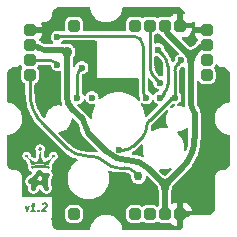
<source format=gtl>
G04 #@! TF.GenerationSoftware,KiCad,Pcbnew,(6.0.7-1)-1*
G04 #@! TF.CreationDate,2022-08-17T19:26:05+01:00*
G04 #@! TF.ProjectId,amoeba-king,616d6f65-6261-42d6-9b69-6e672e6b6963,rev?*
G04 #@! TF.SameCoordinates,Original*
G04 #@! TF.FileFunction,Copper,L1,Top*
G04 #@! TF.FilePolarity,Positive*
%FSLAX46Y46*%
G04 Gerber Fmt 4.6, Leading zero omitted, Abs format (unit mm)*
G04 Created by KiCad (PCBNEW (6.0.7-1)-1) date 2022-08-17 19:26:05*
%MOMM*%
%LPD*%
G01*
G04 APERTURE LIST*
G04 Aperture macros list*
%AMRoundRect*
0 Rectangle with rounded corners*
0 $1 Rounding radius*
0 $2 $3 $4 $5 $6 $7 $8 $9 X,Y pos of 4 corners*
0 Add a 4 corners polygon primitive as box body*
4,1,4,$2,$3,$4,$5,$6,$7,$8,$9,$2,$3,0*
0 Add four circle primitives for the rounded corners*
1,1,$1+$1,$2,$3*
1,1,$1+$1,$4,$5*
1,1,$1+$1,$6,$7*
1,1,$1+$1,$8,$9*
0 Add four rect primitives between the rounded corners*
20,1,$1+$1,$2,$3,$4,$5,0*
20,1,$1+$1,$4,$5,$6,$7,0*
20,1,$1+$1,$6,$7,$8,$9,0*
20,1,$1+$1,$8,$9,$2,$3,0*%
G04 Aperture macros list end*
%ADD10C,0.158750*%
G04 #@! TA.AperFunction,NonConductor*
%ADD11C,0.158750*%
G04 #@! TD*
G04 #@! TA.AperFunction,EtchedComponent*
%ADD12C,0.094155*%
G04 #@! TD*
G04 #@! TA.AperFunction,ComponentPad*
%ADD13RoundRect,0.250000X-0.250000X0.250000X-0.250000X-0.250000X0.250000X-0.250000X0.250000X0.250000X0*%
G04 #@! TD*
G04 #@! TA.AperFunction,ComponentPad*
%ADD14RoundRect,0.250000X-0.250000X-0.250000X0.250000X-0.250000X0.250000X0.250000X-0.250000X0.250000X0*%
G04 #@! TD*
G04 #@! TA.AperFunction,ComponentPad*
%ADD15RoundRect,0.250000X0.250000X-0.250000X0.250000X0.250000X-0.250000X0.250000X-0.250000X-0.250000X0*%
G04 #@! TD*
G04 #@! TA.AperFunction,ViaPad*
%ADD16C,0.600000*%
G04 #@! TD*
G04 #@! TA.AperFunction,ViaPad*
%ADD17C,0.889000*%
G04 #@! TD*
G04 #@! TA.AperFunction,ViaPad*
%ADD18C,0.762000*%
G04 #@! TD*
G04 #@! TA.AperFunction,Conductor*
%ADD19C,0.254000*%
G04 #@! TD*
G04 #@! TA.AperFunction,Conductor*
%ADD20C,0.508000*%
G04 #@! TD*
G04 APERTURE END LIST*
D10*
D11*
X67589456Y-176051028D02*
X67687730Y-176474361D01*
X67891837Y-176051028D01*
X68413444Y-176474361D02*
X68050587Y-176474361D01*
X68232016Y-176474361D02*
X68311391Y-175839361D01*
X68239575Y-175930076D01*
X68171540Y-175990552D01*
X68107284Y-176020790D01*
X68693147Y-176413885D02*
X68719605Y-176444123D01*
X68685587Y-176474361D01*
X68659129Y-176444123D01*
X68693147Y-176413885D01*
X68685587Y-176474361D01*
X69029545Y-175899838D02*
X69063563Y-175869600D01*
X69127819Y-175839361D01*
X69279010Y-175839361D01*
X69335706Y-175869600D01*
X69362165Y-175899838D01*
X69384843Y-175960314D01*
X69377284Y-176020790D01*
X69335706Y-176111504D01*
X68927492Y-176474361D01*
X69320587Y-176474361D01*
G36*
X68821812Y-171095937D02*
G01*
X68844229Y-171101423D01*
X68865135Y-171110206D01*
X68884230Y-171121992D01*
X68901213Y-171136485D01*
X68915783Y-171153392D01*
X68927639Y-171172417D01*
X68936480Y-171193265D01*
X68942005Y-171215642D01*
X68943914Y-171239254D01*
X68941524Y-171265684D01*
X68934870Y-171290265D01*
X68924728Y-171312564D01*
X68911874Y-171332148D01*
X68897081Y-171348581D01*
X68881126Y-171361431D01*
X68864784Y-171370264D01*
X68848829Y-171374646D01*
X68824541Y-171378780D01*
X68826579Y-171402790D01*
X68828698Y-171427022D01*
X68830911Y-171451459D01*
X68833232Y-171476084D01*
X68835676Y-171500879D01*
X68838255Y-171525826D01*
X68840985Y-171550907D01*
X68843878Y-171576106D01*
X68846948Y-171601404D01*
X68850210Y-171626784D01*
X68853677Y-171652229D01*
X68857363Y-171677720D01*
X68861282Y-171703240D01*
X68865447Y-171728771D01*
X68869872Y-171754296D01*
X68874572Y-171779798D01*
X68879560Y-171805258D01*
X68884850Y-171830659D01*
X68890456Y-171855984D01*
X68896391Y-171881214D01*
X68902669Y-171906333D01*
X68909305Y-171931322D01*
X68916312Y-171956165D01*
X68923703Y-171980843D01*
X68931494Y-172005338D01*
X68939696Y-172029634D01*
X68948325Y-172053713D01*
X68957394Y-172077556D01*
X68966918Y-172101147D01*
X68976908Y-172124468D01*
X68987381Y-172147501D01*
X68998349Y-172170228D01*
X69009826Y-172192633D01*
X69021827Y-172214697D01*
X69034364Y-172236402D01*
X69047452Y-172257732D01*
X69061104Y-172278669D01*
X69075335Y-172299194D01*
X69090158Y-172319291D01*
X69107428Y-172325850D01*
X69125451Y-172330549D01*
X69144179Y-172333463D01*
X69163562Y-172334668D01*
X69183553Y-172334237D01*
X69204102Y-172332248D01*
X69225160Y-172328774D01*
X69246680Y-172323891D01*
X69268612Y-172317673D01*
X69290907Y-172310197D01*
X69313518Y-172301537D01*
X69336394Y-172291768D01*
X69359489Y-172280965D01*
X69382752Y-172269204D01*
X69406135Y-172256560D01*
X69429589Y-172243107D01*
X69453066Y-172228921D01*
X69476518Y-172214077D01*
X69499894Y-172198650D01*
X69523147Y-172182715D01*
X69546229Y-172166347D01*
X69569089Y-172149622D01*
X69591680Y-172132615D01*
X69613953Y-172115400D01*
X69635858Y-172098053D01*
X69657349Y-172080648D01*
X69678375Y-172063262D01*
X69698888Y-172045969D01*
X69718839Y-172028843D01*
X69738180Y-172011962D01*
X69756862Y-171995399D01*
X69774836Y-171979229D01*
X69792054Y-171963528D01*
X69808466Y-171948371D01*
X69824025Y-171933833D01*
X69838681Y-171919988D01*
X69852386Y-171906913D01*
X69839661Y-171889812D01*
X69828945Y-171870706D01*
X69821552Y-171850454D01*
X69818796Y-171829915D01*
X69821069Y-171807260D01*
X69827592Y-171786136D01*
X69837916Y-171767003D01*
X69851596Y-171750320D01*
X69868185Y-171736545D01*
X69887235Y-171726137D01*
X69908300Y-171719556D01*
X69930934Y-171717261D01*
X69953589Y-171719556D01*
X69974713Y-171726137D01*
X69993846Y-171736545D01*
X70010530Y-171750320D01*
X70024304Y-171767003D01*
X70034712Y-171786136D01*
X70041293Y-171807260D01*
X70043588Y-171829915D01*
X70041293Y-171852549D01*
X70034712Y-171873614D01*
X70024304Y-171892664D01*
X70010530Y-171909253D01*
X69993846Y-171922933D01*
X69974713Y-171933257D01*
X69953589Y-171939780D01*
X69930934Y-171942053D01*
X69912751Y-171939615D01*
X69895422Y-171933502D01*
X69879257Y-171925517D01*
X69663250Y-172295003D01*
X69646038Y-172323823D01*
X69630358Y-172351850D01*
X69616134Y-172379095D01*
X69603291Y-172405572D01*
X69591751Y-172431294D01*
X69581440Y-172456274D01*
X69572282Y-172480523D01*
X69564200Y-172504055D01*
X69557118Y-172526883D01*
X69550961Y-172549019D01*
X69545652Y-172570476D01*
X69541117Y-172591266D01*
X69537277Y-172611404D01*
X69534059Y-172630900D01*
X69512303Y-172623961D01*
X69490232Y-172617211D01*
X69467851Y-172610653D01*
X69445163Y-172604292D01*
X69422172Y-172598130D01*
X69398883Y-172592172D01*
X69375298Y-172586420D01*
X69351423Y-172580878D01*
X69327261Y-172575550D01*
X69302816Y-172570439D01*
X69278092Y-172565549D01*
X69253094Y-172560883D01*
X69227824Y-172556444D01*
X69202288Y-172552237D01*
X69176489Y-172548265D01*
X69150430Y-172544532D01*
X69124117Y-172541040D01*
X69097553Y-172537793D01*
X69070741Y-172534795D01*
X69043687Y-172532050D01*
X69016394Y-172529560D01*
X68988865Y-172527330D01*
X68961106Y-172525363D01*
X68933119Y-172523662D01*
X68904909Y-172522232D01*
X68876480Y-172521074D01*
X68847836Y-172520194D01*
X68818981Y-172519595D01*
X68789918Y-172519279D01*
X68761211Y-172518827D01*
X68732644Y-172518695D01*
X68704224Y-172518880D01*
X68675960Y-172519374D01*
X68647860Y-172520173D01*
X68619933Y-172521271D01*
X68592185Y-172522663D01*
X68564626Y-172524343D01*
X68537263Y-172526305D01*
X68510104Y-172528545D01*
X68483158Y-172531056D01*
X68456433Y-172533833D01*
X68429936Y-172536871D01*
X68403676Y-172540163D01*
X68377661Y-172543706D01*
X68351900Y-172547493D01*
X68326399Y-172551518D01*
X68301168Y-172555776D01*
X68276214Y-172560262D01*
X68251545Y-172564970D01*
X68227170Y-172569895D01*
X68203097Y-172575030D01*
X68179333Y-172580372D01*
X68155887Y-172585913D01*
X68132768Y-172591650D01*
X68109982Y-172597575D01*
X68087539Y-172603684D01*
X68065445Y-172609971D01*
X68043710Y-172616431D01*
X68041258Y-172597137D01*
X68037920Y-172577066D01*
X68033678Y-172556221D01*
X68028514Y-172534602D01*
X68022411Y-172512214D01*
X68015351Y-172489056D01*
X68007315Y-172465133D01*
X67998287Y-172440446D01*
X67988248Y-172414997D01*
X67977181Y-172388788D01*
X67965067Y-172361822D01*
X67951890Y-172334100D01*
X67937630Y-172305625D01*
X67922271Y-172276400D01*
X67706780Y-171913631D01*
X67692175Y-171922138D01*
X67677253Y-171926447D01*
X67656137Y-171926034D01*
X67633482Y-171923760D01*
X67612358Y-171917238D01*
X67593225Y-171906913D01*
X67576541Y-171893233D01*
X67562767Y-171876645D01*
X67552359Y-171857594D01*
X67545778Y-171836529D01*
X67543483Y-171813896D01*
X67545778Y-171791240D01*
X67552359Y-171770116D01*
X67562767Y-171750983D01*
X67576541Y-171734300D01*
X67593225Y-171720525D01*
X67612358Y-171710118D01*
X67633482Y-171703537D01*
X67656137Y-171701241D01*
X67678771Y-171703537D01*
X67699836Y-171710118D01*
X67718886Y-171720525D01*
X67735475Y-171734300D01*
X67749155Y-171750983D01*
X67759479Y-171770116D01*
X67766002Y-171791240D01*
X67768275Y-171813896D01*
X67765764Y-171836101D01*
X67758738Y-171856576D01*
X67747953Y-171875090D01*
X67734169Y-171891410D01*
X67748069Y-171905094D01*
X67762876Y-171919520D01*
X67778542Y-171934613D01*
X67795022Y-171950299D01*
X67812267Y-171966506D01*
X67830231Y-171983159D01*
X67848868Y-172000184D01*
X67868130Y-172017508D01*
X67887970Y-172035057D01*
X67908342Y-172052757D01*
X67929199Y-172070535D01*
X67950494Y-172088316D01*
X67972180Y-172106027D01*
X67994210Y-172123594D01*
X68016537Y-172140943D01*
X68039115Y-172158001D01*
X68061896Y-172174694D01*
X68084835Y-172190948D01*
X68107883Y-172206689D01*
X68130994Y-172221843D01*
X68154122Y-172236337D01*
X68177218Y-172250098D01*
X68200238Y-172263050D01*
X68223133Y-172275121D01*
X68245856Y-172286237D01*
X68268362Y-172296323D01*
X68290603Y-172305307D01*
X68312531Y-172313114D01*
X68334102Y-172319671D01*
X68355266Y-172324903D01*
X68375978Y-172328738D01*
X68396191Y-172331100D01*
X68415858Y-172331918D01*
X68434932Y-172331116D01*
X68453366Y-172328621D01*
X68471114Y-172324360D01*
X68488128Y-172318258D01*
X68502602Y-172311467D01*
X68516564Y-172303321D01*
X68530024Y-172293861D01*
X68542994Y-172283132D01*
X68555484Y-172271173D01*
X68567505Y-172258030D01*
X68579068Y-172243742D01*
X68590184Y-172228354D01*
X68600864Y-172211908D01*
X68611119Y-172194446D01*
X68620959Y-172176010D01*
X68630396Y-172156643D01*
X68639440Y-172136388D01*
X68648103Y-172115287D01*
X68656395Y-172093382D01*
X68664327Y-172070715D01*
X68671910Y-172047330D01*
X68679154Y-172023269D01*
X68686072Y-171998574D01*
X68692673Y-171973287D01*
X68698969Y-171947452D01*
X68704970Y-171921110D01*
X68710688Y-171894304D01*
X68716132Y-171867077D01*
X68721315Y-171839470D01*
X68726247Y-171811527D01*
X68730939Y-171783289D01*
X68735402Y-171754800D01*
X68739646Y-171726102D01*
X68743683Y-171697236D01*
X68747523Y-171668247D01*
X68751178Y-171639175D01*
X68754658Y-171610064D01*
X68757975Y-171580955D01*
X68761138Y-171551893D01*
X68764159Y-171522918D01*
X68767049Y-171494073D01*
X68769819Y-171465401D01*
X68772480Y-171436945D01*
X68775041Y-171408746D01*
X68777516Y-171380847D01*
X68754729Y-171375663D01*
X68733408Y-171367215D01*
X68713878Y-171355771D01*
X68696462Y-171341601D01*
X68681486Y-171324972D01*
X68669273Y-171306154D01*
X68660148Y-171285416D01*
X68654435Y-171263026D01*
X68652459Y-171239254D01*
X68654368Y-171215642D01*
X68659893Y-171193265D01*
X68668734Y-171172417D01*
X68680590Y-171153392D01*
X68695160Y-171136485D01*
X68712143Y-171121992D01*
X68731238Y-171110206D01*
X68752144Y-171101423D01*
X68774561Y-171095937D01*
X68798186Y-171094043D01*
X68821812Y-171095937D01*
G37*
G36*
X68794081Y-172597036D02*
G01*
X68822764Y-172597749D01*
X68851264Y-172598720D01*
X68879573Y-172599950D01*
X68907683Y-172601435D01*
X68935587Y-172603175D01*
X68963276Y-172605169D01*
X68990744Y-172607414D01*
X69017983Y-172609908D01*
X69044984Y-172612652D01*
X69071741Y-172615642D01*
X69098246Y-172618879D01*
X69124490Y-172622359D01*
X69150467Y-172626081D01*
X69176168Y-172630045D01*
X69201587Y-172634248D01*
X69226714Y-172638689D01*
X69251543Y-172643367D01*
X69276066Y-172648279D01*
X69300276Y-172653425D01*
X69324163Y-172658803D01*
X69347722Y-172664412D01*
X69370944Y-172670249D01*
X69393822Y-172676314D01*
X69416348Y-172682605D01*
X69438513Y-172689120D01*
X69460312Y-172695858D01*
X69481735Y-172702817D01*
X69502775Y-172709996D01*
X69523425Y-172717394D01*
X69516058Y-172740578D01*
X69509784Y-172762970D01*
X69504783Y-172784730D01*
X69501237Y-172806018D01*
X69499327Y-172826995D01*
X69478044Y-172820165D01*
X69456425Y-172813533D01*
X69434476Y-172807104D01*
X69412202Y-172800881D01*
X69389608Y-172794865D01*
X69366700Y-172789060D01*
X69343483Y-172783469D01*
X69319963Y-172778094D01*
X69296145Y-172772940D01*
X69272034Y-172768008D01*
X69247637Y-172763302D01*
X69222957Y-172758824D01*
X69198002Y-172754579D01*
X69172775Y-172750567D01*
X69147283Y-172746793D01*
X69121531Y-172743259D01*
X69095524Y-172739969D01*
X69069268Y-172736925D01*
X69042768Y-172734130D01*
X69016030Y-172731587D01*
X68989058Y-172729300D01*
X68961859Y-172727270D01*
X68934438Y-172725502D01*
X68906801Y-172723997D01*
X68878951Y-172722759D01*
X68850896Y-172721791D01*
X68822641Y-172721096D01*
X68794190Y-172720677D01*
X68765728Y-172720551D01*
X68737441Y-172720732D01*
X68709334Y-172721216D01*
X68681416Y-172721996D01*
X68653694Y-172723067D01*
X68626174Y-172724423D01*
X68598863Y-172726058D01*
X68571769Y-172727968D01*
X68544898Y-172730146D01*
X68518258Y-172732586D01*
X68491856Y-172735284D01*
X68465698Y-172738233D01*
X68439792Y-172741427D01*
X68414145Y-172744862D01*
X68388763Y-172748532D01*
X68363655Y-172752430D01*
X68338826Y-172756552D01*
X68314284Y-172760891D01*
X68290036Y-172765442D01*
X68266090Y-172770200D01*
X68242451Y-172775158D01*
X68219127Y-172780312D01*
X68196126Y-172785655D01*
X68173454Y-172791182D01*
X68151118Y-172796887D01*
X68129126Y-172802765D01*
X68107483Y-172808810D01*
X68086199Y-172815017D01*
X68084356Y-172792286D01*
X68081393Y-172770029D01*
X68077096Y-172747691D01*
X68071252Y-172724718D01*
X68063645Y-172700556D01*
X68084531Y-172693402D01*
X68105809Y-172686500D01*
X68127471Y-172679848D01*
X68149505Y-172673449D01*
X68171903Y-172667302D01*
X68194656Y-172661408D01*
X68217754Y-172655767D01*
X68241188Y-172650381D01*
X68264948Y-172645250D01*
X68289024Y-172640374D01*
X68313408Y-172635754D01*
X68338090Y-172631390D01*
X68363060Y-172627284D01*
X68388308Y-172623435D01*
X68413827Y-172619845D01*
X68439605Y-172616514D01*
X68465634Y-172613442D01*
X68491904Y-172610630D01*
X68518405Y-172608079D01*
X68545129Y-172605789D01*
X68572065Y-172603761D01*
X68599205Y-172601996D01*
X68626539Y-172600493D01*
X68654057Y-172599255D01*
X68681750Y-172598280D01*
X68709608Y-172597570D01*
X68737622Y-172597126D01*
X68765783Y-172596948D01*
X68794081Y-172597036D01*
G37*
D12*
X68794081Y-172597036D02*
X68822764Y-172597749D01*
X68851264Y-172598720D01*
X68879573Y-172599950D01*
X68907683Y-172601435D01*
X68935587Y-172603175D01*
X68963276Y-172605169D01*
X68990744Y-172607414D01*
X69017983Y-172609908D01*
X69044984Y-172612652D01*
X69071741Y-172615642D01*
X69098246Y-172618879D01*
X69124490Y-172622359D01*
X69150467Y-172626081D01*
X69176168Y-172630045D01*
X69201587Y-172634248D01*
X69226714Y-172638689D01*
X69251543Y-172643367D01*
X69276066Y-172648279D01*
X69300276Y-172653425D01*
X69324163Y-172658803D01*
X69347722Y-172664412D01*
X69370944Y-172670249D01*
X69393822Y-172676314D01*
X69416348Y-172682605D01*
X69438513Y-172689120D01*
X69460312Y-172695858D01*
X69481735Y-172702817D01*
X69502775Y-172709996D01*
X69523425Y-172717394D01*
X69516058Y-172740578D01*
X69509784Y-172762970D01*
X69504783Y-172784730D01*
X69501237Y-172806018D01*
X69499327Y-172826995D01*
X69478044Y-172820165D01*
X69456425Y-172813533D01*
X69434476Y-172807104D01*
X69412202Y-172800881D01*
X69389608Y-172794865D01*
X69366700Y-172789060D01*
X69343483Y-172783469D01*
X69319963Y-172778094D01*
X69296145Y-172772940D01*
X69272034Y-172768008D01*
X69247637Y-172763302D01*
X69222957Y-172758824D01*
X69198002Y-172754579D01*
X69172775Y-172750567D01*
X69147283Y-172746793D01*
X69121531Y-172743259D01*
X69095524Y-172739969D01*
X69069268Y-172736925D01*
X69042768Y-172734130D01*
X69016030Y-172731587D01*
X68989058Y-172729300D01*
X68961859Y-172727270D01*
X68934438Y-172725502D01*
X68906801Y-172723997D01*
X68878951Y-172722759D01*
X68850896Y-172721791D01*
X68822641Y-172721096D01*
X68794190Y-172720677D01*
X68765728Y-172720551D01*
X68737441Y-172720732D01*
X68709334Y-172721216D01*
X68681416Y-172721996D01*
X68653694Y-172723067D01*
X68626174Y-172724423D01*
X68598863Y-172726058D01*
X68571769Y-172727968D01*
X68544898Y-172730146D01*
X68518258Y-172732586D01*
X68491856Y-172735284D01*
X68465698Y-172738233D01*
X68439792Y-172741427D01*
X68414145Y-172744862D01*
X68388763Y-172748532D01*
X68363655Y-172752430D01*
X68338826Y-172756552D01*
X68314284Y-172760891D01*
X68290036Y-172765442D01*
X68266090Y-172770200D01*
X68242451Y-172775158D01*
X68219127Y-172780312D01*
X68196126Y-172785655D01*
X68173454Y-172791182D01*
X68151118Y-172796887D01*
X68129126Y-172802765D01*
X68107483Y-172808810D01*
X68086199Y-172815017D01*
X68084356Y-172792286D01*
X68081393Y-172770029D01*
X68077096Y-172747691D01*
X68071252Y-172724718D01*
X68063645Y-172700556D01*
X68084531Y-172693402D01*
X68105809Y-172686500D01*
X68127471Y-172679848D01*
X68149505Y-172673449D01*
X68171903Y-172667302D01*
X68194656Y-172661408D01*
X68217754Y-172655767D01*
X68241188Y-172650381D01*
X68264948Y-172645250D01*
X68289024Y-172640374D01*
X68313408Y-172635754D01*
X68338090Y-172631390D01*
X68363060Y-172627284D01*
X68388308Y-172623435D01*
X68413827Y-172619845D01*
X68439605Y-172616514D01*
X68465634Y-172613442D01*
X68491904Y-172610630D01*
X68518405Y-172608079D01*
X68545129Y-172605789D01*
X68572065Y-172603761D01*
X68599205Y-172601996D01*
X68626539Y-172600493D01*
X68654057Y-172599255D01*
X68681750Y-172598280D01*
X68709608Y-172597570D01*
X68737622Y-172597126D01*
X68765783Y-172596948D01*
X68794081Y-172597036D01*
G36*
X68806058Y-173039362D02*
G01*
X68826140Y-173041679D01*
X68846221Y-173045541D01*
X68866302Y-173050948D01*
X68886384Y-173057900D01*
X68906465Y-173066396D01*
X68926547Y-173076437D01*
X68946628Y-173088022D01*
X68966710Y-173101153D01*
X68985795Y-173116893D01*
X69003522Y-173135622D01*
X69019917Y-173156309D01*
X69035008Y-173177922D01*
X69048822Y-173199431D01*
X69061385Y-173219806D01*
X69072723Y-173238015D01*
X69082865Y-173253028D01*
X69091836Y-173263813D01*
X69104559Y-173275052D01*
X69118113Y-173284475D01*
X69132433Y-173292212D01*
X69147454Y-173298393D01*
X69163112Y-173303147D01*
X69179343Y-173306604D01*
X69196082Y-173308894D01*
X69213264Y-173310147D01*
X69230826Y-173310491D01*
X69248702Y-173310058D01*
X69266829Y-173308976D01*
X69285141Y-173307376D01*
X69303575Y-173305387D01*
X69322066Y-173303139D01*
X69340549Y-173300762D01*
X69358960Y-173298384D01*
X69377235Y-173296137D01*
X69395308Y-173294150D01*
X69413117Y-173292551D01*
X69430595Y-173291473D01*
X69447679Y-173291043D01*
X69464305Y-173291391D01*
X69480407Y-173292648D01*
X69495921Y-173294944D01*
X69510784Y-173298406D01*
X69524929Y-173303167D01*
X69538294Y-173309355D01*
X69550814Y-173317099D01*
X69562423Y-173326530D01*
X69573058Y-173337778D01*
X69582654Y-173350972D01*
X69591147Y-173366242D01*
X69598472Y-173383717D01*
X69601694Y-173393554D01*
X69604227Y-173403258D01*
X69606099Y-173412848D01*
X69607335Y-173422343D01*
X69607965Y-173431765D01*
X69608015Y-173441132D01*
X69607513Y-173450464D01*
X69606487Y-173459782D01*
X69604964Y-173469105D01*
X69602972Y-173478453D01*
X69600538Y-173487847D01*
X69597689Y-173497305D01*
X69594454Y-173506849D01*
X69590859Y-173516497D01*
X69586933Y-173526270D01*
X69582703Y-173536187D01*
X69578196Y-173546269D01*
X69573439Y-173556536D01*
X69568462Y-173567007D01*
X69563290Y-173577701D01*
X69557951Y-173588640D01*
X69552474Y-173599843D01*
X69546885Y-173611330D01*
X69541211Y-173623120D01*
X69535482Y-173635234D01*
X69529723Y-173647692D01*
X69523963Y-173660513D01*
X69518229Y-173673718D01*
X69512549Y-173687326D01*
X69506950Y-173701356D01*
X69501460Y-173715830D01*
X69496106Y-173730767D01*
X69490915Y-173746187D01*
X69485916Y-173762109D01*
X69481135Y-173778554D01*
X69476601Y-173795542D01*
X69472341Y-173813091D01*
X69468382Y-173831224D01*
X69464751Y-173849958D01*
X69461478Y-173869314D01*
X69458588Y-173889313D01*
X69456109Y-173909973D01*
X69454070Y-173931315D01*
X69452497Y-173953359D01*
X69451418Y-173976125D01*
X69450861Y-173999631D01*
X69450852Y-174023900D01*
X69451420Y-174048949D01*
X69452593Y-174074800D01*
X69454397Y-174101471D01*
X69456860Y-174128984D01*
X69460010Y-174157357D01*
X69463874Y-174186612D01*
X69468480Y-174216766D01*
X69473855Y-174247842D01*
X69480026Y-174279858D01*
X69487023Y-174312834D01*
X69494871Y-174346790D01*
X69503598Y-174381747D01*
X69513232Y-174417723D01*
X69523801Y-174454739D01*
X69535331Y-174492816D01*
X69544435Y-174524953D01*
X69550071Y-174551926D01*
X69552452Y-174574708D01*
X69551790Y-174594267D01*
X69548299Y-174611576D01*
X69542193Y-174627605D01*
X69533683Y-174643325D01*
X69522983Y-174659707D01*
X69510307Y-174677722D01*
X69495323Y-174696396D01*
X69479412Y-174712873D01*
X69462574Y-174727153D01*
X69444810Y-174739236D01*
X69426118Y-174749123D01*
X69406500Y-174756812D01*
X69385955Y-174762305D01*
X69364483Y-174765600D01*
X69342084Y-174766699D01*
X69311497Y-174766699D01*
X69289987Y-174765540D01*
X69269017Y-174762064D01*
X69248588Y-174756272D01*
X69228699Y-174748162D01*
X69209351Y-174737735D01*
X69190544Y-174724991D01*
X69171968Y-174710972D01*
X69156096Y-174695795D01*
X69142927Y-174679459D01*
X69132461Y-174661965D01*
X69124699Y-174643312D01*
X69119639Y-174623500D01*
X69119529Y-174621063D01*
X69119077Y-174614092D01*
X69118103Y-174603094D01*
X69116426Y-174588578D01*
X69113865Y-174571051D01*
X69110239Y-174551023D01*
X69105368Y-174529001D01*
X69099071Y-174505492D01*
X69091166Y-174481007D01*
X69081474Y-174456052D01*
X69069813Y-174431136D01*
X69056002Y-174406766D01*
X69039862Y-174383452D01*
X69021210Y-174361701D01*
X68999866Y-174342021D01*
X68983010Y-174329426D01*
X68965023Y-174318037D01*
X68946024Y-174307859D01*
X68926134Y-174298897D01*
X68905473Y-174291158D01*
X68884160Y-174284647D01*
X68862316Y-174279369D01*
X68840060Y-174275330D01*
X68817514Y-174272535D01*
X68794796Y-174270990D01*
X68772026Y-174270700D01*
X68749325Y-174271671D01*
X68726814Y-174273909D01*
X68704610Y-174277419D01*
X68682836Y-174282206D01*
X68661610Y-174288276D01*
X68641054Y-174295634D01*
X68621286Y-174304287D01*
X68602426Y-174314239D01*
X68584596Y-174325496D01*
X68567915Y-174338063D01*
X68546863Y-174357775D01*
X68528572Y-174379543D01*
X68512845Y-174402863D01*
X68499490Y-174427226D01*
X68488314Y-174452127D01*
X68479121Y-174477060D01*
X68471718Y-174501518D01*
X68465913Y-174524995D01*
X68461510Y-174546984D01*
X68458316Y-174566979D01*
X68456137Y-174584475D01*
X68454780Y-174598964D01*
X68454050Y-174609940D01*
X68453755Y-174616897D01*
X68453699Y-174619328D01*
X68448254Y-174640801D01*
X68440260Y-174660728D01*
X68429717Y-174679111D01*
X68416625Y-174695950D01*
X68400985Y-174711243D01*
X68382795Y-174724992D01*
X68365317Y-174736057D01*
X68347045Y-174745420D01*
X68327979Y-174753081D01*
X68308118Y-174759039D01*
X68287463Y-174763295D01*
X68266013Y-174765848D01*
X68243769Y-174766699D01*
X68213182Y-174766699D01*
X68190543Y-174765635D01*
X68168968Y-174762442D01*
X68148457Y-174757122D01*
X68129010Y-174749672D01*
X68110628Y-174740095D01*
X68093309Y-174728389D01*
X68077055Y-174714555D01*
X68061865Y-174698592D01*
X68047739Y-174680502D01*
X68035436Y-174661588D01*
X68026134Y-174643423D01*
X68019533Y-174625478D01*
X68015335Y-174607224D01*
X68013242Y-174588133D01*
X68012954Y-174567675D01*
X68014172Y-174545322D01*
X68016599Y-174520545D01*
X68019935Y-174492816D01*
X68023064Y-174465064D01*
X68025273Y-174439107D01*
X68026602Y-174414868D01*
X68027089Y-174392276D01*
X68026773Y-174371255D01*
X68025695Y-174351731D01*
X68023893Y-174333631D01*
X68021407Y-174316879D01*
X68018275Y-174301403D01*
X68014538Y-174287128D01*
X68010234Y-174273979D01*
X68005403Y-174261883D01*
X68000084Y-174250766D01*
X67994316Y-174240553D01*
X67988139Y-174231170D01*
X67981591Y-174222543D01*
X67974713Y-174214599D01*
X67967542Y-174207262D01*
X67960120Y-174200460D01*
X67952484Y-174194117D01*
X67944674Y-174188159D01*
X67936730Y-174182513D01*
X67928690Y-174177105D01*
X67920595Y-174171859D01*
X67912482Y-174166703D01*
X67904392Y-174161562D01*
X67896364Y-174156361D01*
X67888437Y-174151027D01*
X67880650Y-174145486D01*
X67873043Y-174139664D01*
X67865655Y-174133485D01*
X67858524Y-174126877D01*
X67851691Y-174119765D01*
X67845195Y-174112076D01*
X67839075Y-174103734D01*
X67833370Y-174094666D01*
X67828119Y-174084797D01*
X67823362Y-174074054D01*
X67819138Y-174062363D01*
X67815486Y-174049648D01*
X67812446Y-174035837D01*
X67810057Y-174020855D01*
X67808358Y-174004628D01*
X67807388Y-173987082D01*
X67807187Y-173968143D01*
X67807710Y-173951889D01*
X67808936Y-173936487D01*
X67810849Y-173921894D01*
X67813434Y-173908065D01*
X67816676Y-173894957D01*
X67820559Y-173882529D01*
X67825067Y-173870736D01*
X67830185Y-173859536D01*
X67835898Y-173848885D01*
X67842190Y-173838740D01*
X67849046Y-173829058D01*
X67856450Y-173819796D01*
X67864386Y-173810911D01*
X67872840Y-173802360D01*
X67881796Y-173794099D01*
X67891238Y-173786085D01*
X67901151Y-173778276D01*
X67911519Y-173770628D01*
X67922327Y-173763098D01*
X67933560Y-173755643D01*
X67945202Y-173748220D01*
X67957238Y-173740785D01*
X67969651Y-173733296D01*
X67982427Y-173725709D01*
X67983388Y-173725143D01*
X68573395Y-173725143D01*
X68580255Y-173729946D01*
X68585748Y-173729946D01*
X68586439Y-173752597D01*
X68583008Y-173753283D01*
X68582317Y-173792404D01*
X68606337Y-173874769D01*
X68630361Y-173873397D01*
X68630361Y-173883692D01*
X68654384Y-173883692D01*
X68654384Y-173963309D01*
X68670167Y-173977034D01*
X68685269Y-173963309D01*
X68684578Y-173884378D01*
X68721640Y-173884378D01*
X68720950Y-173934483D01*
X68736052Y-173961936D01*
X68809491Y-173961936D01*
X68830084Y-173933797D01*
X68829393Y-173962623D01*
X68844490Y-173976348D01*
X68858218Y-173962623D01*
X68858218Y-173883692D01*
X68916556Y-173883692D01*
X68916556Y-173874769D01*
X68982249Y-173874769D01*
X69003528Y-173793094D01*
X69003528Y-173751225D01*
X69000094Y-173751911D01*
X68999404Y-173729946D01*
X69013134Y-173724458D01*
X68956168Y-173594736D01*
X68952049Y-173589072D01*
X68946557Y-173585813D01*
X68906751Y-173585127D01*
X68901946Y-173571399D01*
X68867627Y-173571399D01*
X68868318Y-173481487D01*
X68862139Y-173473250D01*
X68763990Y-173473250D01*
X68718881Y-173480801D01*
X68718881Y-173570713D01*
X68685955Y-173570713D01*
X68679090Y-173585814D01*
X68640656Y-173585814D01*
X68636367Y-173587357D01*
X68633105Y-173590619D01*
X68573395Y-173725143D01*
X67983388Y-173725143D01*
X67995551Y-173717982D01*
X68009006Y-173710070D01*
X68022777Y-173701932D01*
X68036850Y-173693523D01*
X68051207Y-173684802D01*
X68065835Y-173675724D01*
X68080716Y-173666246D01*
X68095837Y-173656326D01*
X68111182Y-173645920D01*
X68126734Y-173634985D01*
X68142479Y-173623478D01*
X68158401Y-173611356D01*
X68174484Y-173598576D01*
X68190714Y-173585094D01*
X68207075Y-173570868D01*
X68223551Y-173555854D01*
X68240126Y-173540009D01*
X68256786Y-173523290D01*
X68273515Y-173505655D01*
X68290297Y-173487059D01*
X68307117Y-173467460D01*
X68323960Y-173446814D01*
X68340810Y-173425079D01*
X68357651Y-173402211D01*
X68374468Y-173378167D01*
X68391246Y-173352905D01*
X68407969Y-173326380D01*
X68424622Y-173298550D01*
X68441189Y-173269372D01*
X68447469Y-173257873D01*
X68455425Y-173243373D01*
X68464949Y-173226554D01*
X68475931Y-173208099D01*
X68488262Y-173188688D01*
X68501831Y-173169003D01*
X68516531Y-173149725D01*
X68532250Y-173131536D01*
X68548880Y-173115118D01*
X68566311Y-173101153D01*
X68586118Y-173088022D01*
X68605994Y-173076437D01*
X68625939Y-173066396D01*
X68645952Y-173057900D01*
X68666034Y-173050948D01*
X68686185Y-173045541D01*
X68706404Y-173041679D01*
X68726692Y-173039362D01*
X68747048Y-173038590D01*
X68785976Y-173038590D01*
X68806058Y-173039362D01*
G37*
D13*
X76835000Y-160782000D03*
X78105000Y-160782000D03*
X79375000Y-160782000D03*
X80645000Y-160782000D03*
D14*
X67945000Y-164973000D03*
X67945000Y-163703000D03*
X67945000Y-162433000D03*
X67945000Y-161163000D03*
D15*
X71678800Y-176758600D03*
D13*
X71678800Y-160782000D03*
D14*
X82905600Y-164973000D03*
X82905600Y-163703000D03*
X82905600Y-162433000D03*
X82905600Y-161163000D03*
D13*
X76835000Y-176758600D03*
X78105000Y-176758600D03*
X79375000Y-176758600D03*
X80645000Y-176758600D03*
D16*
X78943200Y-166878000D03*
X78785500Y-162839400D03*
X80213200Y-166878000D03*
X75483081Y-171318856D03*
X80747222Y-163733078D03*
X73193773Y-166880716D03*
X71947400Y-166878000D03*
X72339200Y-164338000D03*
D17*
X82575400Y-166274750D03*
D18*
X77117400Y-173558000D03*
D16*
X70253460Y-161744260D03*
X77787500Y-166878000D03*
X70256500Y-164084000D03*
D17*
X71094802Y-163032726D03*
D16*
X78917800Y-165608000D03*
D19*
X79603600Y-165750626D02*
X79603600Y-164235984D01*
X79194550Y-163248450D02*
X78785500Y-162839400D01*
X78943200Y-166878000D02*
X79273400Y-166547800D01*
X79603606Y-164235984D02*
G75*
G03*
X79194550Y-163248450I-1396606J-16D01*
G01*
X79273392Y-166547792D02*
G75*
G03*
X79603600Y-165750626I-797192J797192D01*
G01*
X77524457Y-170125542D02*
X76630979Y-171019020D01*
X80480211Y-164000089D02*
X80747222Y-163733078D01*
X79895182Y-166961067D02*
X78085723Y-168770525D01*
X75907112Y-171318856D02*
X75483081Y-171318856D01*
X80213200Y-164644710D02*
X80213200Y-166878000D01*
X80095725Y-166878000D02*
X80213200Y-166878000D01*
X80213198Y-164644710D02*
G75*
G02*
X80480211Y-164000089I911602J10D01*
G01*
X78085714Y-168770516D02*
G75*
G03*
X77805091Y-169448034I677486J-677484D01*
G01*
X76630964Y-171019005D02*
G75*
G02*
X75907112Y-171318856I-723864J723805D01*
G01*
X80095725Y-166878015D02*
G75*
G03*
X79895183Y-166961068I-25J-283585D01*
G01*
X77805099Y-169448034D02*
G75*
G02*
X77524457Y-170125542I-958199J34D01*
G01*
X72339200Y-164338000D02*
X72143300Y-164533900D01*
X71947400Y-166878000D02*
X71947400Y-165006844D01*
X71947419Y-165006844D02*
G75*
G02*
X72143300Y-164533900I668781J44D01*
G01*
X77117400Y-173558000D02*
X77117400Y-173530583D01*
X69022630Y-169098630D02*
X71045559Y-171121559D01*
X73052160Y-171831000D02*
X72758300Y-171831000D01*
X67945000Y-166497000D02*
X67945000Y-164973000D01*
X76782966Y-173168732D02*
X77098013Y-173483779D01*
X75975572Y-172834299D02*
X75474338Y-172834299D01*
X72758300Y-171830994D02*
G75*
G02*
X71045559Y-171121559I0J2422194D01*
G01*
X75474338Y-172834283D02*
G75*
G02*
X74263249Y-172332649I-38J1712683D01*
G01*
X74263261Y-172332637D02*
G75*
G03*
X73052160Y-171831000I-1211061J-1211063D01*
G01*
X67945012Y-166497000D02*
G75*
G03*
X69022631Y-169098629I3679288J0D01*
G01*
X76782974Y-173168724D02*
G75*
G03*
X75975572Y-172834299I-807374J-807376D01*
G01*
X77098006Y-173483786D02*
G75*
G02*
X77117400Y-173530583I-46806J-46814D01*
G01*
X70253460Y-161744260D02*
X70294090Y-161703630D01*
X77787500Y-166878000D02*
X77654150Y-166744650D01*
X77520800Y-162489212D02*
X77520800Y-166422714D01*
X70066000Y-163893500D02*
X70256500Y-164084000D01*
X76694587Y-161663000D02*
X70392179Y-161663000D01*
X69606092Y-163703000D02*
X67945000Y-163703000D01*
X77278812Y-161904988D02*
G75*
G02*
X77520800Y-162489212I-584212J-584212D01*
G01*
X77278812Y-161904988D02*
G75*
G03*
X76694587Y-161663000I-584212J-584212D01*
G01*
X77654154Y-166744646D02*
G75*
G02*
X77520800Y-166422714I321946J321946D01*
G01*
X70294104Y-161703644D02*
G75*
G02*
X70392179Y-161663000I98096J-98056D01*
G01*
X69606092Y-163703004D02*
G75*
G02*
X70065999Y-163893501I8J-650396D01*
G01*
X78105000Y-176606200D02*
X78105000Y-176758600D01*
D20*
X71094802Y-163032726D02*
X71094802Y-166395055D01*
X79375000Y-176749831D02*
X79375000Y-174657370D01*
X72414358Y-168730650D02*
X71453630Y-167769922D01*
X68195000Y-162433000D02*
X67945000Y-162433000D01*
X81074261Y-162918139D02*
X79529459Y-161373337D01*
X77943312Y-172852112D02*
X78921200Y-173830000D01*
X81876001Y-168228070D02*
X81876001Y-170335206D01*
X71094600Y-166903146D02*
X71094600Y-166395542D01*
X82717639Y-162433000D02*
X82905600Y-162433000D01*
X70956313Y-162942413D02*
X71029593Y-163015693D01*
X76284759Y-172199289D02*
X76367159Y-172199289D01*
X72882581Y-169861041D02*
X74468516Y-171446976D01*
X71070714Y-163032726D02*
X71094802Y-163032726D01*
X79381200Y-176752400D02*
X79387400Y-176746200D01*
X82044538Y-162918138D02*
X82396769Y-162565908D01*
X81559400Y-164089368D02*
X81559400Y-167463670D01*
X79375000Y-161000439D02*
X79375000Y-160782000D01*
X68621776Y-162609776D02*
X68654550Y-162642550D01*
X79828799Y-173829999D02*
X80852400Y-172806398D01*
X70738279Y-162852101D02*
X69160450Y-162852101D01*
X81074263Y-162918137D02*
G75*
G03*
X82044537Y-162918137I485137J485137D01*
G01*
X79828800Y-173830000D02*
G75*
G02*
X78921200Y-173830000I-453800J453800D01*
G01*
X68195000Y-162432985D02*
G75*
G02*
X68621776Y-162609776I0J-603515D01*
G01*
X81717688Y-167845870D02*
G75*
G02*
X81559400Y-167463670I382212J382170D01*
G01*
X79375012Y-174925570D02*
G75*
G03*
X78921200Y-173830000I-1549412J-30D01*
G01*
X71029592Y-163015694D02*
G75*
G03*
X71070714Y-163032726I41108J41094D01*
G01*
X71094758Y-166395060D02*
G75*
G02*
X71094700Y-166395299I-358J-40D01*
G01*
X79529470Y-161373326D02*
G75*
G02*
X79375000Y-161000439I372930J372926D01*
G01*
X80852398Y-172806396D02*
G75*
G03*
X81876001Y-170335206I-2471198J2471196D01*
G01*
X71094621Y-166395539D02*
G75*
G02*
X71094702Y-166395300I279J39D01*
G01*
X81717692Y-167845866D02*
G75*
G02*
X81876001Y-168228070I-382292J-382234D01*
G01*
X81559386Y-164089368D02*
G75*
G02*
X82044538Y-162918138I1656414J-32D01*
G01*
X81074252Y-162918148D02*
G75*
G02*
X81559400Y-164089368I-1171252J-1171252D01*
G01*
X79381146Y-176752346D02*
G75*
G02*
X79375000Y-176749831I-2546J2546D01*
G01*
X72648448Y-169295846D02*
G75*
G03*
X72414358Y-168730650I-799248J46D01*
G01*
X76367159Y-172199329D02*
G75*
G02*
X77943312Y-172852112I141J-2228871D01*
G01*
X79374987Y-174925570D02*
G75*
G02*
X79828800Y-173830000I1549413J-30D01*
G01*
X72648445Y-169295846D02*
G75*
G03*
X72882582Y-169861040I799355J46D01*
G01*
X71094566Y-166903146D02*
G75*
G03*
X71453630Y-167769922I1225834J46D01*
G01*
X68654564Y-162642536D02*
G75*
G03*
X69160450Y-162852101I505936J505936D01*
G01*
X76284759Y-172199307D02*
G75*
G02*
X74468517Y-171446975I41J2568607D01*
G01*
X82396745Y-162565884D02*
G75*
G02*
X82717639Y-162433000I320855J-320916D01*
G01*
X70956313Y-162942413D02*
G75*
G03*
X70738279Y-162852101I-218013J-217987D01*
G01*
D19*
X78105000Y-161112200D02*
X78105000Y-161442400D01*
X78105000Y-160885187D02*
X78105000Y-161009012D01*
X78105000Y-160472437D02*
X78105000Y-160451800D01*
X78105000Y-160864550D02*
X78105000Y-160885187D01*
X78105000Y-160534350D02*
X78105000Y-160513712D01*
X78105000Y-160472437D02*
X78105000Y-160513712D01*
X78105000Y-161442400D02*
X78105000Y-164220463D01*
X78105000Y-161112200D02*
X78105000Y-161009012D01*
X78105000Y-160699450D02*
X78105000Y-160782000D01*
X78105000Y-160782000D02*
X78105000Y-160864550D01*
X78511400Y-165201600D02*
X78917800Y-165608000D01*
X78105000Y-160616900D02*
X78105000Y-160699450D01*
X78105000Y-160534350D02*
X78105000Y-160616900D01*
X78105016Y-164220463D02*
G75*
G03*
X78511401Y-165201599I1387484J-37D01*
G01*
G04 #@! TA.AperFunction,Conductor*
G36*
X83785875Y-164078248D02*
G01*
X83800706Y-164092867D01*
X83805406Y-164098594D01*
X83917401Y-164190505D01*
X83921689Y-164192797D01*
X84031938Y-164251726D01*
X84045174Y-164258801D01*
X84049828Y-164260213D01*
X84049831Y-164260214D01*
X84179161Y-164299446D01*
X84179165Y-164299447D01*
X84183817Y-164300858D01*
X84320875Y-164314357D01*
X84328000Y-164316672D01*
X84335845Y-164314123D01*
X84339538Y-164315323D01*
X84339819Y-164312832D01*
X84435854Y-164323652D01*
X84457467Y-164328586D01*
X84549383Y-164360749D01*
X84569356Y-164370367D01*
X84651808Y-164422175D01*
X84669141Y-164435997D01*
X84738003Y-164504859D01*
X84751825Y-164522192D01*
X84803633Y-164604644D01*
X84813251Y-164624617D01*
X84845414Y-164716533D01*
X84850348Y-164738147D01*
X84861168Y-164834181D01*
X84859819Y-164834333D01*
X84860338Y-164836735D01*
X84857328Y-164846000D01*
X84862174Y-164860912D01*
X84862174Y-164875539D01*
X84862500Y-164877597D01*
X84862500Y-167197995D01*
X84843593Y-167256186D01*
X84794093Y-167292150D01*
X84771677Y-167296657D01*
X84750995Y-167298370D01*
X84740728Y-167299221D01*
X84740727Y-167299221D01*
X84736650Y-167299559D01*
X84516474Y-167355315D01*
X84308479Y-167446550D01*
X84118337Y-167570776D01*
X83951235Y-167724604D01*
X83928030Y-167754418D01*
X83823141Y-167889180D01*
X83811731Y-167903839D01*
X83809782Y-167907441D01*
X83721133Y-168071250D01*
X83703631Y-168103590D01*
X83702303Y-168107459D01*
X83702301Y-168107463D01*
X83649034Y-168262628D01*
X83629884Y-168318409D01*
X83592500Y-168542437D01*
X83592500Y-168769563D01*
X83629884Y-168993591D01*
X83640792Y-169025365D01*
X83701744Y-169202913D01*
X83703631Y-169208410D01*
X83705578Y-169212008D01*
X83705579Y-169212010D01*
X83740839Y-169277164D01*
X83811731Y-169408161D01*
X83814245Y-169411391D01*
X83814247Y-169411394D01*
X83854655Y-169463310D01*
X83951235Y-169587396D01*
X84118337Y-169741224D01*
X84308479Y-169865450D01*
X84516474Y-169956685D01*
X84736650Y-170012441D01*
X84740727Y-170012779D01*
X84740728Y-170012779D01*
X84750995Y-170013630D01*
X84771676Y-170015343D01*
X84828105Y-170038991D01*
X84859859Y-170091291D01*
X84862500Y-170114005D01*
X84862500Y-172434403D01*
X84862174Y-172436461D01*
X84862174Y-172451088D01*
X84857328Y-172466000D01*
X84859877Y-172473846D01*
X84858677Y-172477538D01*
X84861168Y-172477819D01*
X84852359Y-172556008D01*
X84850348Y-172573853D01*
X84845414Y-172595467D01*
X84813251Y-172687383D01*
X84803633Y-172707356D01*
X84751825Y-172789808D01*
X84738003Y-172807141D01*
X84669141Y-172876003D01*
X84651808Y-172889825D01*
X84569356Y-172941633D01*
X84549383Y-172951251D01*
X84457467Y-172983414D01*
X84435854Y-172988348D01*
X84339819Y-172999168D01*
X84339667Y-172997818D01*
X84337264Y-172998338D01*
X84328000Y-172995328D01*
X84320875Y-172997643D01*
X84183817Y-173011142D01*
X84179165Y-173012553D01*
X84179161Y-173012554D01*
X84049831Y-173051786D01*
X84049828Y-173051787D01*
X84045174Y-173053199D01*
X84040883Y-173055493D01*
X84040882Y-173055493D01*
X83950579Y-173103761D01*
X83917401Y-173121495D01*
X83805406Y-173213406D01*
X83713495Y-173325401D01*
X83711203Y-173329689D01*
X83647896Y-173448129D01*
X83645199Y-173453174D01*
X83643787Y-173457828D01*
X83643786Y-173457831D01*
X83604810Y-173586320D01*
X83603142Y-173591817D01*
X83589643Y-173728877D01*
X83587328Y-173736000D01*
X83592175Y-173750916D01*
X83592174Y-173765539D01*
X83592500Y-173767597D01*
X83592500Y-176244403D01*
X83592174Y-176246461D01*
X83592174Y-176261088D01*
X83587328Y-176276000D01*
X83589877Y-176283846D01*
X83588677Y-176287538D01*
X83591168Y-176287819D01*
X83584270Y-176349047D01*
X83580348Y-176383853D01*
X83575414Y-176405467D01*
X83543251Y-176497383D01*
X83533633Y-176517356D01*
X83481825Y-176599808D01*
X83468003Y-176617141D01*
X83399141Y-176686003D01*
X83381808Y-176699825D01*
X83299356Y-176751633D01*
X83279383Y-176761251D01*
X83187467Y-176793414D01*
X83165854Y-176798348D01*
X83069819Y-176809168D01*
X83069667Y-176807819D01*
X83067265Y-176808338D01*
X83058000Y-176805328D01*
X83043088Y-176810174D01*
X83028461Y-176810174D01*
X83026403Y-176810500D01*
X81819597Y-176810500D01*
X81817539Y-176810174D01*
X81802916Y-176810175D01*
X81788000Y-176805328D01*
X81780877Y-176807643D01*
X81767606Y-176808950D01*
X81648660Y-176820665D01*
X81643817Y-176821142D01*
X81639165Y-176822553D01*
X81639161Y-176822554D01*
X81509831Y-176861786D01*
X81509828Y-176861787D01*
X81505174Y-176863199D01*
X81377401Y-176931495D01*
X81310829Y-176986129D01*
X81248026Y-177008600D01*
X80910680Y-177008600D01*
X80897995Y-177012722D01*
X80895000Y-177016843D01*
X80895000Y-177742919D01*
X80899452Y-177756621D01*
X80934221Y-177804480D01*
X80934220Y-177865665D01*
X80910070Y-177905074D01*
X80859141Y-177956003D01*
X80841808Y-177969825D01*
X80759356Y-178021633D01*
X80739383Y-178031251D01*
X80647467Y-178063414D01*
X80625854Y-178068348D01*
X80529819Y-178079168D01*
X80529667Y-178077819D01*
X80527265Y-178078338D01*
X80518000Y-178075328D01*
X80503088Y-178080174D01*
X80488461Y-178080174D01*
X80486403Y-178080500D01*
X75873005Y-178080500D01*
X75814814Y-178061593D01*
X75778850Y-178012093D01*
X75774343Y-177989675D01*
X75771779Y-177958728D01*
X75771779Y-177958727D01*
X75771441Y-177954650D01*
X75715685Y-177734474D01*
X75624450Y-177526479D01*
X75500224Y-177336337D01*
X75346396Y-177169235D01*
X75167161Y-177029731D01*
X74967410Y-176921631D01*
X74963541Y-176920303D01*
X74963537Y-176920301D01*
X74756459Y-176849212D01*
X74756460Y-176849212D01*
X74752591Y-176847884D01*
X74748561Y-176847212D01*
X74748559Y-176847211D01*
X74675660Y-176835046D01*
X74528563Y-176810500D01*
X74301437Y-176810500D01*
X74154340Y-176835046D01*
X74081441Y-176847211D01*
X74081439Y-176847212D01*
X74077409Y-176847884D01*
X74073540Y-176849212D01*
X74073541Y-176849212D01*
X73866463Y-176920301D01*
X73866459Y-176920303D01*
X73862590Y-176921631D01*
X73662839Y-177029731D01*
X73483604Y-177169235D01*
X73329776Y-177336337D01*
X73205550Y-177526479D01*
X73114315Y-177734474D01*
X73058559Y-177954650D01*
X73058221Y-177958727D01*
X73058221Y-177958728D01*
X73055657Y-177989675D01*
X73032009Y-178046105D01*
X72979709Y-178077859D01*
X72956995Y-178080500D01*
X70389597Y-178080500D01*
X70387539Y-178080174D01*
X70372912Y-178080174D01*
X70358000Y-178075328D01*
X70350154Y-178077877D01*
X70346462Y-178076677D01*
X70346181Y-178079168D01*
X70250146Y-178068348D01*
X70228533Y-178063414D01*
X70136617Y-178031251D01*
X70116644Y-178021633D01*
X70034192Y-177969825D01*
X70016859Y-177956003D01*
X69947997Y-177887141D01*
X69934175Y-177869808D01*
X69882367Y-177787356D01*
X69872749Y-177767383D01*
X69840586Y-177675467D01*
X69835652Y-177653853D01*
X69824832Y-177557819D01*
X69826182Y-177557667D01*
X69825662Y-177555264D01*
X69828672Y-177546000D01*
X69826357Y-177538875D01*
X69812858Y-177401817D01*
X69810811Y-177395067D01*
X69772214Y-177267831D01*
X69772213Y-177267828D01*
X69770801Y-177263174D01*
X69765558Y-177253364D01*
X69746391Y-177217506D01*
X69735635Y-177157274D01*
X69762337Y-177102222D01*
X69805706Y-177079041D01*
X69804940Y-177076683D01*
X69819851Y-177071838D01*
X69835532Y-177071838D01*
X69835532Y-177056356D01*
X70924300Y-177056356D01*
X70931002Y-177118048D01*
X70981729Y-177253364D01*
X71068396Y-177369004D01*
X71184036Y-177455671D01*
X71319352Y-177506398D01*
X71381044Y-177513100D01*
X71976556Y-177513100D01*
X72038248Y-177506398D01*
X72173564Y-177455671D01*
X72289204Y-177369004D01*
X72375871Y-177253364D01*
X72426598Y-177118048D01*
X72433300Y-177056356D01*
X72433300Y-176460844D01*
X72426598Y-176399152D01*
X72375871Y-176263836D01*
X72289204Y-176148196D01*
X72173564Y-176061529D01*
X72038248Y-176010802D01*
X71976556Y-176004100D01*
X71381044Y-176004100D01*
X71319352Y-176010802D01*
X71184036Y-176061529D01*
X71068396Y-176148196D01*
X70981729Y-176263836D01*
X70931002Y-176399152D01*
X70924300Y-176460844D01*
X70924300Y-177056356D01*
X69835532Y-177056356D01*
X69835532Y-175302362D01*
X67382500Y-175302362D01*
X67324309Y-175283455D01*
X67288345Y-175233955D01*
X67283500Y-175203362D01*
X67283500Y-173767597D01*
X67283826Y-173765539D01*
X67283825Y-173750916D01*
X67288672Y-173736000D01*
X67286357Y-173728877D01*
X67282295Y-173687629D01*
X67273335Y-173596660D01*
X67272858Y-173591817D01*
X67271191Y-173586320D01*
X67232214Y-173457831D01*
X67232213Y-173457828D01*
X67230801Y-173453174D01*
X67228105Y-173448129D01*
X67164797Y-173329689D01*
X67162505Y-173325401D01*
X67070594Y-173213406D01*
X66958599Y-173121495D01*
X66925421Y-173103761D01*
X66835118Y-173055493D01*
X66835117Y-173055493D01*
X66830826Y-173053199D01*
X66826172Y-173051787D01*
X66826169Y-173051786D01*
X66696839Y-173012554D01*
X66696835Y-173012553D01*
X66692183Y-173011142D01*
X66555125Y-172997643D01*
X66548000Y-172995328D01*
X66540155Y-172997877D01*
X66536462Y-172996677D01*
X66536181Y-172999168D01*
X66440146Y-172988348D01*
X66418533Y-172983414D01*
X66326617Y-172951251D01*
X66306644Y-172941633D01*
X66224192Y-172889825D01*
X66206859Y-172876003D01*
X66137997Y-172807141D01*
X66124175Y-172789808D01*
X66072367Y-172707356D01*
X66062749Y-172687383D01*
X66030586Y-172595467D01*
X66025652Y-172573853D01*
X66023642Y-172556008D01*
X66014832Y-172477819D01*
X66016181Y-172477667D01*
X66015662Y-172475265D01*
X66018672Y-172466000D01*
X66013826Y-172451088D01*
X66013826Y-172436461D01*
X66013500Y-172434403D01*
X66013500Y-171813235D01*
X67287340Y-171813235D01*
X67287429Y-171814069D01*
X67287358Y-171814740D01*
X67287582Y-171815498D01*
X67291281Y-171850117D01*
X67291376Y-171851058D01*
X67291762Y-171855090D01*
X67292905Y-171867035D01*
X67294508Y-171883792D01*
X67294366Y-171885388D01*
X67294791Y-171886744D01*
X67294962Y-171888531D01*
X67295911Y-171890318D01*
X67302640Y-171911791D01*
X67303432Y-171914318D01*
X67303614Y-171914908D01*
X67311971Y-171942172D01*
X67311973Y-171942177D01*
X67314624Y-171950825D01*
X67314892Y-171953398D01*
X67316090Y-171955608D01*
X67317285Y-171959508D01*
X67319497Y-171962188D01*
X67321558Y-171965960D01*
X67328929Y-171979452D01*
X67328969Y-171979526D01*
X67337221Y-171994661D01*
X67342642Y-172004603D01*
X67346622Y-172011947D01*
X67347748Y-172015654D01*
X67350342Y-172018812D01*
X67350955Y-172019943D01*
X67351101Y-172020119D01*
X67353144Y-172023866D01*
X67356149Y-172026291D01*
X67367317Y-172039648D01*
X67374194Y-172047930D01*
X67380165Y-172055121D01*
X67380497Y-172055524D01*
X67383692Y-172059413D01*
X67390168Y-172067297D01*
X67391985Y-172070729D01*
X67395112Y-172073316D01*
X67395790Y-172074141D01*
X67396319Y-172074575D01*
X67396756Y-172075101D01*
X67397388Y-172075613D01*
X67399991Y-172078727D01*
X67403467Y-172080544D01*
X67415568Y-172090359D01*
X67415867Y-172090603D01*
X67431252Y-172103219D01*
X67431581Y-172103490D01*
X67444358Y-172114060D01*
X67446753Y-172117008D01*
X67450126Y-172118832D01*
X67450302Y-172118978D01*
X67450804Y-172119249D01*
X67451242Y-172119608D01*
X67452372Y-172120212D01*
X67455539Y-172122780D01*
X67459244Y-172123880D01*
X67472691Y-172131061D01*
X67472891Y-172131169D01*
X67490917Y-172140896D01*
X67491004Y-172140943D01*
X67501059Y-172146382D01*
X67501061Y-172146383D01*
X67508035Y-172150155D01*
X67510734Y-172152378D01*
X67515126Y-172153719D01*
X67518008Y-172155258D01*
X67521185Y-172155570D01*
X67525225Y-172156804D01*
X67575354Y-172191883D01*
X67581421Y-172200923D01*
X67604666Y-172240055D01*
X67698763Y-172398463D01*
X67701273Y-172402951D01*
X67710778Y-172421036D01*
X67711631Y-172422700D01*
X67722688Y-172444779D01*
X67723581Y-172446608D01*
X67726350Y-172452433D01*
X67732799Y-172466000D01*
X67733581Y-172467646D01*
X67734464Y-172469558D01*
X67738176Y-172477819D01*
X67743380Y-172489404D01*
X67744276Y-172491460D01*
X67752169Y-172510152D01*
X67753045Y-172512295D01*
X67759906Y-172529689D01*
X67760788Y-172532012D01*
X67766676Y-172548112D01*
X67767547Y-172550595D01*
X67769365Y-172556008D01*
X67771222Y-172612858D01*
X67770972Y-172613802D01*
X67767056Y-172622059D01*
X67766375Y-172631172D01*
X67765149Y-172635803D01*
X67763201Y-172645546D01*
X67762553Y-172650283D01*
X67759677Y-172658958D01*
X67760117Y-172668088D01*
X67761195Y-172690480D01*
X67761035Y-172702620D01*
X67759785Y-172719353D01*
X67758683Y-172734094D01*
X67759988Y-172740301D01*
X67760718Y-172742619D01*
X67761327Y-172744945D01*
X67761016Y-172745027D01*
X67762468Y-172753168D01*
X67762538Y-172753151D01*
X67764642Y-172762047D01*
X67765082Y-172771175D01*
X67776166Y-172796238D01*
X67784624Y-172836090D01*
X67784691Y-172871759D01*
X67787997Y-172880278D01*
X67787997Y-172880280D01*
X67797389Y-172904483D01*
X67800637Y-172914364D01*
X67809830Y-172948234D01*
X67815241Y-172955604D01*
X67818311Y-172961974D01*
X67822026Y-172967975D01*
X67825333Y-172976497D01*
X67831488Y-172983259D01*
X67848952Y-173002446D01*
X67855542Y-173010498D01*
X67876317Y-173038796D01*
X67884015Y-173043722D01*
X67889159Y-173048547D01*
X67894805Y-173052824D01*
X67900956Y-173059581D01*
X67932342Y-173075292D01*
X67941369Y-173080421D01*
X67970948Y-173099348D01*
X67979907Y-173101173D01*
X67986457Y-173103828D01*
X67993247Y-173105781D01*
X68001418Y-173109871D01*
X68010510Y-173110745D01*
X68010513Y-173110746D01*
X68030863Y-173112702D01*
X68036358Y-173113230D01*
X68046640Y-173114768D01*
X68071525Y-173119838D01*
X68074284Y-173120400D01*
X68127529Y-173150543D01*
X68152888Y-173206226D01*
X68140673Y-173266180D01*
X68132764Y-173278061D01*
X68127153Y-173285300D01*
X68125513Y-173287415D01*
X68123987Y-173289335D01*
X68113490Y-173302200D01*
X68112704Y-173303164D01*
X68111120Y-173305057D01*
X68100026Y-173317983D01*
X68098430Y-173319796D01*
X68087490Y-173331920D01*
X68085868Y-173333672D01*
X68075120Y-173345002D01*
X68073422Y-173346748D01*
X68062903Y-173357304D01*
X68061187Y-173358985D01*
X68050699Y-173369011D01*
X68048976Y-173370619D01*
X68038693Y-173379990D01*
X68037037Y-173381465D01*
X68026686Y-173390465D01*
X68025042Y-173391861D01*
X68014789Y-173400378D01*
X68013143Y-173401716D01*
X68002934Y-173409828D01*
X68001315Y-173411087D01*
X67991096Y-173418867D01*
X67989542Y-173420026D01*
X67979169Y-173427607D01*
X67977702Y-173428659D01*
X67967194Y-173436048D01*
X67965898Y-173436943D01*
X67962144Y-173439489D01*
X67955241Y-173444170D01*
X67953986Y-173445007D01*
X67943150Y-173452116D01*
X67942052Y-173452826D01*
X67931934Y-173459271D01*
X67930838Y-173459969D01*
X67929879Y-173460572D01*
X67918443Y-173467669D01*
X67917658Y-173468150D01*
X67910953Y-173472223D01*
X67905769Y-173475372D01*
X67905274Y-173475670D01*
X67892989Y-173483013D01*
X67892759Y-173483149D01*
X67883933Y-173488364D01*
X67883799Y-173488443D01*
X67874588Y-173493866D01*
X67874453Y-173493937D01*
X67874032Y-173494086D01*
X67865211Y-173499325D01*
X67860698Y-173502005D01*
X67860410Y-173502159D01*
X67859644Y-173502435D01*
X67857748Y-173503579D01*
X67857744Y-173503581D01*
X67856902Y-173504089D01*
X67846428Y-173510409D01*
X67845961Y-173510663D01*
X67844813Y-173511091D01*
X67835126Y-173517075D01*
X67833318Y-173518165D01*
X67831683Y-173519127D01*
X67831584Y-173518958D01*
X67829847Y-173520022D01*
X67829514Y-173520152D01*
X67822358Y-173524714D01*
X67819720Y-173526339D01*
X67818163Y-173527264D01*
X67818162Y-173527263D01*
X67817647Y-173527586D01*
X67817703Y-173527674D01*
X67817669Y-173527704D01*
X67816626Y-173528369D01*
X67816067Y-173528695D01*
X67816080Y-173528717D01*
X67815854Y-173528854D01*
X67815838Y-173528828D01*
X67815649Y-173528938D01*
X67813715Y-173529732D01*
X67808330Y-173533306D01*
X67808297Y-173533317D01*
X67807952Y-173533536D01*
X67807443Y-173533894D01*
X67806974Y-173534206D01*
X67806950Y-173534170D01*
X67805092Y-173535346D01*
X67804330Y-173535806D01*
X67804244Y-173535664D01*
X67803583Y-173536232D01*
X67803685Y-173536387D01*
X67803677Y-173536394D01*
X67802660Y-173537069D01*
X67802457Y-173537199D01*
X67802432Y-173537221D01*
X67801316Y-173537961D01*
X67801291Y-173537976D01*
X67801277Y-173537954D01*
X67801241Y-173537978D01*
X67801254Y-173537999D01*
X67800933Y-173538197D01*
X67800877Y-173538211D01*
X67799917Y-173538825D01*
X67799746Y-173538931D01*
X67799685Y-173538958D01*
X67799440Y-173538560D01*
X67798595Y-173538766D01*
X67797333Y-173539842D01*
X67797410Y-173539952D01*
X67792068Y-173543674D01*
X67792012Y-173543593D01*
X67791668Y-173543714D01*
X67789218Y-173545085D01*
X67789485Y-173545470D01*
X67789471Y-173545483D01*
X67787726Y-173546698D01*
X67786455Y-173547546D01*
X67786280Y-173547706D01*
X67786082Y-173547844D01*
X67786024Y-173547881D01*
X67786002Y-173547848D01*
X67784378Y-173548931D01*
X67782938Y-173549849D01*
X67782916Y-173549859D01*
X67782694Y-173549511D01*
X67781632Y-173550462D01*
X67780615Y-173550940D01*
X67776719Y-173553814D01*
X67776548Y-173553923D01*
X67776529Y-173553930D01*
X67774972Y-173554857D01*
X67775089Y-173555016D01*
X67772343Y-173557042D01*
X67768308Y-173559867D01*
X67765362Y-173561822D01*
X67765350Y-173561804D01*
X67765288Y-173561860D01*
X67763354Y-173562845D01*
X67760853Y-173564815D01*
X67760710Y-173564910D01*
X67760624Y-173564996D01*
X67759540Y-173565850D01*
X67759535Y-173565853D01*
X67756479Y-173568260D01*
X67751828Y-173571708D01*
X67746885Y-173575152D01*
X67745662Y-173575832D01*
X67741953Y-173578981D01*
X67741952Y-173578981D01*
X67740218Y-173580453D01*
X67734927Y-173584642D01*
X67734698Y-173584811D01*
X67729902Y-173588349D01*
X67729247Y-173589067D01*
X67727668Y-173590033D01*
X67724109Y-173593316D01*
X67724105Y-173593319D01*
X67723643Y-173593746D01*
X67717944Y-173598607D01*
X67717887Y-173598661D01*
X67714059Y-173601677D01*
X67712374Y-173603649D01*
X67709482Y-173605605D01*
X67706059Y-173609067D01*
X67705427Y-173609592D01*
X67702642Y-173612173D01*
X67701704Y-173613142D01*
X67697998Y-173616288D01*
X67695701Y-173619184D01*
X67694964Y-173619902D01*
X67691275Y-173622680D01*
X67688030Y-173626313D01*
X67686859Y-173627390D01*
X67685437Y-173628987D01*
X67681861Y-173632285D01*
X67679348Y-173635735D01*
X67678091Y-173637085D01*
X67677036Y-173638168D01*
X67673313Y-173641304D01*
X67670277Y-173645102D01*
X67669886Y-173645503D01*
X67669200Y-173646349D01*
X67665780Y-173649808D01*
X67663224Y-173653681D01*
X67662011Y-173655127D01*
X67659365Y-173658179D01*
X67655833Y-173661525D01*
X67652981Y-173665553D01*
X67652973Y-173665548D01*
X67652466Y-173666125D01*
X67652461Y-173666136D01*
X67649942Y-173668955D01*
X67647467Y-173673153D01*
X67646927Y-173673893D01*
X67645326Y-173675828D01*
X67645398Y-173675883D01*
X67642443Y-173679745D01*
X67639122Y-173683299D01*
X67636977Y-173686758D01*
X67634604Y-173689726D01*
X67632363Y-173694051D01*
X67630319Y-173697197D01*
X67629235Y-173698675D01*
X67629274Y-173698701D01*
X67626568Y-173702738D01*
X67623472Y-173706499D01*
X67621867Y-173709491D01*
X67620004Y-173712122D01*
X67618023Y-173716559D01*
X67615615Y-173720785D01*
X67615226Y-173720563D01*
X67614056Y-173722593D01*
X67614422Y-173722806D01*
X67611975Y-173727013D01*
X67609127Y-173730960D01*
X67607909Y-173733626D01*
X67606406Y-173736049D01*
X67604698Y-173740604D01*
X67602552Y-173744969D01*
X67602222Y-173744807D01*
X67600729Y-173747820D01*
X67601055Y-173747983D01*
X67598882Y-173752334D01*
X67596294Y-173756449D01*
X67595338Y-173758951D01*
X67594062Y-173761329D01*
X67592640Y-173765995D01*
X67591915Y-173767737D01*
X67591343Y-173769399D01*
X67591295Y-173769524D01*
X67588953Y-173775107D01*
X67588865Y-173775300D01*
X67588257Y-173776518D01*
X67587588Y-173778096D01*
X67587379Y-173778553D01*
X67585115Y-173782705D01*
X67584323Y-173785241D01*
X67583172Y-173787759D01*
X67582051Y-173792498D01*
X67581443Y-173794269D01*
X67581029Y-173795782D01*
X67580968Y-173795978D01*
X67579217Y-173800487D01*
X67579331Y-173800527D01*
X67577892Y-173804587D01*
X67577624Y-173805289D01*
X67575639Y-173809519D01*
X67574964Y-173812249D01*
X67573885Y-173815071D01*
X67573068Y-173819863D01*
X67571783Y-173824559D01*
X67571361Y-173824443D01*
X67570545Y-173827334D01*
X67571040Y-173827478D01*
X67569882Y-173831461D01*
X67569615Y-173832315D01*
X67567873Y-173836662D01*
X67567301Y-173839720D01*
X67566281Y-173842986D01*
X67565765Y-173847815D01*
X67564778Y-173852575D01*
X67564710Y-173852561D01*
X67564186Y-173855659D01*
X67563688Y-173857800D01*
X67563607Y-173858138D01*
X67563606Y-173858153D01*
X67563552Y-173858387D01*
X67563277Y-173859500D01*
X67561766Y-173863960D01*
X67561306Y-173867471D01*
X67560360Y-173871295D01*
X67560136Y-173876159D01*
X67559436Y-173880976D01*
X67559275Y-173880953D01*
X67558754Y-173885441D01*
X67558648Y-173886007D01*
X67558648Y-173886011D01*
X67558497Y-173886818D01*
X67557228Y-173891304D01*
X67556908Y-173895319D01*
X67556076Y-173899772D01*
X67556133Y-173904639D01*
X67555731Y-173909270D01*
X67555264Y-173913563D01*
X67555177Y-173914229D01*
X67554148Y-173918651D01*
X67554002Y-173923190D01*
X67553337Y-173928262D01*
X67553658Y-173933116D01*
X67553568Y-173935898D01*
X67553527Y-173936631D01*
X67553540Y-173936761D01*
X67553537Y-173936859D01*
X67553349Y-173940034D01*
X67553227Y-173941566D01*
X67552435Y-173945778D01*
X67552487Y-173950643D01*
X67552405Y-173951576D01*
X67552410Y-173951829D01*
X67552023Y-173956683D01*
X67552591Y-173961520D01*
X67552609Y-173962481D01*
X67552575Y-173967511D01*
X67552418Y-173972397D01*
X67552352Y-173972395D01*
X67552383Y-173972647D01*
X67551892Y-173976101D01*
X67552149Y-173980751D01*
X67552012Y-173985012D01*
X67552492Y-173987910D01*
X67552370Y-173988391D01*
X67552570Y-173988380D01*
X67552840Y-173993252D01*
X67552985Y-173997633D01*
X67553030Y-174001873D01*
X67553029Y-174001883D01*
X67553008Y-174001883D01*
X67553022Y-174001963D01*
X67552631Y-174006199D01*
X67553126Y-174010931D01*
X67553168Y-174014848D01*
X67553894Y-174018308D01*
X67553885Y-174018352D01*
X67553903Y-174018350D01*
X67554338Y-174022505D01*
X67554725Y-174027345D01*
X67554960Y-174031592D01*
X67554785Y-174036176D01*
X67555441Y-174040292D01*
X67555630Y-174043705D01*
X67556566Y-174047348D01*
X67556691Y-174048132D01*
X67556691Y-174048133D01*
X67557231Y-174051515D01*
X67557946Y-174056954D01*
X67557993Y-174057409D01*
X67558032Y-174058036D01*
X67558178Y-174059267D01*
X67558259Y-174059990D01*
X67558267Y-174060020D01*
X67558413Y-174061415D01*
X67558507Y-174066065D01*
X67559255Y-174069465D01*
X67559551Y-174072288D01*
X67560674Y-174075910D01*
X67561030Y-174077525D01*
X67561669Y-174080430D01*
X67562748Y-174086123D01*
X67563001Y-174087710D01*
X67563094Y-174088474D01*
X67563109Y-174088556D01*
X67563189Y-174089022D01*
X67563201Y-174089057D01*
X67563320Y-174089705D01*
X67563584Y-174091361D01*
X67563956Y-174095812D01*
X67564716Y-174098456D01*
X67565068Y-174100667D01*
X67566329Y-174104074D01*
X67567023Y-174106491D01*
X67567023Y-174106493D01*
X67567801Y-174109201D01*
X67569323Y-174115201D01*
X67569951Y-174118056D01*
X67570020Y-174118429D01*
X67570121Y-174118826D01*
X67570657Y-174121261D01*
X67571264Y-174125268D01*
X67571968Y-174127215D01*
X67572325Y-174128839D01*
X67573631Y-174131820D01*
X67574765Y-174134958D01*
X67574765Y-174134959D01*
X67575757Y-174137704D01*
X67577796Y-174143997D01*
X67579748Y-174150794D01*
X67580506Y-174154176D01*
X67581113Y-174155547D01*
X67581448Y-174156713D01*
X67582733Y-174159205D01*
X67585631Y-174165750D01*
X67588219Y-174172195D01*
X67590815Y-174179381D01*
X67591668Y-174182211D01*
X67592197Y-174183206D01*
X67592524Y-174184110D01*
X67593827Y-174186269D01*
X67595918Y-174190198D01*
X67597447Y-174193072D01*
X67600574Y-174199499D01*
X67601890Y-174202471D01*
X67601897Y-174202486D01*
X67603543Y-174206203D01*
X67603544Y-174206208D01*
X67603578Y-174206284D01*
X67603575Y-174206285D01*
X67603587Y-174206307D01*
X67604607Y-174208973D01*
X67605156Y-174209846D01*
X67605561Y-174210760D01*
X67607168Y-174213043D01*
X67611128Y-174219338D01*
X67614718Y-174225532D01*
X67617542Y-174230839D01*
X67619047Y-174234065D01*
X67619815Y-174235112D01*
X67620468Y-174236339D01*
X67622878Y-174239287D01*
X67624229Y-174241129D01*
X67624284Y-174241211D01*
X67624388Y-174241346D01*
X67625484Y-174242839D01*
X67626394Y-174244079D01*
X67630434Y-174250025D01*
X67630847Y-174250683D01*
X67631618Y-174251989D01*
X67632213Y-174252853D01*
X67632283Y-174252964D01*
X67634610Y-174257172D01*
X67635865Y-174258657D01*
X67637009Y-174260476D01*
X67640358Y-174264014D01*
X67643342Y-174267861D01*
X67643156Y-174268005D01*
X67644939Y-174270286D01*
X67645176Y-174270099D01*
X67648181Y-174273914D01*
X67650802Y-174278012D01*
X67652855Y-174280149D01*
X67654822Y-174282830D01*
X67658412Y-174286117D01*
X67661396Y-174289444D01*
X67662708Y-174290778D01*
X67664300Y-174292574D01*
X67667155Y-174296513D01*
X67669102Y-174298317D01*
X67669591Y-174298770D01*
X67670337Y-174299478D01*
X67670346Y-174299470D01*
X67673461Y-174303157D01*
X67677265Y-174306189D01*
X67680505Y-174309338D01*
X67680723Y-174309608D01*
X67680681Y-174309651D01*
X67680958Y-174309901D01*
X67683152Y-174312625D01*
X67686885Y-174315746D01*
X67688190Y-174317076D01*
X67688997Y-174317765D01*
X67692369Y-174321276D01*
X67696172Y-174323928D01*
X67698459Y-174326530D01*
X67702326Y-174329490D01*
X67703425Y-174330517D01*
X67706864Y-174333415D01*
X67707490Y-174333890D01*
X67711059Y-174337197D01*
X67712395Y-174338018D01*
X67712674Y-174338314D01*
X67716635Y-174341133D01*
X67716638Y-174341135D01*
X67717521Y-174341763D01*
X67718603Y-174342599D01*
X67719004Y-174342819D01*
X67720123Y-174343615D01*
X67720396Y-174343983D01*
X67723646Y-174346493D01*
X67725044Y-174347662D01*
X67725058Y-174347676D01*
X67725042Y-174347694D01*
X67725148Y-174347767D01*
X67725560Y-174348181D01*
X67726097Y-174348542D01*
X67728996Y-174350967D01*
X67730524Y-174351802D01*
X67732428Y-174353232D01*
X67733344Y-174353988D01*
X67732025Y-174355586D01*
X67764355Y-174397316D01*
X67769565Y-174441886D01*
X67768298Y-174453125D01*
X67767200Y-174462864D01*
X67767116Y-174463580D01*
X67766715Y-174466918D01*
X67766481Y-174468389D01*
X67765755Y-174470786D01*
X67764030Y-174488406D01*
X67763691Y-174491864D01*
X67763461Y-174493975D01*
X67762445Y-174502417D01*
X67762444Y-174502421D01*
X67761958Y-174502362D01*
X67761992Y-174504186D01*
X67761413Y-174506445D01*
X67760960Y-174514761D01*
X67760620Y-174514742D01*
X67760557Y-174515150D01*
X67760938Y-174515171D01*
X67760465Y-174523844D01*
X67760141Y-174528103D01*
X67758645Y-174543378D01*
X67758126Y-174546193D01*
X67758194Y-174551056D01*
X67758194Y-174551061D01*
X67758308Y-174559154D01*
X67758172Y-174565912D01*
X67757467Y-174578858D01*
X67757790Y-174581117D01*
X67757787Y-174581242D01*
X67757807Y-174581242D01*
X67757902Y-174581906D01*
X67757949Y-174586109D01*
X67757526Y-174590951D01*
X67758056Y-174595783D01*
X67758056Y-174595791D01*
X67758424Y-174599146D01*
X67759004Y-174608541D01*
X67759120Y-174616780D01*
X67760136Y-174621536D01*
X67760681Y-174626374D01*
X67760420Y-174626403D01*
X67760873Y-174630157D01*
X67760927Y-174630150D01*
X67761546Y-174634968D01*
X67761691Y-174639835D01*
X67762783Y-174644581D01*
X67762870Y-174645261D01*
X67764404Y-174654329D01*
X67764552Y-174655032D01*
X67765083Y-174659877D01*
X67766547Y-174664518D01*
X67767307Y-174666928D01*
X67770688Y-174681314D01*
X67771270Y-174685014D01*
X67771271Y-174685019D01*
X67772026Y-174689813D01*
X67773703Y-174694371D01*
X67774685Y-174698149D01*
X67774784Y-174698481D01*
X67776035Y-174702202D01*
X67777126Y-174706948D01*
X67779121Y-174711386D01*
X67780921Y-174715391D01*
X67785851Y-174728910D01*
X67788182Y-174737112D01*
X67790396Y-174741436D01*
X67791078Y-174743168D01*
X67793453Y-174748589D01*
X67794260Y-174750257D01*
X67795935Y-174754810D01*
X67798467Y-174758951D01*
X67799333Y-174760367D01*
X67805348Y-174772371D01*
X67806627Y-174774837D01*
X67808430Y-174779345D01*
X67811079Y-174783418D01*
X67811080Y-174783419D01*
X67812119Y-174785017D01*
X67817252Y-174793879D01*
X67820335Y-174799900D01*
X67823354Y-174803713D01*
X67825202Y-174806588D01*
X67827496Y-174809821D01*
X67829537Y-174813043D01*
X67831722Y-174817379D01*
X67834711Y-174821206D01*
X67834715Y-174821213D01*
X67837759Y-174825111D01*
X67842720Y-174832062D01*
X67845412Y-174836201D01*
X67845415Y-174836205D01*
X67848069Y-174840285D01*
X67851469Y-174843770D01*
X67853253Y-174845999D01*
X67854653Y-174847961D01*
X67857616Y-174851759D01*
X67860218Y-174855872D01*
X67863572Y-174859396D01*
X67863573Y-174859398D01*
X67865588Y-174861515D01*
X67871899Y-174868830D01*
X67876704Y-174874984D01*
X67880387Y-174878159D01*
X67883743Y-174881682D01*
X67883558Y-174881858D01*
X67886496Y-174884923D01*
X67886622Y-174884802D01*
X67889995Y-174888298D01*
X67893014Y-174892115D01*
X67897953Y-174896319D01*
X67905511Y-174903470D01*
X67906615Y-174904631D01*
X67906618Y-174904634D01*
X67909967Y-174908153D01*
X67913941Y-174910954D01*
X67917623Y-174914131D01*
X67917610Y-174914146D01*
X67926020Y-174921263D01*
X67926600Y-174921744D01*
X67930024Y-174925205D01*
X67934049Y-174927926D01*
X67934053Y-174927929D01*
X67934558Y-174928270D01*
X67943275Y-174934893D01*
X67947446Y-174938443D01*
X67952345Y-174941176D01*
X67966114Y-174950449D01*
X67970806Y-174954217D01*
X67975140Y-174956475D01*
X67984824Y-174962246D01*
X67988879Y-174964986D01*
X67993364Y-174966872D01*
X67993366Y-174966873D01*
X67994747Y-174967454D01*
X68009137Y-174974948D01*
X68010439Y-174975768D01*
X68014557Y-174978362D01*
X68019100Y-174980103D01*
X68019147Y-174980126D01*
X68029245Y-174984674D01*
X68029332Y-174984709D01*
X68033649Y-174986958D01*
X68039625Y-174988702D01*
X68054959Y-174994598D01*
X68055911Y-174995058D01*
X68055916Y-174995060D01*
X68060297Y-174997177D01*
X68065367Y-174998492D01*
X68075921Y-175001871D01*
X68076271Y-175002005D01*
X68076278Y-175002007D01*
X68080820Y-175003747D01*
X68085615Y-175004568D01*
X68085617Y-175004568D01*
X68085973Y-175004629D01*
X68100243Y-175008370D01*
X68102330Y-175008892D01*
X68106912Y-175010530D01*
X68111727Y-175011242D01*
X68111729Y-175011243D01*
X68113016Y-175011434D01*
X68123375Y-175013538D01*
X68124624Y-175013862D01*
X68124627Y-175013862D01*
X68129336Y-175015084D01*
X68134190Y-175015363D01*
X68139001Y-175016118D01*
X68138985Y-175016221D01*
X68143998Y-175016981D01*
X68144024Y-175016803D01*
X68148835Y-175017506D01*
X68153556Y-175018678D01*
X68159861Y-175018974D01*
X68160938Y-175019025D01*
X68170775Y-175019982D01*
X68173269Y-175020351D01*
X68173271Y-175020351D01*
X68178081Y-175021063D01*
X68182938Y-175020823D01*
X68187292Y-175021036D01*
X68187790Y-175021134D01*
X68187788Y-175021174D01*
X68188017Y-175021180D01*
X68188115Y-175021199D01*
X68204878Y-175021199D01*
X68209524Y-175021308D01*
X68226273Y-175022095D01*
X68227793Y-175021866D01*
X68228450Y-175021971D01*
X68246750Y-175021271D01*
X68250535Y-175021199D01*
X68263139Y-175021199D01*
X68263492Y-175021213D01*
X68264848Y-175021199D01*
X68266997Y-175021199D01*
X68271200Y-175021527D01*
X68276032Y-175020952D01*
X68276033Y-175020952D01*
X68281998Y-175020242D01*
X68289902Y-175019622D01*
X68295926Y-175019391D01*
X68295934Y-175019390D01*
X68300791Y-175019204D01*
X68305366Y-175018110D01*
X68307477Y-175017854D01*
X68309412Y-175017650D01*
X68314273Y-175017617D01*
X68324156Y-175015581D01*
X68332427Y-175014240D01*
X68333275Y-175014139D01*
X68342432Y-175013049D01*
X68347057Y-175011543D01*
X68347080Y-175011538D01*
X68349347Y-175011067D01*
X68352390Y-175010471D01*
X68357235Y-175010009D01*
X68366289Y-175007293D01*
X68374760Y-175005154D01*
X68379262Y-175004227D01*
X68379269Y-175004225D01*
X68384030Y-175003244D01*
X68388518Y-175001349D01*
X68389475Y-175001051D01*
X68391144Y-175000549D01*
X68394832Y-174999473D01*
X68399608Y-174998576D01*
X68404112Y-174996766D01*
X68404123Y-174996763D01*
X68408005Y-174995203D01*
X68416462Y-174992242D01*
X68420455Y-174991044D01*
X68420456Y-174991044D01*
X68425115Y-174989646D01*
X68429410Y-174987368D01*
X68431452Y-174986529D01*
X68432753Y-174986006D01*
X68436129Y-174984676D01*
X68440798Y-174983347D01*
X68445123Y-174981131D01*
X68445125Y-174981130D01*
X68448712Y-174979292D01*
X68456951Y-174975535D01*
X68460680Y-174974037D01*
X68460685Y-174974034D01*
X68465193Y-174972223D01*
X68469262Y-174969566D01*
X68472232Y-174968019D01*
X68473464Y-174967388D01*
X68475738Y-174966243D01*
X68480270Y-174964496D01*
X68487868Y-174959686D01*
X68495680Y-174955224D01*
X68499355Y-174953341D01*
X68499357Y-174953340D01*
X68503687Y-174951121D01*
X68507502Y-174948099D01*
X68511590Y-174945469D01*
X68511649Y-174945561D01*
X68512555Y-174944927D01*
X68516257Y-174943135D01*
X68524567Y-174936854D01*
X68531302Y-174932189D01*
X68535997Y-174929217D01*
X68535998Y-174929216D01*
X68540107Y-174926615D01*
X68543631Y-174923261D01*
X68547462Y-174920272D01*
X68547639Y-174920499D01*
X68555255Y-174914475D01*
X68556915Y-174913392D01*
X68560991Y-174910734D01*
X68564468Y-174907334D01*
X68567605Y-174904818D01*
X68570559Y-174902091D01*
X68574442Y-174899156D01*
X68582607Y-174889981D01*
X68588010Y-174884651D01*
X68588274Y-174884520D01*
X68589079Y-174883596D01*
X68591755Y-174880957D01*
X68602158Y-174871950D01*
X68605141Y-174868113D01*
X68607124Y-174866023D01*
X68608995Y-174863795D01*
X68612476Y-174860391D01*
X68615570Y-174855872D01*
X68618581Y-174851472D01*
X68620596Y-174848529D01*
X68624123Y-174843698D01*
X68624568Y-174843126D01*
X68624841Y-174842794D01*
X68625786Y-174842148D01*
X68627351Y-174839749D01*
X68628049Y-174838902D01*
X68638015Y-174827471D01*
X68640432Y-174823257D01*
X68641780Y-174821364D01*
X68643037Y-174819371D01*
X68646022Y-174815532D01*
X68648198Y-174811188D01*
X68648205Y-174811178D01*
X68652799Y-174802009D01*
X68654097Y-174799589D01*
X68655230Y-174797934D01*
X68655389Y-174797180D01*
X68655401Y-174797158D01*
X68655909Y-174796271D01*
X68656514Y-174796617D01*
X68658882Y-174791396D01*
X68667129Y-174778749D01*
X68668938Y-174774239D01*
X68670070Y-174772063D01*
X68671079Y-174769819D01*
X68673500Y-174765598D01*
X68678273Y-174751405D01*
X68678603Y-174750510D01*
X68679929Y-174747863D01*
X68680014Y-174746686D01*
X68680265Y-174746006D01*
X68680333Y-174745837D01*
X68682804Y-174740206D01*
X68686697Y-174732035D01*
X68688785Y-174727654D01*
X68688887Y-174727252D01*
X68691083Y-174724124D01*
X68693180Y-174714717D01*
X68693409Y-174714146D01*
X68695826Y-174708670D01*
X68736621Y-174663069D01*
X68796428Y-174650156D01*
X68852403Y-174674862D01*
X68876987Y-174715764D01*
X68878162Y-174715214D01*
X68882295Y-174724044D01*
X68884626Y-174733509D01*
X68887759Y-174737769D01*
X68891174Y-174744904D01*
X68891677Y-174746030D01*
X68891815Y-174746242D01*
X68892143Y-174746929D01*
X68892170Y-174747131D01*
X68893269Y-174749591D01*
X68893810Y-174750891D01*
X68893812Y-174750909D01*
X68892728Y-174751360D01*
X68893501Y-174757217D01*
X68895924Y-174756352D01*
X68901192Y-174771114D01*
X68903688Y-174775286D01*
X68904432Y-174776863D01*
X68905260Y-174778405D01*
X68907124Y-174782885D01*
X68913726Y-174792731D01*
X68914913Y-174794501D01*
X68914440Y-174794818D01*
X68917163Y-174802787D01*
X68919358Y-174801479D01*
X68919445Y-174801625D01*
X68920741Y-174803943D01*
X68920810Y-174803907D01*
X68922041Y-174806260D01*
X68922043Y-174806272D01*
X68922114Y-174806399D01*
X68929058Y-174819668D01*
X68932114Y-174823458D01*
X68933468Y-174825524D01*
X68934904Y-174827464D01*
X68937397Y-174831631D01*
X68940654Y-174835230D01*
X68940655Y-174835232D01*
X68946713Y-174841927D01*
X68945373Y-174843140D01*
X68954422Y-174851471D01*
X68962092Y-174862412D01*
X68965613Y-174865779D01*
X68968042Y-174868607D01*
X68970643Y-174871254D01*
X68973691Y-174875035D01*
X68982155Y-174882106D01*
X68992581Y-174892203D01*
X68998651Y-174899014D01*
X69002536Y-174901946D01*
X69002983Y-174902358D01*
X69010207Y-174908501D01*
X69010682Y-174908874D01*
X69014199Y-174912236D01*
X69018662Y-174915076D01*
X69025486Y-174920053D01*
X69027028Y-174921615D01*
X69031054Y-174924343D01*
X69031060Y-174924348D01*
X69040324Y-174930625D01*
X69044427Y-174933561D01*
X69053360Y-174940303D01*
X69053368Y-174940308D01*
X69057244Y-174943233D01*
X69057986Y-174943592D01*
X69058723Y-174944117D01*
X69058759Y-174944063D01*
X69062797Y-174946781D01*
X69066547Y-174949880D01*
X69072855Y-174953280D01*
X69081411Y-174958466D01*
X69087338Y-174962482D01*
X69091815Y-174964371D01*
X69096097Y-174966695D01*
X69096033Y-174966814D01*
X69101000Y-174969472D01*
X69101033Y-174969409D01*
X69105336Y-174971678D01*
X69109394Y-174974358D01*
X69114779Y-174976554D01*
X69115056Y-174976667D01*
X69124630Y-174981183D01*
X69125741Y-174981782D01*
X69125751Y-174981786D01*
X69130028Y-174984091D01*
X69134678Y-174985519D01*
X69136247Y-174986175D01*
X69150488Y-174991951D01*
X69155052Y-174994284D01*
X69159731Y-174995611D01*
X69159742Y-174995615D01*
X69160303Y-174995774D01*
X69170663Y-174999342D01*
X69171196Y-174999559D01*
X69175706Y-175001398D01*
X69180481Y-175002320D01*
X69180483Y-175002321D01*
X69180789Y-175002380D01*
X69181177Y-175002455D01*
X69197325Y-175007024D01*
X69197923Y-175007249D01*
X69202669Y-175009039D01*
X69207856Y-175009899D01*
X69218656Y-175012317D01*
X69223714Y-175013751D01*
X69229366Y-175014203D01*
X69245959Y-175016968D01*
X69246543Y-175017117D01*
X69246545Y-175017117D01*
X69251263Y-175018323D01*
X69256117Y-175018585D01*
X69256120Y-175018585D01*
X69256794Y-175018621D01*
X69267641Y-175019809D01*
X69273098Y-175020713D01*
X69277964Y-175020557D01*
X69280550Y-175020728D01*
X69284763Y-175020867D01*
X69286430Y-175021199D01*
X69301972Y-175021199D01*
X69307299Y-175021342D01*
X69322834Y-175022179D01*
X69325943Y-175021733D01*
X69326912Y-175021735D01*
X69329519Y-175022122D01*
X69345904Y-175021318D01*
X69350757Y-175021199D01*
X69367151Y-175021199D01*
X69367762Y-175021078D01*
X69368595Y-175021055D01*
X69368592Y-175021007D01*
X69373450Y-175020744D01*
X69378309Y-175020958D01*
X69385037Y-175019926D01*
X69395201Y-175018899D01*
X69395616Y-175018879D01*
X69397130Y-175018805D01*
X69397134Y-175018804D01*
X69401992Y-175018566D01*
X69406712Y-175017384D01*
X69411521Y-175016671D01*
X69411532Y-175016743D01*
X69417818Y-175015759D01*
X69417816Y-175015750D01*
X69422619Y-175014960D01*
X69427474Y-175014644D01*
X69433079Y-175013145D01*
X69443618Y-175010935D01*
X69444112Y-175010859D01*
X69444527Y-175010796D01*
X69444530Y-175010795D01*
X69449334Y-175010058D01*
X69453978Y-175008370D01*
X69454171Y-175008300D01*
X69470555Y-175003891D01*
X69471240Y-175003768D01*
X69471243Y-175003767D01*
X69476031Y-175002910D01*
X69480873Y-175001012D01*
X69491441Y-174997541D01*
X69496452Y-174996201D01*
X69501776Y-174993579D01*
X69517183Y-174987535D01*
X69518290Y-174987205D01*
X69518297Y-174987202D01*
X69522955Y-174985811D01*
X69527448Y-174983434D01*
X69537597Y-174978780D01*
X69537793Y-174978703D01*
X69537797Y-174978701D01*
X69542326Y-174976926D01*
X69547284Y-174973749D01*
X69562056Y-174965957D01*
X69567219Y-174963768D01*
X69571745Y-174960689D01*
X69581126Y-174955042D01*
X69581658Y-174954761D01*
X69581666Y-174954756D01*
X69585963Y-174952483D01*
X69589736Y-174949414D01*
X69589742Y-174949410D01*
X69589824Y-174949343D01*
X69600576Y-174942066D01*
X69603819Y-174939822D01*
X69608067Y-174937463D01*
X69612882Y-174933380D01*
X69621212Y-174927042D01*
X69626437Y-174923488D01*
X69629849Y-174920019D01*
X69633580Y-174916905D01*
X69633655Y-174916995D01*
X69637498Y-174913758D01*
X69637375Y-174913614D01*
X69641081Y-174910463D01*
X69645075Y-174907692D01*
X69650270Y-174902312D01*
X69657441Y-174895590D01*
X69663140Y-174890757D01*
X69666166Y-174886946D01*
X69669547Y-174883454D01*
X69669812Y-174883710D01*
X69671333Y-174882146D01*
X69671007Y-174881827D01*
X69674413Y-174878345D01*
X69678134Y-174875222D01*
X69683649Y-174868350D01*
X69683667Y-174868327D01*
X69689663Y-174861518D01*
X69692430Y-174858652D01*
X69695811Y-174855151D01*
X69698445Y-174851056D01*
X69701460Y-174847248D01*
X69701566Y-174847332D01*
X69702390Y-174846229D01*
X69704020Y-174844676D01*
X69706812Y-174840708D01*
X69706818Y-174840701D01*
X69712033Y-174833288D01*
X69715786Y-174828297D01*
X69718011Y-174825524D01*
X69724493Y-174817446D01*
X69726685Y-174813235D01*
X69726703Y-174813220D01*
X69726696Y-174813215D01*
X69732741Y-174803961D01*
X69734638Y-174801163D01*
X69739188Y-174794695D01*
X69741551Y-174791605D01*
X69742451Y-174790273D01*
X69745559Y-174786528D01*
X69750556Y-174777298D01*
X69754718Y-174770311D01*
X69760467Y-174761510D01*
X69761814Y-174758159D01*
X69763669Y-174756314D01*
X69766701Y-174749048D01*
X69767740Y-174747299D01*
X69768513Y-174745746D01*
X69771098Y-174741627D01*
X69772830Y-174737080D01*
X69774319Y-174734090D01*
X69775617Y-174731003D01*
X69777936Y-174726720D01*
X69781988Y-174713612D01*
X69782263Y-174712813D01*
X69782301Y-174712599D01*
X69782928Y-174710571D01*
X69782935Y-174710551D01*
X69783032Y-174710581D01*
X69784056Y-174707610D01*
X69784427Y-174706636D01*
X69785499Y-174707044D01*
X69786059Y-174704362D01*
X69788028Y-174701621D01*
X69789992Y-174693241D01*
X69792820Y-174686464D01*
X69793617Y-174682512D01*
X69795051Y-174678748D01*
X69796719Y-174668891D01*
X69796995Y-174667733D01*
X69797123Y-174666504D01*
X69797813Y-174662423D01*
X69800291Y-174654408D01*
X69799973Y-174650997D01*
X69800006Y-174650836D01*
X69801209Y-174648552D01*
X69801695Y-174643296D01*
X69803989Y-174633506D01*
X69804187Y-174632664D01*
X69804188Y-174632658D01*
X69805296Y-174627929D01*
X69805431Y-174623936D01*
X69806223Y-174620010D01*
X69806243Y-174612603D01*
X69807678Y-174604120D01*
X69806870Y-174600590D01*
X69807580Y-174598170D01*
X69806306Y-174598127D01*
X69806305Y-174598123D01*
X69806457Y-174593633D01*
X69806821Y-174587864D01*
X69807206Y-174583703D01*
X69808179Y-174573185D01*
X69807673Y-174568347D01*
X69807658Y-174565752D01*
X69807489Y-174563132D01*
X69807654Y-174558265D01*
X69806407Y-174550660D01*
X69806424Y-174544322D01*
X69804989Y-174540831D01*
X69804423Y-174535314D01*
X69804375Y-174530254D01*
X69804318Y-174524410D01*
X69802877Y-174517514D01*
X69801320Y-174507557D01*
X69801092Y-174505373D01*
X69801092Y-174505372D01*
X69800587Y-174500540D01*
X69799147Y-174495894D01*
X69798704Y-174493733D01*
X69796670Y-174485389D01*
X69796519Y-174484549D01*
X69796132Y-174479704D01*
X69792674Y-174467500D01*
X69791023Y-174460783D01*
X69788428Y-174448362D01*
X69786521Y-174443881D01*
X69785067Y-174439248D01*
X69785095Y-174439239D01*
X69784633Y-174437964D01*
X69784265Y-174436750D01*
X69779834Y-174422114D01*
X69779350Y-174420464D01*
X69774688Y-174404008D01*
X69773363Y-174399331D01*
X69772425Y-174397495D01*
X69772068Y-174396467D01*
X69768189Y-174383658D01*
X69767745Y-174382146D01*
X69758760Y-174350679D01*
X69758324Y-174349104D01*
X69750197Y-174318753D01*
X69749776Y-174317126D01*
X69749764Y-174317076D01*
X69742542Y-174288147D01*
X69742147Y-174286504D01*
X69735690Y-174258562D01*
X69735305Y-174256825D01*
X69729671Y-174230278D01*
X69729303Y-174228461D01*
X69729285Y-174228369D01*
X69724387Y-174202953D01*
X69724072Y-174201229D01*
X69719843Y-174176781D01*
X69719536Y-174174896D01*
X69716963Y-174158053D01*
X69715996Y-174151716D01*
X69715715Y-174149748D01*
X69712802Y-174127692D01*
X69712554Y-174125650D01*
X69710215Y-174104577D01*
X69710006Y-174102487D01*
X69708226Y-174082611D01*
X69708057Y-174080464D01*
X69707083Y-174066065D01*
X69706775Y-174061516D01*
X69706654Y-174059366D01*
X69706145Y-174048133D01*
X69705840Y-174041424D01*
X69705764Y-174039204D01*
X69705378Y-174022156D01*
X69705353Y-174019907D01*
X69705360Y-174003831D01*
X69705388Y-174001534D01*
X69705747Y-173986349D01*
X69705830Y-173984001D01*
X69706511Y-173969636D01*
X69706651Y-173967280D01*
X69707623Y-173953653D01*
X69707821Y-173951278D01*
X69709046Y-173938461D01*
X69709302Y-173936088D01*
X69710768Y-173923868D01*
X69711081Y-173921498D01*
X69712765Y-173909847D01*
X69713133Y-173907502D01*
X69714980Y-173896580D01*
X69715402Y-173894253D01*
X69717444Y-173883720D01*
X69717903Y-173881489D01*
X69720113Y-173871369D01*
X69720628Y-173869135D01*
X69722979Y-173859451D01*
X69723533Y-173857279D01*
X69726018Y-173847968D01*
X69726602Y-173845871D01*
X69727317Y-173843410D01*
X69729279Y-173836662D01*
X69729849Y-173834779D01*
X69732644Y-173825876D01*
X69733255Y-173823997D01*
X69736213Y-173815209D01*
X69736835Y-173813421D01*
X69739544Y-173805862D01*
X69739946Y-173804741D01*
X69740574Y-173803038D01*
X69743832Y-173794449D01*
X69744450Y-173792861D01*
X69746487Y-173787759D01*
X69747902Y-173784213D01*
X69748483Y-173782788D01*
X69752102Y-173774117D01*
X69752660Y-173772808D01*
X69756570Y-173763806D01*
X69757067Y-173762681D01*
X69761068Y-173753774D01*
X69761511Y-173752801D01*
X69763738Y-173747983D01*
X69765879Y-173743353D01*
X69766204Y-173742659D01*
X69770783Y-173732979D01*
X69771067Y-173732383D01*
X69775986Y-173722161D01*
X69776053Y-173722023D01*
X69778199Y-173717610D01*
X69781163Y-173711539D01*
X69781231Y-173711414D01*
X69781488Y-173711074D01*
X69783047Y-173707852D01*
X69786938Y-173699805D01*
X69787085Y-173699534D01*
X69787557Y-173698900D01*
X69792917Y-173687623D01*
X69793142Y-173687199D01*
X69793819Y-173686271D01*
X69795086Y-173683537D01*
X69795092Y-173683525D01*
X69799067Y-173674945D01*
X69799405Y-173674290D01*
X69800307Y-173673018D01*
X69805362Y-173661711D01*
X69806349Y-173662152D01*
X69807328Y-173659251D01*
X69806962Y-173659095D01*
X69810422Y-173650984D01*
X69810957Y-173649797D01*
X69811009Y-173649609D01*
X69811210Y-173649138D01*
X69811247Y-173649154D01*
X69812069Y-173647331D01*
X69812704Y-173645995D01*
X69813169Y-173646216D01*
X69813668Y-173644518D01*
X69813746Y-173644399D01*
X69816230Y-173638216D01*
X69818271Y-173633496D01*
X69818884Y-173632175D01*
X69818891Y-173632158D01*
X69819652Y-173630516D01*
X69819711Y-173630271D01*
X69820589Y-173628849D01*
X69822290Y-173624285D01*
X69822357Y-173624147D01*
X69822817Y-173623025D01*
X69823290Y-173621608D01*
X69825275Y-173617167D01*
X69825628Y-173615619D01*
X69825865Y-173615013D01*
X69827437Y-173612288D01*
X69829409Y-173606471D01*
X69830862Y-173603064D01*
X69831347Y-173600753D01*
X69831470Y-173600391D01*
X69831835Y-173599371D01*
X69832361Y-173598060D01*
X69832376Y-173598031D01*
X69832402Y-173598042D01*
X69832427Y-173597937D01*
X69834143Y-173594711D01*
X69835451Y-173590369D01*
X69836360Y-173588106D01*
X69836397Y-173588121D01*
X69836708Y-173587234D01*
X69836727Y-173587189D01*
X69837126Y-173584811D01*
X69837508Y-173583541D01*
X69837674Y-173583044D01*
X69837659Y-173583039D01*
X69837816Y-173582618D01*
X69837819Y-173582609D01*
X69839242Y-173578790D01*
X69840615Y-173575946D01*
X69841331Y-173573183D01*
X69841689Y-173572222D01*
X69841870Y-173571102D01*
X69842493Y-173568699D01*
X69843521Y-173565256D01*
X69843396Y-173565214D01*
X69843404Y-173565183D01*
X69843757Y-173564140D01*
X69843919Y-173563924D01*
X69844571Y-173561741D01*
X69844853Y-173560908D01*
X69845970Y-173557613D01*
X69846659Y-173556011D01*
X69847882Y-173550270D01*
X69849915Y-173542350D01*
X69850048Y-173541909D01*
X69851452Y-173537249D01*
X69851538Y-173536357D01*
X69852093Y-173534875D01*
X69852877Y-173530075D01*
X69853003Y-173529601D01*
X69854266Y-173523612D01*
X69854405Y-173522725D01*
X69855624Y-173518021D01*
X69855765Y-173515560D01*
X69856715Y-173512553D01*
X69857247Y-173507717D01*
X69857692Y-173505609D01*
X69857801Y-173504934D01*
X69858087Y-173502382D01*
X69859100Y-173497630D01*
X69859154Y-173493647D01*
X69860299Y-173489165D01*
X69860560Y-173484311D01*
X69860793Y-173482792D01*
X69860916Y-173480870D01*
X69861699Y-173476074D01*
X69861545Y-173471587D01*
X69861576Y-173471189D01*
X69861723Y-173469610D01*
X69862645Y-173464840D01*
X69862619Y-173459977D01*
X69862685Y-173459271D01*
X69862697Y-173458225D01*
X69863228Y-173453402D01*
X69862820Y-173448703D01*
X69862832Y-173448129D01*
X69862942Y-173444620D01*
X69863570Y-173439797D01*
X69863245Y-173434939D01*
X69863250Y-173434784D01*
X69863237Y-173434550D01*
X69863494Y-173429772D01*
X69862805Y-173424974D01*
X69862762Y-173423839D01*
X69862617Y-173419195D01*
X69862941Y-173414348D01*
X69862352Y-173409822D01*
X69862354Y-173409822D01*
X69862351Y-173409675D01*
X69862346Y-173408675D01*
X69862346Y-173408674D01*
X69862328Y-173405340D01*
X69861353Y-173400571D01*
X69861187Y-173398976D01*
X69861099Y-173398089D01*
X69860670Y-173393562D01*
X69860687Y-173388692D01*
X69859876Y-173384535D01*
X69859596Y-173380353D01*
X69858333Y-173375664D01*
X69857594Y-173371228D01*
X69857471Y-173370475D01*
X69857094Y-173368099D01*
X69856807Y-173363235D01*
X69855771Y-173359268D01*
X69855234Y-173355139D01*
X69853676Y-173350525D01*
X69852578Y-173345784D01*
X69852612Y-173345776D01*
X69852335Y-173344774D01*
X69851936Y-173342977D01*
X69851354Y-173338158D01*
X69850039Y-173334144D01*
X69849210Y-173329896D01*
X69847364Y-173325394D01*
X69845969Y-173320734D01*
X69846302Y-173320634D01*
X69845448Y-173317820D01*
X69845279Y-173317872D01*
X69843846Y-173313222D01*
X69842876Y-173308450D01*
X69841897Y-173306115D01*
X69841612Y-173305022D01*
X69840340Y-173302400D01*
X69838669Y-173298413D01*
X69835907Y-173290999D01*
X69834040Y-173285300D01*
X69832526Y-173280678D01*
X69830169Y-173276491D01*
X69828186Y-173271270D01*
X69827235Y-173269078D01*
X69825744Y-173264445D01*
X69823071Y-173259639D01*
X69818296Y-173249810D01*
X69818054Y-173249233D01*
X69818053Y-173249232D01*
X69816170Y-173244739D01*
X69813448Y-173240702D01*
X69813221Y-173240282D01*
X69805703Y-173226933D01*
X69805256Y-173225965D01*
X69803219Y-173221551D01*
X69800355Y-173217613D01*
X69799344Y-173215890D01*
X69796389Y-173211261D01*
X69795247Y-173209612D01*
X69792883Y-173205362D01*
X69788009Y-173199621D01*
X69779657Y-173188225D01*
X69777796Y-173185264D01*
X69775207Y-173181144D01*
X69771863Y-173177608D01*
X69769520Y-173174584D01*
X69766996Y-173171746D01*
X69764135Y-173167812D01*
X69760564Y-173164515D01*
X69760561Y-173164511D01*
X69757415Y-173161606D01*
X69748368Y-173152062D01*
X69747109Y-173150543D01*
X69742353Y-173144807D01*
X69743339Y-173143989D01*
X69717891Y-173094644D01*
X69727166Y-173034166D01*
X69736395Y-173019460D01*
X69742720Y-173013775D01*
X69757094Y-172985506D01*
X69763207Y-172975107D01*
X69775809Y-172956384D01*
X69775809Y-172956383D01*
X69780912Y-172948802D01*
X69782942Y-172939895D01*
X69784979Y-172935188D01*
X69789595Y-172922433D01*
X69790476Y-172919856D01*
X69793642Y-172913630D01*
X69794831Y-172907400D01*
X69795333Y-172901890D01*
X69797211Y-172881258D01*
X69799277Y-172868240D01*
X69805883Y-172839265D01*
X69805405Y-172835973D01*
X69807140Y-172824403D01*
X69812729Y-172803192D01*
X69814109Y-172798439D01*
X69817953Y-172786341D01*
X69819335Y-172781992D01*
X69819898Y-172777461D01*
X69820872Y-172773012D01*
X69821010Y-172773042D01*
X69821939Y-172768231D01*
X69827069Y-172748760D01*
X69827069Y-172748758D01*
X69829398Y-172739919D01*
X69828389Y-172730837D01*
X69828401Y-172730672D01*
X69828546Y-172708039D01*
X69828537Y-172707886D01*
X69829663Y-172698816D01*
X69822568Y-172670404D01*
X69820224Y-172657354D01*
X69818001Y-172637343D01*
X69816992Y-172628260D01*
X69813140Y-172620840D01*
X69815242Y-172557536D01*
X69817633Y-172551204D01*
X69818734Y-172548419D01*
X69824948Y-172533364D01*
X69826133Y-172530613D01*
X69833347Y-172514533D01*
X69834600Y-172511847D01*
X69834905Y-172511219D01*
X69842852Y-172494837D01*
X69844145Y-172492269D01*
X69844568Y-172491460D01*
X69853593Y-172474172D01*
X69854954Y-172471654D01*
X69865707Y-172452433D01*
X69867120Y-172449991D01*
X69869342Y-172446272D01*
X69869584Y-172445904D01*
X69870308Y-172445088D01*
X69882161Y-172424813D01*
X69882571Y-172424120D01*
X69893118Y-172406460D01*
X69893123Y-172406450D01*
X69894602Y-172403974D01*
X69894967Y-172402948D01*
X69895180Y-172402544D01*
X69953235Y-172303239D01*
X70002908Y-172218271D01*
X70029901Y-172194231D01*
X70037654Y-172183946D01*
X70046010Y-172179885D01*
X70048600Y-172177578D01*
X70057682Y-172174212D01*
X70058325Y-172173900D01*
X70065889Y-172171590D01*
X70069062Y-172171279D01*
X70071939Y-172169743D01*
X70076327Y-172168403D01*
X70079028Y-172166178D01*
X70095756Y-172157130D01*
X70095840Y-172157085D01*
X70113811Y-172147387D01*
X70114198Y-172147179D01*
X70121804Y-172143118D01*
X70121805Y-172143117D01*
X70127840Y-172139895D01*
X70131538Y-172138796D01*
X70134698Y-172136233D01*
X70135829Y-172135629D01*
X70136268Y-172135269D01*
X70136761Y-172135003D01*
X70136952Y-172134845D01*
X70140326Y-172133020D01*
X70142720Y-172130073D01*
X70155370Y-172119608D01*
X70155681Y-172119352D01*
X70171383Y-172106477D01*
X70171647Y-172106262D01*
X70183601Y-172096566D01*
X70187075Y-172094750D01*
X70189678Y-172091636D01*
X70190320Y-172091116D01*
X70190754Y-172090593D01*
X70191281Y-172090161D01*
X70191952Y-172089344D01*
X70195079Y-172086757D01*
X70196896Y-172083325D01*
X70206832Y-172071229D01*
X70219764Y-172055655D01*
X70230920Y-172042313D01*
X70233927Y-172039886D01*
X70235973Y-172036133D01*
X70236120Y-172035956D01*
X70236729Y-172034832D01*
X70239323Y-172031674D01*
X70240449Y-172027967D01*
X70244367Y-172020738D01*
X70258158Y-171995442D01*
X70258165Y-171995446D01*
X70258198Y-171995369D01*
X70267573Y-171978209D01*
X70269787Y-171975528D01*
X70270986Y-171971614D01*
X70272181Y-171969410D01*
X70272449Y-171966844D01*
X70283422Y-171931039D01*
X70283553Y-171930617D01*
X70291165Y-171906327D01*
X70292109Y-171904549D01*
X70292279Y-171902772D01*
X70292705Y-171901413D01*
X70292562Y-171899813D01*
X70295699Y-171867035D01*
X70295798Y-171866058D01*
X70295836Y-171865704D01*
X70299489Y-171831518D01*
X70299713Y-171830760D01*
X70299642Y-171830089D01*
X70299731Y-171829255D01*
X70299453Y-171828312D01*
X70297943Y-171814069D01*
X70295873Y-171794556D01*
X70295770Y-171793534D01*
X70293616Y-171770994D01*
X70293616Y-171770993D01*
X70292607Y-171760437D01*
X70292755Y-171758808D01*
X70292316Y-171757398D01*
X70292116Y-171755305D01*
X70291040Y-171753278D01*
X70284513Y-171732326D01*
X70284433Y-171732066D01*
X70275208Y-171701957D01*
X70275205Y-171701951D01*
X70272670Y-171693677D01*
X70272393Y-171690945D01*
X70271093Y-171688531D01*
X70269798Y-171684303D01*
X70267569Y-171681603D01*
X70262908Y-171673037D01*
X70258516Y-171664965D01*
X70258512Y-171664958D01*
X70248230Y-171646058D01*
X70248020Y-171645670D01*
X70246251Y-171642383D01*
X70240825Y-171632303D01*
X70239737Y-171628677D01*
X70237197Y-171625563D01*
X70236517Y-171624300D01*
X70236158Y-171623865D01*
X70235888Y-171623369D01*
X70235864Y-171623341D01*
X70234059Y-171620023D01*
X70231126Y-171617652D01*
X70220281Y-171604633D01*
X70220020Y-171604318D01*
X70207411Y-171589046D01*
X70207037Y-171588591D01*
X70201810Y-171582182D01*
X70201809Y-171582181D01*
X70197413Y-171576792D01*
X70195634Y-171573405D01*
X70192562Y-171570846D01*
X70191894Y-171570027D01*
X70191308Y-171569543D01*
X70190824Y-171568957D01*
X70190004Y-171568288D01*
X70187444Y-171565215D01*
X70184056Y-171563436D01*
X70172026Y-171553622D01*
X70171663Y-171553323D01*
X70156500Y-171540804D01*
X70156163Y-171540525D01*
X70148850Y-171534432D01*
X70148847Y-171534430D01*
X70143199Y-171529725D01*
X70140826Y-171526789D01*
X70137505Y-171524982D01*
X70137480Y-171524961D01*
X70136983Y-171524691D01*
X70136550Y-171524333D01*
X70135289Y-171523654D01*
X70132175Y-171521114D01*
X70128549Y-171520026D01*
X70118926Y-171514846D01*
X70115187Y-171512833D01*
X70114805Y-171512626D01*
X70100643Y-171504922D01*
X70100631Y-171504916D01*
X70086300Y-171497117D01*
X70086298Y-171497116D01*
X70079243Y-171493277D01*
X70076546Y-171491051D01*
X70072320Y-171489756D01*
X70069905Y-171488456D01*
X70067171Y-171488179D01*
X70028818Y-171476427D01*
X70028378Y-171476291D01*
X70025049Y-171475254D01*
X70007573Y-171469810D01*
X70005544Y-171468733D01*
X70003451Y-171468533D01*
X70002041Y-171468094D01*
X70000412Y-171468242D01*
X69976283Y-171465936D01*
X69967281Y-171465075D01*
X69966263Y-171464972D01*
X69944146Y-171462627D01*
X69932538Y-171461396D01*
X69931594Y-171461118D01*
X69930760Y-171461207D01*
X69930089Y-171461136D01*
X69929331Y-171461360D01*
X69894788Y-171465051D01*
X69893732Y-171465158D01*
X69890362Y-171465480D01*
X69871730Y-171467263D01*
X69871727Y-171467264D01*
X69861036Y-171468287D01*
X69859436Y-171468144D01*
X69858076Y-171468570D01*
X69856301Y-171468740D01*
X69854525Y-171469683D01*
X69830326Y-171477267D01*
X69829853Y-171477414D01*
X69802623Y-171485759D01*
X69802621Y-171485760D01*
X69794000Y-171488402D01*
X69791431Y-171488670D01*
X69789225Y-171489865D01*
X69785321Y-171491062D01*
X69782640Y-171493276D01*
X69776045Y-171496879D01*
X69765136Y-171502838D01*
X69765064Y-171502878D01*
X69739989Y-171516549D01*
X69732889Y-171520397D01*
X69729182Y-171521523D01*
X69726023Y-171524118D01*
X69724886Y-171524734D01*
X69724714Y-171524877D01*
X69720963Y-171526922D01*
X69718536Y-171529929D01*
X69715756Y-171532254D01*
X69715755Y-171532254D01*
X69705234Y-171541051D01*
X69704975Y-171541267D01*
X69689834Y-171553840D01*
X69689429Y-171554174D01*
X69682838Y-171559588D01*
X69682836Y-171559591D01*
X69677525Y-171563953D01*
X69674092Y-171565770D01*
X69671506Y-171568896D01*
X69670694Y-171569563D01*
X69670257Y-171570096D01*
X69669727Y-171570536D01*
X69669212Y-171571171D01*
X69666099Y-171573774D01*
X69664283Y-171577248D01*
X69654364Y-171589478D01*
X69654158Y-171589729D01*
X69641632Y-171605005D01*
X69641374Y-171605319D01*
X69630776Y-171618129D01*
X69627829Y-171620523D01*
X69626004Y-171623897D01*
X69625846Y-171624088D01*
X69625580Y-171624581D01*
X69625225Y-171625014D01*
X69624617Y-171626153D01*
X69622048Y-171629320D01*
X69620948Y-171633024D01*
X69619506Y-171635724D01*
X69613825Y-171646362D01*
X69613624Y-171646736D01*
X69603794Y-171664954D01*
X69603787Y-171664950D01*
X69603748Y-171665040D01*
X69594671Y-171681821D01*
X69592446Y-171684522D01*
X69591108Y-171688905D01*
X69589573Y-171691779D01*
X69589262Y-171694950D01*
X69588165Y-171698542D01*
X69588164Y-171698544D01*
X69582861Y-171715913D01*
X69577758Y-171732627D01*
X69570503Y-171756121D01*
X69570477Y-171756372D01*
X69569458Y-171759684D01*
X69569513Y-171760262D01*
X69567985Y-171763379D01*
X69567371Y-171773114D01*
X69567371Y-171773115D01*
X69566646Y-171784620D01*
X69544115Y-171841506D01*
X69531652Y-171854084D01*
X69515538Y-171867668D01*
X69514961Y-171868150D01*
X69505485Y-171875986D01*
X69496561Y-171883365D01*
X69495850Y-171883947D01*
X69477027Y-171899192D01*
X69476421Y-171899676D01*
X69465506Y-171908320D01*
X69457616Y-171914568D01*
X69456701Y-171915284D01*
X69437805Y-171929888D01*
X69436850Y-171930617D01*
X69417923Y-171944866D01*
X69416835Y-171945673D01*
X69398055Y-171959413D01*
X69396864Y-171960271D01*
X69378256Y-171973466D01*
X69376955Y-171974373D01*
X69358551Y-171986985D01*
X69357116Y-171987950D01*
X69339149Y-171999807D01*
X69337593Y-172000814D01*
X69329653Y-172005839D01*
X69270373Y-172020985D01*
X69213511Y-171998395D01*
X69183508Y-171955584D01*
X69180365Y-171946813D01*
X69179789Y-171945157D01*
X69173584Y-171926777D01*
X69173111Y-171925333D01*
X69167134Y-171906544D01*
X69166651Y-171904978D01*
X69160913Y-171885818D01*
X69160498Y-171884393D01*
X69154977Y-171864819D01*
X69154594Y-171863418D01*
X69149297Y-171843469D01*
X69148936Y-171842070D01*
X69143902Y-171821931D01*
X69143577Y-171820591D01*
X69138704Y-171799874D01*
X69138414Y-171798601D01*
X69133820Y-171777846D01*
X69133559Y-171776634D01*
X69129148Y-171755452D01*
X69128916Y-171754304D01*
X69124691Y-171732740D01*
X69124484Y-171731648D01*
X69120491Y-171709981D01*
X69120306Y-171708947D01*
X69117330Y-171691779D01*
X69116492Y-171686942D01*
X69116339Y-171686033D01*
X69112723Y-171663867D01*
X69112598Y-171663080D01*
X69109141Y-171640566D01*
X69109022Y-171639768D01*
X69108469Y-171635941D01*
X69105740Y-171617067D01*
X69105655Y-171616463D01*
X69105442Y-171614896D01*
X69102531Y-171593530D01*
X69102480Y-171593150D01*
X69099509Y-171570031D01*
X69099452Y-171569570D01*
X69097759Y-171555618D01*
X69109519Y-171495573D01*
X69115331Y-171486527D01*
X69117795Y-171483790D01*
X69122779Y-171475410D01*
X69124792Y-171473003D01*
X69125439Y-171470938D01*
X69126610Y-171468970D01*
X69128935Y-171465251D01*
X69133386Y-171458470D01*
X69134851Y-171456338D01*
X69134968Y-171456114D01*
X69140136Y-171448926D01*
X69140329Y-171448757D01*
X69140490Y-171448433D01*
X69146014Y-171440747D01*
X69147920Y-171436558D01*
X69148310Y-171435925D01*
X69148396Y-171435770D01*
X69148721Y-171435106D01*
X69151247Y-171431256D01*
X69155940Y-171419656D01*
X69156486Y-171418739D01*
X69156583Y-171418067D01*
X69157845Y-171414950D01*
X69159495Y-171411108D01*
X69164044Y-171401106D01*
X69165484Y-171398077D01*
X69171816Y-171385320D01*
X69171819Y-171385311D01*
X69173979Y-171380960D01*
X69175115Y-171376765D01*
X69176912Y-171372813D01*
X69181281Y-171354197D01*
X69182086Y-171351011D01*
X69186168Y-171335931D01*
X69186743Y-171333893D01*
X69192732Y-171313569D01*
X69192988Y-171310734D01*
X69193732Y-171307987D01*
X69195168Y-171286898D01*
X69195341Y-171284719D01*
X69196977Y-171266638D01*
X69197235Y-171264137D01*
X69198247Y-171255429D01*
X69198553Y-171254582D01*
X69198494Y-171253299D01*
X69199606Y-171243730D01*
X69199342Y-171240468D01*
X69199637Y-171237209D01*
X69197456Y-171216737D01*
X69197222Y-171214240D01*
X69196609Y-171206656D01*
X69196173Y-171201268D01*
X69196077Y-171199745D01*
X69196034Y-171199513D01*
X69195708Y-171192398D01*
X69195957Y-171191090D01*
X69195561Y-171189183D01*
X69195094Y-171178973D01*
X69194018Y-171174617D01*
X69193657Y-171170147D01*
X69191792Y-171163587D01*
X69191617Y-171161947D01*
X69191007Y-171160828D01*
X69188478Y-171151932D01*
X69187608Y-171148652D01*
X69185140Y-171138655D01*
X69185044Y-171138234D01*
X69185015Y-171138152D01*
X69184700Y-171136877D01*
X69183569Y-171131432D01*
X69183618Y-171129901D01*
X69182803Y-171127743D01*
X69180569Y-171116982D01*
X69178833Y-171112888D01*
X69178616Y-171112237D01*
X69177551Y-171107923D01*
X69173520Y-171099326D01*
X69172957Y-171097345D01*
X69172061Y-171096213D01*
X69169691Y-171091160D01*
X69168221Y-171087866D01*
X69163941Y-171077771D01*
X69162407Y-171073707D01*
X69162211Y-171072114D01*
X69160993Y-171069961D01*
X69156889Y-171059089D01*
X69154571Y-171055370D01*
X69154504Y-171055223D01*
X69153951Y-171054159D01*
X69153866Y-171054013D01*
X69152155Y-171049979D01*
X69146459Y-171041607D01*
X69145421Y-171039393D01*
X69144186Y-171038266D01*
X69142034Y-171035102D01*
X69139880Y-171031796D01*
X69135732Y-171025141D01*
X69135016Y-171023934D01*
X69134871Y-171023759D01*
X69134629Y-171023370D01*
X69132814Y-171020162D01*
X69132369Y-171018587D01*
X69130791Y-171016586D01*
X69124936Y-171006240D01*
X69121935Y-171002758D01*
X69121538Y-171002159D01*
X69121406Y-171001979D01*
X69120947Y-171001416D01*
X69118517Y-170997516D01*
X69111040Y-170989548D01*
X69109579Y-170987401D01*
X69108137Y-170986455D01*
X69107445Y-170985717D01*
X69107444Y-170985716D01*
X69106493Y-170984703D01*
X69103699Y-170981597D01*
X69098992Y-170976135D01*
X69098168Y-170975135D01*
X69098011Y-170974997D01*
X69097602Y-170974522D01*
X69095334Y-170971647D01*
X69094647Y-170970145D01*
X69092773Y-170968401D01*
X69085487Y-170959167D01*
X69081914Y-170956118D01*
X69081334Y-170955481D01*
X69080701Y-170954909D01*
X69077638Y-170951356D01*
X69068503Y-170944220D01*
X69066724Y-170942324D01*
X69065187Y-170941629D01*
X69063905Y-170940627D01*
X69062231Y-170939260D01*
X69062201Y-170939295D01*
X69061804Y-170938955D01*
X69061749Y-170938867D01*
X69060595Y-170937924D01*
X69055727Y-170933769D01*
X69055722Y-170933765D01*
X69053591Y-170931947D01*
X69050452Y-170929027D01*
X69049540Y-170927647D01*
X69047455Y-170926239D01*
X69039233Y-170918589D01*
X69035275Y-170916146D01*
X69034613Y-170915612D01*
X69033906Y-170915148D01*
X69030369Y-170912130D01*
X69019996Y-170906326D01*
X69017992Y-170904761D01*
X69016418Y-170904325D01*
X69015119Y-170903598D01*
X69013257Y-170902504D01*
X69013234Y-170902542D01*
X69013173Y-170902504D01*
X69012703Y-170902214D01*
X69012642Y-170902142D01*
X69011486Y-170901463D01*
X69004948Y-170897427D01*
X69004746Y-170897297D01*
X69004702Y-170897275D01*
X69003248Y-170896378D01*
X68998740Y-170893333D01*
X68997671Y-170892166D01*
X68995545Y-170891175D01*
X68986820Y-170885281D01*
X68982698Y-170883550D01*
X68982343Y-170883344D01*
X68981655Y-170882990D01*
X68981287Y-170882823D01*
X68977477Y-170880471D01*
X68966422Y-170876352D01*
X68964316Y-170875174D01*
X68962770Y-170874992D01*
X68962007Y-170874708D01*
X68962006Y-170874707D01*
X68961589Y-170874552D01*
X68960753Y-170874240D01*
X68957027Y-170872764D01*
X68949099Y-170869433D01*
X68947870Y-170868889D01*
X68947623Y-170868813D01*
X68947332Y-170868691D01*
X68941016Y-170865746D01*
X68939953Y-170864905D01*
X68938066Y-170864370D01*
X68929075Y-170860177D01*
X68924833Y-170859139D01*
X68923724Y-170858772D01*
X68919693Y-170857079D01*
X68908630Y-170854821D01*
X68906551Y-170854046D01*
X68905093Y-170854099D01*
X68903989Y-170853874D01*
X68903988Y-170853873D01*
X68902438Y-170853557D01*
X68901790Y-170853424D01*
X68898071Y-170852589D01*
X68894651Y-170851752D01*
X68888562Y-170850262D01*
X68886592Y-170849742D01*
X68886387Y-170849714D01*
X68878735Y-170847543D01*
X68878012Y-170847140D01*
X68876822Y-170847001D01*
X68867136Y-170844254D01*
X68862641Y-170843894D01*
X68862344Y-170843846D01*
X68857961Y-170842773D01*
X68847342Y-170842309D01*
X68845534Y-170841940D01*
X68844312Y-170842177D01*
X68839674Y-170841974D01*
X68839309Y-170841958D01*
X68835732Y-170841736D01*
X68824953Y-170840872D01*
X68822843Y-170840664D01*
X68822642Y-170840669D01*
X68814807Y-170839753D01*
X68814029Y-170839470D01*
X68812832Y-170839522D01*
X68802835Y-170838354D01*
X68798348Y-170838714D01*
X68798024Y-170838714D01*
X68793536Y-170838354D01*
X68783541Y-170839522D01*
X68782345Y-170839470D01*
X68781568Y-170839753D01*
X68774997Y-170840521D01*
X68771445Y-170840871D01*
X68767070Y-170841221D01*
X68760650Y-170841736D01*
X68759448Y-170841811D01*
X68759240Y-170841849D01*
X68758843Y-170841881D01*
X68752062Y-170842177D01*
X68750839Y-170841940D01*
X68749030Y-170842309D01*
X68738413Y-170842773D01*
X68734045Y-170843842D01*
X68733719Y-170843894D01*
X68729236Y-170844254D01*
X68719545Y-170847003D01*
X68718360Y-170847141D01*
X68717641Y-170847543D01*
X68711266Y-170849350D01*
X68707838Y-170850256D01*
X68698288Y-170852593D01*
X68698156Y-170852623D01*
X68698133Y-170852631D01*
X68696438Y-170853046D01*
X68691276Y-170854099D01*
X68689822Y-170854047D01*
X68687749Y-170854819D01*
X68676680Y-170857079D01*
X68672642Y-170858776D01*
X68671540Y-170859139D01*
X68667298Y-170860177D01*
X68658307Y-170864370D01*
X68656420Y-170864905D01*
X68655357Y-170865746D01*
X68650757Y-170867891D01*
X68647288Y-170869428D01*
X68637478Y-170873549D01*
X68633607Y-170874991D01*
X68632057Y-170875174D01*
X68629946Y-170876355D01*
X68618896Y-170880472D01*
X68615085Y-170882823D01*
X68614712Y-170882993D01*
X68614034Y-170883342D01*
X68613681Y-170883546D01*
X68609553Y-170885281D01*
X68600828Y-170891175D01*
X68598702Y-170892166D01*
X68597633Y-170893333D01*
X68596545Y-170894068D01*
X68594778Y-170895261D01*
X68591376Y-170897459D01*
X68584902Y-170901454D01*
X68583801Y-170902101D01*
X68583651Y-170902226D01*
X68583128Y-170902549D01*
X68579955Y-170904325D01*
X68578381Y-170904761D01*
X68576377Y-170906326D01*
X68566004Y-170912130D01*
X68562467Y-170915149D01*
X68561764Y-170915610D01*
X68561100Y-170916146D01*
X68557140Y-170918590D01*
X68548921Y-170926237D01*
X68546833Y-170927647D01*
X68545920Y-170929029D01*
X68545190Y-170929708D01*
X68544352Y-170930487D01*
X68541180Y-170933314D01*
X68535764Y-170937935D01*
X68534659Y-170938837D01*
X68534504Y-170939011D01*
X68534148Y-170939315D01*
X68531186Y-170941629D01*
X68529649Y-170942324D01*
X68527870Y-170944220D01*
X68518735Y-170951356D01*
X68515673Y-170954908D01*
X68515034Y-170955485D01*
X68514452Y-170956123D01*
X68510886Y-170959167D01*
X68503603Y-170968398D01*
X68501725Y-170970145D01*
X68501037Y-170971650D01*
X68500958Y-170971750D01*
X68500957Y-170971751D01*
X68500097Y-170972841D01*
X68498772Y-170974449D01*
X68498806Y-170974478D01*
X68498771Y-170974522D01*
X68498397Y-170974956D01*
X68498310Y-170975009D01*
X68497387Y-170976128D01*
X68491316Y-170983173D01*
X68488236Y-170986455D01*
X68486794Y-170987401D01*
X68485333Y-170989548D01*
X68477856Y-170997516D01*
X68475426Y-171001416D01*
X68474967Y-171001979D01*
X68474835Y-171002159D01*
X68474438Y-171002758D01*
X68471437Y-171006240D01*
X68465582Y-171016586D01*
X68464004Y-171018587D01*
X68463559Y-171020162D01*
X68462774Y-171021550D01*
X68461735Y-171023298D01*
X68461772Y-171023321D01*
X68461744Y-171023370D01*
X68461542Y-171023695D01*
X68461502Y-171023759D01*
X68461421Y-171023827D01*
X68460641Y-171025140D01*
X68456493Y-171031796D01*
X68456123Y-171032364D01*
X68456062Y-171032487D01*
X68455444Y-171033479D01*
X68452187Y-171038266D01*
X68450952Y-171039393D01*
X68449914Y-171041607D01*
X68444218Y-171049979D01*
X68442507Y-171054013D01*
X68442422Y-171054159D01*
X68441869Y-171055223D01*
X68441802Y-171055370D01*
X68439484Y-171059089D01*
X68435380Y-171069961D01*
X68434162Y-171072114D01*
X68433966Y-171073707D01*
X68433134Y-171075912D01*
X68431673Y-171079562D01*
X68428152Y-171087866D01*
X68427470Y-171089394D01*
X68427394Y-171089642D01*
X68424312Y-171096213D01*
X68423416Y-171097345D01*
X68422853Y-171099326D01*
X68418822Y-171107923D01*
X68417757Y-171112237D01*
X68417540Y-171112888D01*
X68415804Y-171116982D01*
X68413570Y-171127743D01*
X68412755Y-171129901D01*
X68412804Y-171131432D01*
X68412566Y-171132579D01*
X68412049Y-171135066D01*
X68411232Y-171138661D01*
X68408768Y-171148639D01*
X68408021Y-171151453D01*
X68408012Y-171151521D01*
X68405805Y-171159284D01*
X68405323Y-171160153D01*
X68405166Y-171161530D01*
X68402716Y-171170147D01*
X68402355Y-171174617D01*
X68401279Y-171178973D01*
X68400812Y-171189183D01*
X68400416Y-171191090D01*
X68400665Y-171192398D01*
X68400413Y-171197895D01*
X68400199Y-171201278D01*
X68400134Y-171202080D01*
X68399255Y-171212954D01*
X68398941Y-171216172D01*
X68398877Y-171216737D01*
X68397919Y-171225156D01*
X68397593Y-171226079D01*
X68397664Y-171227397D01*
X68396757Y-171235355D01*
X68397105Y-171239545D01*
X68396767Y-171243730D01*
X68397879Y-171253299D01*
X68397820Y-171254582D01*
X68398126Y-171255429D01*
X68398376Y-171257577D01*
X68398375Y-171257580D01*
X68398991Y-171262883D01*
X68399311Y-171266096D01*
X68400378Y-171278924D01*
X68400576Y-171281829D01*
X68400991Y-171289564D01*
X68400724Y-171291077D01*
X68401182Y-171293144D01*
X68401638Y-171301659D01*
X68402573Y-171305323D01*
X68402886Y-171309089D01*
X68405365Y-171317733D01*
X68405502Y-171318913D01*
X68405917Y-171319657D01*
X68407714Y-171325925D01*
X68408359Y-171328173D01*
X68409120Y-171330983D01*
X68412170Y-171342936D01*
X68412638Y-171344898D01*
X68412681Y-171345013D01*
X68414143Y-171351605D01*
X68414119Y-171353370D01*
X68415054Y-171355715D01*
X68417106Y-171364972D01*
X68418741Y-171368689D01*
X68419746Y-171372626D01*
X68423145Y-171379732D01*
X68423751Y-171381845D01*
X68424767Y-171383122D01*
X68428167Y-171390231D01*
X68429440Y-171393005D01*
X68433828Y-171402976D01*
X68434144Y-171403731D01*
X68434215Y-171403856D01*
X68434524Y-171404558D01*
X68436639Y-171409862D01*
X68436893Y-171411616D01*
X68438240Y-171413880D01*
X68442146Y-171423678D01*
X68444603Y-171427463D01*
X68446422Y-171431598D01*
X68451260Y-171438508D01*
X68452407Y-171440905D01*
X68453841Y-171442193D01*
X68454855Y-171443641D01*
X68454856Y-171443644D01*
X68457240Y-171447048D01*
X68459190Y-171449940D01*
X68464144Y-171457574D01*
X68464148Y-171457579D01*
X68465311Y-171459371D01*
X68467641Y-171463286D01*
X68468135Y-171464890D01*
X68469773Y-171466869D01*
X68475599Y-171476659D01*
X68478509Y-171479891D01*
X68479279Y-171480894D01*
X68481652Y-171484549D01*
X68483571Y-171486520D01*
X68504876Y-171543163D01*
X68504343Y-171558878D01*
X68502199Y-171577699D01*
X68501885Y-171580457D01*
X68501829Y-171580937D01*
X68499264Y-171602386D01*
X68498598Y-171607960D01*
X68498524Y-171608560D01*
X68495162Y-171635295D01*
X68495079Y-171635941D01*
X68491559Y-171662519D01*
X68491462Y-171663232D01*
X68491133Y-171665586D01*
X68488208Y-171686505D01*
X68487794Y-171689462D01*
X68487706Y-171690077D01*
X68483885Y-171715913D01*
X68483858Y-171716098D01*
X68483731Y-171716928D01*
X68479986Y-171740838D01*
X68479767Y-171742233D01*
X68479621Y-171743136D01*
X68475479Y-171768067D01*
X68475310Y-171769053D01*
X68471017Y-171793371D01*
X68470831Y-171794394D01*
X68466381Y-171818098D01*
X68466190Y-171819085D01*
X68461663Y-171841731D01*
X68461573Y-171842179D01*
X68461315Y-171843424D01*
X68456562Y-171865704D01*
X68456279Y-171866987D01*
X68451420Y-171888321D01*
X68451099Y-171889682D01*
X68446089Y-171910236D01*
X68445697Y-171911791D01*
X68440590Y-171931357D01*
X68440176Y-171932887D01*
X68435009Y-171951334D01*
X68434494Y-171953103D01*
X68431737Y-171962262D01*
X68396860Y-172012533D01*
X68339094Y-172032703D01*
X68284371Y-172017616D01*
X68281240Y-172015654D01*
X68269205Y-172008112D01*
X68267506Y-172007023D01*
X68266360Y-172006271D01*
X68254349Y-171998395D01*
X68250232Y-171995695D01*
X68248687Y-171994661D01*
X68230884Y-171982502D01*
X68229484Y-171981528D01*
X68211275Y-171968626D01*
X68210075Y-171967762D01*
X68191590Y-171954217D01*
X68190527Y-171953426D01*
X68171855Y-171939319D01*
X68170787Y-171938501D01*
X68152089Y-171923971D01*
X68151115Y-171923204D01*
X68132449Y-171908320D01*
X68131659Y-171907683D01*
X68112919Y-171892379D01*
X68112219Y-171891800D01*
X68093602Y-171876254D01*
X68092918Y-171875677D01*
X68074596Y-171860060D01*
X68074085Y-171859620D01*
X68068872Y-171855090D01*
X68056061Y-171843959D01*
X68055400Y-171843379D01*
X68053537Y-171841731D01*
X68022479Y-171789015D01*
X68020478Y-171775862D01*
X68019046Y-171758808D01*
X68017649Y-171742161D01*
X68016541Y-171740015D01*
X68014148Y-171732263D01*
X68009257Y-171716424D01*
X68009166Y-171716126D01*
X68000120Y-171686496D01*
X68000118Y-171686493D01*
X67997810Y-171678932D01*
X67997499Y-171675760D01*
X67995964Y-171672885D01*
X67994626Y-171668503D01*
X67992400Y-171665801D01*
X67983422Y-171649203D01*
X67973413Y-171630654D01*
X67966122Y-171617000D01*
X67965023Y-171613300D01*
X67962457Y-171610136D01*
X67961847Y-171608994D01*
X67961492Y-171608561D01*
X67961226Y-171608068D01*
X67961067Y-171607876D01*
X67959242Y-171604502D01*
X67956296Y-171602109D01*
X67949270Y-171593616D01*
X67945716Y-171589321D01*
X67945438Y-171588983D01*
X67932792Y-171573560D01*
X67932566Y-171573283D01*
X67922782Y-171561220D01*
X67920965Y-171557745D01*
X67917853Y-171555143D01*
X67917345Y-171554517D01*
X67916815Y-171554077D01*
X67916378Y-171553544D01*
X67915566Y-171552877D01*
X67912979Y-171549750D01*
X67909546Y-171547932D01*
X67897715Y-171538215D01*
X67897325Y-171537892D01*
X67881922Y-171525102D01*
X67881662Y-171524886D01*
X67881652Y-171524877D01*
X67868535Y-171513910D01*
X67866108Y-171510903D01*
X67862361Y-171508860D01*
X67862185Y-171508714D01*
X67861045Y-171508096D01*
X67857889Y-171505504D01*
X67854187Y-171504379D01*
X67851502Y-171502924D01*
X67851501Y-171502923D01*
X67846856Y-171500406D01*
X67846639Y-171500288D01*
X67822132Y-171486927D01*
X67822057Y-171486886D01*
X67811606Y-171481176D01*
X67811604Y-171481175D01*
X67804439Y-171477261D01*
X67801759Y-171475049D01*
X67797865Y-171473855D01*
X67795641Y-171472650D01*
X67793052Y-171472380D01*
X67780503Y-171468533D01*
X67757385Y-171461446D01*
X67756801Y-171461265D01*
X67742349Y-171456737D01*
X67742348Y-171456737D01*
X67732554Y-171453668D01*
X67730760Y-171452716D01*
X67728967Y-171452545D01*
X67727625Y-171452124D01*
X67726045Y-171452265D01*
X67720204Y-171451706D01*
X67720203Y-171451706D01*
X67697416Y-171449527D01*
X67693266Y-171449130D01*
X67692209Y-171449024D01*
X67657740Y-171445341D01*
X67656982Y-171445117D01*
X67656311Y-171445188D01*
X67655477Y-171445099D01*
X67654534Y-171445377D01*
X67620885Y-171448946D01*
X67619940Y-171449040D01*
X67586649Y-171452221D01*
X67585040Y-171452074D01*
X67583648Y-171452507D01*
X67581538Y-171452709D01*
X67579503Y-171453789D01*
X67558634Y-171460291D01*
X67558294Y-171460395D01*
X67530313Y-171468970D01*
X67519913Y-171472157D01*
X67517166Y-171472436D01*
X67514738Y-171473743D01*
X67510515Y-171475037D01*
X67507814Y-171477267D01*
X67492529Y-171485584D01*
X67492512Y-171485588D01*
X67492514Y-171485592D01*
X67472134Y-171496677D01*
X67471892Y-171496808D01*
X67458522Y-171504006D01*
X67454896Y-171505094D01*
X67451782Y-171507634D01*
X67450521Y-171508313D01*
X67450091Y-171508668D01*
X67449600Y-171508935D01*
X67449564Y-171508965D01*
X67446245Y-171510771D01*
X67443874Y-171513705D01*
X67435840Y-171520397D01*
X67430880Y-171524528D01*
X67430554Y-171524798D01*
X67415391Y-171537318D01*
X67415004Y-171537636D01*
X67403015Y-171547416D01*
X67399627Y-171549195D01*
X67397067Y-171552268D01*
X67396247Y-171552937D01*
X67395763Y-171553523D01*
X67395177Y-171554007D01*
X67394514Y-171554820D01*
X67391444Y-171557377D01*
X67389666Y-171560763D01*
X67379775Y-171572888D01*
X67366977Y-171588389D01*
X67366812Y-171588587D01*
X67360662Y-171595969D01*
X67360660Y-171595972D01*
X67355947Y-171601630D01*
X67353011Y-171604003D01*
X67351204Y-171607324D01*
X67351183Y-171607349D01*
X67350913Y-171607845D01*
X67350554Y-171608280D01*
X67349875Y-171609541D01*
X67347334Y-171612656D01*
X67346245Y-171616285D01*
X67344799Y-171618971D01*
X67344798Y-171618972D01*
X67339015Y-171629716D01*
X67338804Y-171630106D01*
X67333548Y-171639768D01*
X67332130Y-171642374D01*
X67319499Y-171665586D01*
X67317272Y-171668284D01*
X67315976Y-171672513D01*
X67314678Y-171674925D01*
X67314401Y-171677655D01*
X67302620Y-171716108D01*
X67296032Y-171737257D01*
X67294954Y-171739287D01*
X67294754Y-171741382D01*
X67294316Y-171742788D01*
X67294464Y-171744413D01*
X67293923Y-171750070D01*
X67293923Y-171750071D01*
X67291294Y-171777576D01*
X67291191Y-171778595D01*
X67289552Y-171794057D01*
X67287618Y-171812291D01*
X67287340Y-171813235D01*
X66013500Y-171813235D01*
X66013500Y-170114005D01*
X66032407Y-170055814D01*
X66081907Y-170019850D01*
X66104323Y-170015343D01*
X66125005Y-170013630D01*
X66135272Y-170012779D01*
X66135273Y-170012779D01*
X66139350Y-170012441D01*
X66359526Y-169956685D01*
X66567521Y-169865450D01*
X66757663Y-169741224D01*
X66924765Y-169587396D01*
X67021345Y-169463310D01*
X67061753Y-169411394D01*
X67061755Y-169411391D01*
X67064269Y-169408161D01*
X67135161Y-169277164D01*
X67170421Y-169212010D01*
X67170422Y-169212008D01*
X67172369Y-169208410D01*
X67174257Y-169202913D01*
X67235208Y-169025365D01*
X67246116Y-168993591D01*
X67283500Y-168769563D01*
X67283500Y-168542437D01*
X67246116Y-168318409D01*
X67226966Y-168262628D01*
X67173699Y-168107463D01*
X67173697Y-168107459D01*
X67172369Y-168103590D01*
X67154868Y-168071250D01*
X67066218Y-167907441D01*
X67064269Y-167903839D01*
X67052860Y-167889180D01*
X66947970Y-167754418D01*
X66924765Y-167724604D01*
X66757663Y-167570776D01*
X66567521Y-167446550D01*
X66359526Y-167355315D01*
X66139350Y-167299559D01*
X66135273Y-167299221D01*
X66135272Y-167299221D01*
X66125005Y-167298370D01*
X66104324Y-167296657D01*
X66047895Y-167273009D01*
X66016141Y-167220709D01*
X66013500Y-167197995D01*
X66013500Y-164877597D01*
X66013826Y-164875539D01*
X66013826Y-164860912D01*
X66018672Y-164846000D01*
X66016123Y-164838154D01*
X66017323Y-164834462D01*
X66014832Y-164834181D01*
X66025652Y-164738147D01*
X66030586Y-164716533D01*
X66062749Y-164624617D01*
X66072367Y-164604644D01*
X66124175Y-164522192D01*
X66137997Y-164504859D01*
X66206859Y-164435997D01*
X66224192Y-164422175D01*
X66306644Y-164370367D01*
X66326617Y-164360749D01*
X66418533Y-164328586D01*
X66440146Y-164323652D01*
X66536181Y-164312832D01*
X66536333Y-164314182D01*
X66538736Y-164313662D01*
X66548000Y-164316672D01*
X66555125Y-164314357D01*
X66692183Y-164300858D01*
X66696835Y-164299447D01*
X66696839Y-164299446D01*
X66826169Y-164260214D01*
X66826172Y-164260213D01*
X66830826Y-164258801D01*
X66844063Y-164251726D01*
X66954311Y-164192797D01*
X66958599Y-164190505D01*
X67070594Y-164098594D01*
X67072182Y-164100529D01*
X67118141Y-164077112D01*
X67178573Y-164086683D01*
X67221838Y-164129948D01*
X67226326Y-164140139D01*
X67247929Y-164197764D01*
X67297703Y-164264177D01*
X67308533Y-164278628D01*
X67328301Y-164336531D01*
X67308533Y-164397372D01*
X67247929Y-164478236D01*
X67197202Y-164613552D01*
X67190500Y-164675244D01*
X67190500Y-165270756D01*
X67197202Y-165332448D01*
X67247929Y-165467764D01*
X67334596Y-165583404D01*
X67450236Y-165670071D01*
X67495227Y-165686937D01*
X67499252Y-165688446D01*
X67547103Y-165726577D01*
X67563500Y-165781146D01*
X67563500Y-166459188D01*
X67562281Y-166474675D01*
X67558745Y-166497000D01*
X67559964Y-166504692D01*
X67559964Y-166507806D01*
X67560230Y-166510448D01*
X67569126Y-166714203D01*
X67575110Y-166851255D01*
X67584443Y-166922145D01*
X67621111Y-167200675D01*
X67621113Y-167200687D01*
X67621393Y-167202813D01*
X67660904Y-167381036D01*
X67687057Y-167499006D01*
X67698140Y-167549001D01*
X67699273Y-167552593D01*
X67798424Y-167867063D01*
X67804767Y-167887182D01*
X67940462Y-168214783D01*
X67941465Y-168216709D01*
X67941466Y-168216712D01*
X67949352Y-168231861D01*
X68104193Y-168529310D01*
X68105353Y-168531131D01*
X68105360Y-168531143D01*
X68219431Y-168710200D01*
X68294714Y-168828372D01*
X68510574Y-169109690D01*
X68675623Y-169289811D01*
X68741105Y-169361273D01*
X68742687Y-169363209D01*
X68744924Y-169365446D01*
X68749504Y-169371751D01*
X68755809Y-169376332D01*
X68755810Y-169376333D01*
X68767792Y-169385039D01*
X68779605Y-169395127D01*
X70749064Y-171364586D01*
X70759152Y-171376399D01*
X70772437Y-171394684D01*
X70778741Y-171399264D01*
X70778888Y-171399411D01*
X70786710Y-171405767D01*
X70977520Y-171578707D01*
X70979464Y-171580148D01*
X70979474Y-171580157D01*
X71196829Y-171741356D01*
X71196835Y-171741360D01*
X71198782Y-171742804D01*
X71221000Y-171756121D01*
X71431782Y-171882457D01*
X71435062Y-171884423D01*
X71437263Y-171885464D01*
X71669802Y-171995446D01*
X71684086Y-172002202D01*
X71686368Y-172003018D01*
X71686374Y-172003021D01*
X71758093Y-172028682D01*
X71919178Y-172086319D01*
X71967596Y-172123724D01*
X71984782Y-172182446D01*
X71964170Y-172240055D01*
X71934952Y-172265482D01*
X71917338Y-172275550D01*
X71914145Y-172277375D01*
X71709353Y-172438820D01*
X71706839Y-172441493D01*
X71706833Y-172441498D01*
X71620415Y-172533364D01*
X71530674Y-172628761D01*
X71382032Y-172843027D01*
X71266694Y-173076910D01*
X71187193Y-173325272D01*
X71186604Y-173328887D01*
X71186604Y-173328888D01*
X71145864Y-173579039D01*
X71145275Y-173582656D01*
X71141862Y-173843410D01*
X71142356Y-173847038D01*
X71142356Y-173847042D01*
X71154580Y-173936859D01*
X71177028Y-174101804D01*
X71250000Y-174352162D01*
X71251919Y-174356324D01*
X71357639Y-174585649D01*
X71357642Y-174585655D01*
X71359177Y-174588984D01*
X71452965Y-174732035D01*
X71500122Y-174803961D01*
X71502158Y-174807067D01*
X71504597Y-174809800D01*
X71504598Y-174809801D01*
X71672161Y-174997539D01*
X71675804Y-175001621D01*
X71678626Y-175003968D01*
X71678627Y-175003969D01*
X71700207Y-175021917D01*
X71876300Y-175168371D01*
X72099240Y-175303655D01*
X72339728Y-175404500D01*
X72343289Y-175405404D01*
X72343291Y-175405405D01*
X72588919Y-175467786D01*
X72588924Y-175467787D01*
X72592480Y-175468690D01*
X72809072Y-175490500D01*
X72964206Y-175490500D01*
X73051220Y-175484034D01*
X73154405Y-175476366D01*
X73154411Y-175476365D01*
X73158059Y-175476094D01*
X73412405Y-175418542D01*
X73415822Y-175417213D01*
X73415826Y-175417212D01*
X73652030Y-175325357D01*
X73655450Y-175324027D01*
X73881855Y-175194625D01*
X74086647Y-175033180D01*
X74089161Y-175030507D01*
X74089167Y-175030502D01*
X74221351Y-174889986D01*
X74265326Y-174843239D01*
X74413968Y-174628973D01*
X74529306Y-174395090D01*
X74608807Y-174146728D01*
X74611507Y-174130153D01*
X74650136Y-173892961D01*
X74650136Y-173892960D01*
X74650725Y-173889344D01*
X74651427Y-173835750D01*
X74654090Y-173632254D01*
X74654138Y-173628590D01*
X74653534Y-173624147D01*
X74634344Y-173483149D01*
X74618972Y-173370196D01*
X74575356Y-173220554D01*
X74565294Y-173186033D01*
X74567163Y-173124876D01*
X74604622Y-173076497D01*
X74663363Y-173059376D01*
X74698224Y-173066866D01*
X74778993Y-173100321D01*
X74778999Y-173100323D01*
X74781570Y-173101388D01*
X74787402Y-173103068D01*
X75004924Y-173165732D01*
X75004929Y-173165733D01*
X75007598Y-173166502D01*
X75010335Y-173166967D01*
X75236752Y-173205433D01*
X75236755Y-173205433D01*
X75239496Y-173205899D01*
X75407457Y-173215328D01*
X75410427Y-173215539D01*
X75410733Y-173215566D01*
X75411310Y-173215616D01*
X75411316Y-173215616D01*
X75413429Y-173215799D01*
X75415563Y-173215799D01*
X75416190Y-173215826D01*
X75417433Y-173215888D01*
X75434107Y-173216824D01*
X75454963Y-173217995D01*
X75464893Y-173219057D01*
X75466649Y-173219335D01*
X75466650Y-173219335D01*
X75474347Y-173220554D01*
X75496668Y-173217018D01*
X75512158Y-173215799D01*
X75937768Y-173215799D01*
X75953252Y-173217018D01*
X75975581Y-173220554D01*
X75983277Y-173219335D01*
X75990848Y-173219335D01*
X76006732Y-173218867D01*
X76060558Y-173224167D01*
X76114212Y-173229450D01*
X76133244Y-173233236D01*
X76257215Y-173270841D01*
X76275145Y-173278267D01*
X76389398Y-173339335D01*
X76405535Y-173350117D01*
X76451647Y-173387960D01*
X76484634Y-173439489D01*
X76486995Y-173477407D01*
X76477267Y-173551296D01*
X76477922Y-173557229D01*
X76477922Y-173557233D01*
X76492304Y-173687497D01*
X76494146Y-173704183D01*
X76500499Y-173721544D01*
X76544941Y-173842986D01*
X76547006Y-173848630D01*
X76632796Y-173976299D01*
X76679012Y-174018352D01*
X76738287Y-174072288D01*
X76746563Y-174079819D01*
X76800678Y-174109201D01*
X76876492Y-174150365D01*
X76876494Y-174150366D01*
X76881738Y-174153213D01*
X76980448Y-174179109D01*
X77024751Y-174190732D01*
X77024753Y-174190732D01*
X77030519Y-174192245D01*
X77036480Y-174192339D01*
X77036483Y-174192339D01*
X77107417Y-174193453D01*
X77184316Y-174194661D01*
X77191254Y-174193072D01*
X77328427Y-174161656D01*
X77328432Y-174161654D01*
X77334249Y-174160322D01*
X77341425Y-174156713D01*
X77466330Y-174093893D01*
X77466332Y-174093892D01*
X77471664Y-174091210D01*
X77588626Y-173991314D01*
X77678383Y-173866403D01*
X77723855Y-173753290D01*
X77733531Y-173729221D01*
X77733532Y-173729219D01*
X77735755Y-173723688D01*
X77736906Y-173715606D01*
X77747918Y-173638230D01*
X77752691Y-173604688D01*
X77779608Y-173549743D01*
X77833682Y-173521112D01*
X77894257Y-173529733D01*
X77920706Y-173548633D01*
X78224633Y-173852561D01*
X78525585Y-174153513D01*
X78536222Y-174166090D01*
X78549171Y-174184277D01*
X78553366Y-174188576D01*
X78553528Y-174188797D01*
X78553746Y-174188964D01*
X78557939Y-174193261D01*
X78560987Y-174195545D01*
X78560999Y-174195556D01*
X78567875Y-174200709D01*
X78572089Y-174204050D01*
X78572515Y-174204407D01*
X78584199Y-174215981D01*
X78658654Y-174303157D01*
X78662652Y-174307838D01*
X78671782Y-174320404D01*
X78748991Y-174446395D01*
X78756036Y-174460222D01*
X78812582Y-174596734D01*
X78817381Y-174611504D01*
X78841161Y-174710551D01*
X78851874Y-174755170D01*
X78854305Y-174770512D01*
X78863104Y-174882279D01*
X78863259Y-174884250D01*
X78862325Y-174905416D01*
X78862401Y-174905423D01*
X78862251Y-174907100D01*
X78862191Y-174908448D01*
X78861424Y-174913008D01*
X78861351Y-174919037D01*
X78861309Y-174919304D01*
X78861344Y-174919572D01*
X78861271Y-174925560D01*
X78861814Y-174929351D01*
X78861814Y-174929354D01*
X78865500Y-174955094D01*
X78866500Y-174969127D01*
X78866500Y-176022302D01*
X78847593Y-176080493D01*
X78826872Y-176101523D01*
X78799372Y-176122133D01*
X78741468Y-176141901D01*
X78680628Y-176122133D01*
X78653128Y-176101523D01*
X78599764Y-176061529D01*
X78464448Y-176010802D01*
X78402756Y-176004100D01*
X77807244Y-176004100D01*
X77745552Y-176010802D01*
X77610236Y-176061529D01*
X77556872Y-176101523D01*
X77529372Y-176122133D01*
X77471469Y-176141901D01*
X77410628Y-176122133D01*
X77383128Y-176101523D01*
X77329764Y-176061529D01*
X77194448Y-176010802D01*
X77132756Y-176004100D01*
X76537244Y-176004100D01*
X76475552Y-176010802D01*
X76340236Y-176061529D01*
X76224596Y-176148196D01*
X76137929Y-176263836D01*
X76087202Y-176399152D01*
X76080500Y-176460844D01*
X76080500Y-177056356D01*
X76087202Y-177118048D01*
X76137929Y-177253364D01*
X76224596Y-177369004D01*
X76340236Y-177455671D01*
X76475552Y-177506398D01*
X76537244Y-177513100D01*
X77132756Y-177513100D01*
X77194448Y-177506398D01*
X77329764Y-177455671D01*
X77410628Y-177395067D01*
X77468531Y-177375299D01*
X77529372Y-177395067D01*
X77610236Y-177455671D01*
X77745552Y-177506398D01*
X77807244Y-177513100D01*
X78402756Y-177513100D01*
X78464448Y-177506398D01*
X78599764Y-177455671D01*
X78680628Y-177395067D01*
X78738531Y-177375299D01*
X78799372Y-177395067D01*
X78880236Y-177455671D01*
X79015552Y-177506398D01*
X79077244Y-177513100D01*
X79672756Y-177513100D01*
X79734448Y-177506398D01*
X79745777Y-177502151D01*
X79806901Y-177499432D01*
X79850466Y-177524788D01*
X79922931Y-177597126D01*
X79931895Y-177604206D01*
X80070983Y-177689941D01*
X80081337Y-177694769D01*
X80236742Y-177746315D01*
X80247255Y-177748568D01*
X80342641Y-177758341D01*
X80347698Y-177758600D01*
X80379320Y-177758600D01*
X80392005Y-177754478D01*
X80395000Y-177750357D01*
X80395000Y-176492920D01*
X80895000Y-176492920D01*
X80899122Y-176505605D01*
X80903243Y-176508600D01*
X81629319Y-176508600D01*
X81642004Y-176504478D01*
X81644999Y-176500357D01*
X81644999Y-176461337D01*
X81644733Y-176456204D01*
X81634708Y-176359572D01*
X81632435Y-176349047D01*
X81580619Y-176193735D01*
X81575776Y-176183398D01*
X81489797Y-176044457D01*
X81482703Y-176035506D01*
X81367069Y-175920073D01*
X81358105Y-175912994D01*
X81219017Y-175827259D01*
X81208663Y-175822431D01*
X81053258Y-175770885D01*
X81042745Y-175768632D01*
X80947359Y-175758859D01*
X80942302Y-175758600D01*
X80910680Y-175758600D01*
X80897995Y-175762722D01*
X80895000Y-175766843D01*
X80895000Y-176492920D01*
X80395000Y-176492920D01*
X80395000Y-175774281D01*
X80390878Y-175761596D01*
X80386757Y-175758601D01*
X80347737Y-175758601D01*
X80342604Y-175758867D01*
X80245972Y-175768892D01*
X80235447Y-175771165D01*
X80080135Y-175822981D01*
X80069798Y-175827824D01*
X80034595Y-175849608D01*
X79975164Y-175864151D01*
X79918534Y-175840983D01*
X79886337Y-175788954D01*
X79883500Y-175765423D01*
X79883500Y-174976554D01*
X79884872Y-174960131D01*
X79886025Y-174953274D01*
X79888576Y-174938112D01*
X79888649Y-174932126D01*
X79888691Y-174931856D01*
X79888656Y-174931585D01*
X79888729Y-174925560D01*
X79886903Y-174912812D01*
X79886208Y-174891005D01*
X79895694Y-174770512D01*
X79898125Y-174755169D01*
X79932618Y-174611506D01*
X79937418Y-174596733D01*
X79964776Y-174530684D01*
X79993963Y-174460221D01*
X80001011Y-174446389D01*
X80078217Y-174320403D01*
X80087342Y-174307844D01*
X80161482Y-174221037D01*
X80177077Y-174206759D01*
X80177026Y-174206698D01*
X80178379Y-174205567D01*
X80179341Y-174204687D01*
X80179965Y-174204243D01*
X80183076Y-174202028D01*
X80187375Y-174197833D01*
X80187596Y-174197671D01*
X80187763Y-174197453D01*
X80192060Y-174193260D01*
X80209949Y-174169391D01*
X80219165Y-174158760D01*
X81175907Y-173202019D01*
X81188492Y-173191375D01*
X81203563Y-173180645D01*
X81203565Y-173180644D01*
X81206678Y-173178427D01*
X81209411Y-173175759D01*
X81209415Y-173175756D01*
X81212925Y-173172330D01*
X81212928Y-173172327D01*
X81215661Y-173169659D01*
X81221363Y-173162051D01*
X81227589Y-173154546D01*
X81231257Y-173150543D01*
X81450829Y-172910923D01*
X81663636Y-172633587D01*
X81689682Y-172592704D01*
X81850310Y-172340569D01*
X81850311Y-172340567D01*
X81851463Y-172338759D01*
X82012879Y-172028682D01*
X82146655Y-171705717D01*
X82167889Y-171638371D01*
X82251127Y-171374378D01*
X82251128Y-171374373D01*
X82251775Y-171372322D01*
X82293180Y-171185558D01*
X82326967Y-171033154D01*
X82326968Y-171033149D01*
X82327437Y-171031033D01*
X82373066Y-170684449D01*
X82386867Y-170368379D01*
X82388145Y-170356277D01*
X82388942Y-170351542D01*
X82388944Y-170351525D01*
X82389577Y-170347759D01*
X82389730Y-170335207D01*
X82385501Y-170305677D01*
X82384501Y-170291642D01*
X82384501Y-168279048D01*
X82385872Y-168262628D01*
X82388944Y-168244365D01*
X82388944Y-168244360D01*
X82389578Y-168240593D01*
X82389730Y-168228041D01*
X82389188Y-168224261D01*
X82389188Y-168224254D01*
X82385769Y-168200393D01*
X82385074Y-168194125D01*
X82375090Y-168067330D01*
X82375090Y-168067327D01*
X82374784Y-168063447D01*
X82373875Y-168059660D01*
X82337149Y-167906694D01*
X82337148Y-167906691D01*
X82336239Y-167902905D01*
X82303926Y-167824892D01*
X82274544Y-167753956D01*
X82274542Y-167753952D01*
X82273057Y-167750367D01*
X82186796Y-167609589D01*
X82111182Y-167521045D01*
X82105815Y-167514169D01*
X82098767Y-167504267D01*
X82089756Y-167491609D01*
X82089755Y-167491608D01*
X82090373Y-167491168D01*
X82069691Y-167443966D01*
X82069063Y-167439154D01*
X82068734Y-167436640D01*
X82067900Y-167423817D01*
X82067900Y-165577295D01*
X82086807Y-165519104D01*
X82136307Y-165483140D01*
X82197493Y-165483140D01*
X82246121Y-165517923D01*
X82295196Y-165583404D01*
X82410836Y-165670071D01*
X82546152Y-165720798D01*
X82607844Y-165727500D01*
X83203356Y-165727500D01*
X83265048Y-165720798D01*
X83400364Y-165670071D01*
X83516004Y-165583404D01*
X83602671Y-165467764D01*
X83653398Y-165332448D01*
X83660100Y-165270756D01*
X83660100Y-164675244D01*
X83653398Y-164613552D01*
X83602671Y-164478236D01*
X83542067Y-164397372D01*
X83522299Y-164339469D01*
X83542067Y-164278628D01*
X83552897Y-164264177D01*
X83602671Y-164197764D01*
X83631478Y-164120920D01*
X83669608Y-164073070D01*
X83728583Y-164056770D01*
X83785875Y-164078248D01*
G37*
G04 #@! TD.AperFunction*
G04 #@! TA.AperFunction,NonConductor*
G36*
X73015186Y-159250407D02*
G01*
X73051150Y-159299907D01*
X73055657Y-159322323D01*
X73058559Y-159357350D01*
X73114315Y-159577526D01*
X73205550Y-159785521D01*
X73329776Y-159975663D01*
X73483604Y-160142765D01*
X73662839Y-160282269D01*
X73862590Y-160390369D01*
X73866459Y-160391697D01*
X73866463Y-160391699D01*
X73956336Y-160422552D01*
X74077409Y-160464116D01*
X74081439Y-160464788D01*
X74081441Y-160464789D01*
X74154340Y-160476954D01*
X74301437Y-160501500D01*
X74528563Y-160501500D01*
X74675660Y-160476954D01*
X74748559Y-160464789D01*
X74748561Y-160464788D01*
X74752591Y-160464116D01*
X74873664Y-160422552D01*
X74963537Y-160391699D01*
X74963541Y-160391697D01*
X74967410Y-160390369D01*
X75167161Y-160282269D01*
X75346396Y-160142765D01*
X75500224Y-159975663D01*
X75624450Y-159785521D01*
X75715685Y-159577526D01*
X75771441Y-159357350D01*
X75774343Y-159322324D01*
X75797991Y-159265895D01*
X75850291Y-159234141D01*
X75873005Y-159231500D01*
X80486403Y-159231500D01*
X80488461Y-159231826D01*
X80503088Y-159231826D01*
X80518000Y-159236672D01*
X80525846Y-159234123D01*
X80529538Y-159235323D01*
X80529819Y-159232832D01*
X80625854Y-159243652D01*
X80647467Y-159248586D01*
X80739383Y-159280749D01*
X80759356Y-159290367D01*
X80841808Y-159342175D01*
X80859141Y-159355997D01*
X80928003Y-159424859D01*
X80941825Y-159442192D01*
X80993633Y-159524644D01*
X81003251Y-159544617D01*
X81035414Y-159636533D01*
X81040348Y-159658149D01*
X81041899Y-159671918D01*
X81029624Y-159731860D01*
X80984461Y-159773138D01*
X80943521Y-159782000D01*
X80910680Y-159782000D01*
X80897995Y-159786122D01*
X80895000Y-159790243D01*
X80895000Y-160516320D01*
X80899122Y-160529005D01*
X80903243Y-160532000D01*
X81629319Y-160532000D01*
X81655146Y-160523608D01*
X81683387Y-160503091D01*
X81723680Y-160498724D01*
X81744105Y-160500735D01*
X81780877Y-160504357D01*
X81788000Y-160506672D01*
X81802916Y-160501825D01*
X81817539Y-160501826D01*
X81819597Y-160501500D01*
X81864742Y-160501500D01*
X81922933Y-160520407D01*
X81958897Y-160569907D01*
X81958708Y-160631668D01*
X81917885Y-160754744D01*
X81915632Y-160765255D01*
X81905859Y-160860641D01*
X81905600Y-160865698D01*
X81905600Y-160897320D01*
X81909722Y-160910005D01*
X81913843Y-160913000D01*
X83056600Y-160913000D01*
X83114791Y-160931907D01*
X83150755Y-160981407D01*
X83155600Y-161012000D01*
X83155600Y-161314000D01*
X83136693Y-161372191D01*
X83087193Y-161408155D01*
X83056600Y-161413000D01*
X81921281Y-161413000D01*
X81908596Y-161417122D01*
X81905601Y-161421243D01*
X81905601Y-161460263D01*
X81905867Y-161465396D01*
X81915892Y-161562028D01*
X81918165Y-161572553D01*
X81969981Y-161727865D01*
X81974824Y-161738202D01*
X82060803Y-161877143D01*
X82067897Y-161886094D01*
X82139303Y-161957375D01*
X82167129Y-162011867D01*
X82162060Y-162062194D01*
X82157802Y-162073552D01*
X82157615Y-162075272D01*
X82126529Y-162126118D01*
X82074022Y-162170955D01*
X82067153Y-162176316D01*
X82045645Y-162191626D01*
X82045641Y-162191629D01*
X82042527Y-162193846D01*
X82033542Y-162202612D01*
X82015625Y-162226514D01*
X82006420Y-162237130D01*
X81932385Y-162311164D01*
X81721028Y-162522520D01*
X81708450Y-162533159D01*
X81690261Y-162546109D01*
X81685962Y-162550304D01*
X81685741Y-162550466D01*
X81685574Y-162550684D01*
X81681277Y-162554877D01*
X81678989Y-162557930D01*
X81677718Y-162559378D01*
X81658321Y-162576382D01*
X81643738Y-162586127D01*
X81608045Y-162600912D01*
X81578712Y-162606746D01*
X81540088Y-162606746D01*
X81510756Y-162600912D01*
X81475068Y-162586130D01*
X81463011Y-162578074D01*
X81451824Y-162568022D01*
X81446353Y-162563951D01*
X81446290Y-162563862D01*
X81442095Y-162559563D01*
X81441933Y-162559342D01*
X81441715Y-162559175D01*
X81437522Y-162554878D01*
X81413653Y-162536989D01*
X81403022Y-162527773D01*
X80826252Y-161951003D01*
X80798475Y-161896486D01*
X80808046Y-161836054D01*
X80851311Y-161792789D01*
X80896256Y-161781999D01*
X80942263Y-161781999D01*
X80947396Y-161781733D01*
X81044028Y-161771708D01*
X81054553Y-161769435D01*
X81209865Y-161717619D01*
X81220202Y-161712776D01*
X81359143Y-161626797D01*
X81368094Y-161619703D01*
X81483527Y-161504069D01*
X81490606Y-161495105D01*
X81576341Y-161356017D01*
X81581169Y-161345663D01*
X81632715Y-161190258D01*
X81634968Y-161179745D01*
X81644741Y-161084359D01*
X81645000Y-161079302D01*
X81645000Y-161047680D01*
X81640878Y-161034995D01*
X81636757Y-161032000D01*
X80494000Y-161032000D01*
X80435809Y-161013093D01*
X80399845Y-160963593D01*
X80395000Y-160933000D01*
X80395000Y-159797681D01*
X80390878Y-159784996D01*
X80386757Y-159782001D01*
X80347737Y-159782001D01*
X80342604Y-159782267D01*
X80245972Y-159792292D01*
X80235447Y-159794565D01*
X80080135Y-159846381D01*
X80069798Y-159851224D01*
X79930857Y-159937203D01*
X79921906Y-159944297D01*
X79850625Y-160015703D01*
X79796133Y-160043529D01*
X79745806Y-160038460D01*
X79740264Y-160036382D01*
X79740262Y-160036381D01*
X79734448Y-160034202D01*
X79728276Y-160033532D01*
X79728274Y-160033531D01*
X79692729Y-160029670D01*
X79672756Y-160027500D01*
X79077244Y-160027500D01*
X79015552Y-160034202D01*
X78880236Y-160084929D01*
X78874595Y-160089157D01*
X78799372Y-160145533D01*
X78741469Y-160165301D01*
X78680628Y-160145533D01*
X78605405Y-160089157D01*
X78599764Y-160084929D01*
X78464448Y-160034202D01*
X78402756Y-160027500D01*
X77807244Y-160027500D01*
X77745552Y-160034202D01*
X77610236Y-160084929D01*
X77604595Y-160089157D01*
X77529372Y-160145533D01*
X77471469Y-160165301D01*
X77410628Y-160145533D01*
X77335405Y-160089157D01*
X77329764Y-160084929D01*
X77194448Y-160034202D01*
X77132756Y-160027500D01*
X76537244Y-160027500D01*
X76475552Y-160034202D01*
X76340236Y-160084929D01*
X76224596Y-160171596D01*
X76137929Y-160287236D01*
X76087202Y-160422552D01*
X76080500Y-160484244D01*
X76080500Y-161079756D01*
X76087202Y-161141448D01*
X76089565Y-161147752D01*
X76089581Y-161148101D01*
X76090816Y-161153296D01*
X76089822Y-161153532D01*
X76092286Y-161208875D01*
X76058559Y-161259925D01*
X75996864Y-161281500D01*
X72516936Y-161281500D01*
X72458745Y-161262593D01*
X72422781Y-161213093D01*
X72424106Y-161153563D01*
X72422984Y-161153296D01*
X72424228Y-161148064D01*
X72424235Y-161147751D01*
X72426598Y-161141448D01*
X72433300Y-161079756D01*
X72433300Y-160484244D01*
X72426598Y-160422552D01*
X72375871Y-160287236D01*
X72289204Y-160171596D01*
X72173564Y-160084929D01*
X72038248Y-160034202D01*
X71976556Y-160027500D01*
X71381044Y-160027500D01*
X71319352Y-160034202D01*
X71184036Y-160084929D01*
X71068396Y-160171596D01*
X70981729Y-160287236D01*
X70931002Y-160422552D01*
X70924300Y-160484244D01*
X70924300Y-161079756D01*
X70931002Y-161141448D01*
X70933365Y-161147752D01*
X70933381Y-161148101D01*
X70934616Y-161153296D01*
X70933622Y-161153532D01*
X70936086Y-161208875D01*
X70902359Y-161259925D01*
X70840664Y-161281500D01*
X70594853Y-161281500D01*
X70545274Y-161264672D01*
X70543872Y-161267100D01*
X70538249Y-161263854D01*
X70533103Y-161259905D01*
X70398214Y-161204032D01*
X70253460Y-161184975D01*
X70108706Y-161204032D01*
X69973818Y-161259905D01*
X69857986Y-161348786D01*
X69769105Y-161464618D01*
X69713232Y-161599506D01*
X69694175Y-161744260D01*
X69713232Y-161889014D01*
X69769105Y-162023902D01*
X69857986Y-162139734D01*
X69863131Y-162143682D01*
X69863132Y-162143683D01*
X69892293Y-162166059D01*
X69926948Y-162216484D01*
X69925346Y-162277648D01*
X69888099Y-162326190D01*
X69832025Y-162343601D01*
X69207748Y-162343601D01*
X69192510Y-162342421D01*
X69173736Y-162339496D01*
X69173733Y-162339496D01*
X69166762Y-162338410D01*
X69156708Y-162339724D01*
X69130953Y-162339711D01*
X69119835Y-162338247D01*
X69094878Y-162331559D01*
X69069035Y-162320854D01*
X69046660Y-162307935D01*
X69042535Y-162304770D01*
X69031918Y-162293900D01*
X69031308Y-162294495D01*
X69026384Y-162289449D01*
X69022222Y-162283753D01*
X69015629Y-162278685D01*
X68998853Y-162261281D01*
X68998500Y-162261576D01*
X68996040Y-162258632D01*
X68993826Y-162255521D01*
X68985059Y-162246537D01*
X68965137Y-162231605D01*
X68960224Y-162227671D01*
X68853647Y-162136636D01*
X68850691Y-162134111D01*
X68847379Y-162132081D01*
X68847376Y-162132079D01*
X68761749Y-162079602D01*
X68722014Y-162033075D01*
X68717216Y-161972078D01*
X68743415Y-161925251D01*
X68783526Y-161885069D01*
X68790606Y-161876105D01*
X68876341Y-161737017D01*
X68881169Y-161726663D01*
X68932715Y-161571258D01*
X68934968Y-161560745D01*
X68944741Y-161465359D01*
X68945000Y-161460302D01*
X68945000Y-161428680D01*
X68940878Y-161415995D01*
X68936757Y-161413000D01*
X67794000Y-161413000D01*
X67735809Y-161394093D01*
X67699845Y-161344593D01*
X67695000Y-161314000D01*
X67695000Y-161012000D01*
X67713907Y-160953809D01*
X67763407Y-160917845D01*
X67794000Y-160913000D01*
X68929319Y-160913000D01*
X68942004Y-160908878D01*
X68944999Y-160904757D01*
X68944999Y-160865737D01*
X68944733Y-160860604D01*
X68934708Y-160763972D01*
X68932434Y-160753444D01*
X68891861Y-160631831D01*
X68891380Y-160570648D01*
X68926954Y-160520867D01*
X68985772Y-160501500D01*
X69056403Y-160501500D01*
X69058461Y-160501826D01*
X69073084Y-160501825D01*
X69088000Y-160506672D01*
X69095123Y-160504357D01*
X69108394Y-160503050D01*
X69227340Y-160491335D01*
X69232183Y-160490858D01*
X69236835Y-160489447D01*
X69236839Y-160489446D01*
X69366169Y-160450214D01*
X69366172Y-160450213D01*
X69370826Y-160448801D01*
X69419935Y-160422552D01*
X69494311Y-160382797D01*
X69498599Y-160380505D01*
X69610594Y-160288594D01*
X69702505Y-160176599D01*
X69751504Y-160084929D01*
X69768507Y-160053118D01*
X69768507Y-160053117D01*
X69770801Y-160048826D01*
X69772408Y-160043529D01*
X69811446Y-159914839D01*
X69811447Y-159914835D01*
X69812858Y-159910183D01*
X69826357Y-159773125D01*
X69828672Y-159766000D01*
X69826123Y-159758155D01*
X69827323Y-159754462D01*
X69824832Y-159754181D01*
X69829162Y-159715750D01*
X69835652Y-159658146D01*
X69840586Y-159636533D01*
X69872749Y-159544617D01*
X69882367Y-159524644D01*
X69934175Y-159442192D01*
X69947997Y-159424859D01*
X70016859Y-159355997D01*
X70034192Y-159342175D01*
X70116644Y-159290367D01*
X70136617Y-159280749D01*
X70228533Y-159248586D01*
X70250146Y-159243652D01*
X70346181Y-159232832D01*
X70346333Y-159234181D01*
X70348735Y-159233662D01*
X70358000Y-159236672D01*
X70372912Y-159231826D01*
X70387539Y-159231826D01*
X70389597Y-159231500D01*
X72956995Y-159231500D01*
X73015186Y-159250407D01*
G37*
G04 #@! TD.AperFunction*
G04 #@! TA.AperFunction,NonConductor*
G36*
X78799372Y-161418467D02*
G01*
X78880236Y-161479071D01*
X78929252Y-161497446D01*
X78978913Y-161516063D01*
X79028572Y-161557034D01*
X79054601Y-161599506D01*
X79061754Y-161611178D01*
X79064277Y-161614132D01*
X79135703Y-161697760D01*
X79141072Y-161704639D01*
X79155206Y-161724492D01*
X79155211Y-161724498D01*
X79157428Y-161727612D01*
X79166196Y-161736596D01*
X79169257Y-161738890D01*
X79190065Y-161754485D01*
X79200696Y-161763701D01*
X80517059Y-163080064D01*
X80544836Y-163134581D01*
X80535265Y-163195013D01*
X80492000Y-163238278D01*
X80484940Y-163241532D01*
X80467580Y-163248723D01*
X80351748Y-163337604D01*
X80262867Y-163453436D01*
X80206994Y-163588324D01*
X80192959Y-163694937D01*
X80189046Y-163724658D01*
X80166174Y-163776029D01*
X80105909Y-163846588D01*
X80053741Y-163878555D01*
X79992745Y-163873753D01*
X79946220Y-163834016D01*
X79933535Y-163801606D01*
X79928836Y-163777983D01*
X79928831Y-163777965D01*
X79928200Y-163774792D01*
X79853276Y-163554079D01*
X79750185Y-163345034D01*
X79748387Y-163342343D01*
X79622493Y-163153929D01*
X79622488Y-163153923D01*
X79620691Y-163151233D01*
X79512478Y-163027841D01*
X79511074Y-163025981D01*
X79510990Y-163026052D01*
X79508762Y-163023401D01*
X79508753Y-163023392D01*
X79507380Y-163021758D01*
X79505875Y-163020253D01*
X79505444Y-163019783D01*
X79503984Y-163018154D01*
X79476704Y-162987048D01*
X79472858Y-162982234D01*
X79472252Y-162981628D01*
X79467674Y-162975326D01*
X79449387Y-162962040D01*
X79437573Y-162951951D01*
X79371544Y-162885922D01*
X79343395Y-162828840D01*
X79327289Y-162706504D01*
X79325728Y-162694646D01*
X79269855Y-162559758D01*
X79180974Y-162443926D01*
X79175828Y-162439977D01*
X79070289Y-162358993D01*
X79070285Y-162358991D01*
X79065143Y-162355045D01*
X78930254Y-162299172D01*
X78785500Y-162280115D01*
X78640746Y-162299172D01*
X78623385Y-162306363D01*
X78562390Y-162311164D01*
X78510221Y-162279195D01*
X78486805Y-162222668D01*
X78486500Y-162214899D01*
X78486500Y-161590146D01*
X78505407Y-161531955D01*
X78550748Y-161497446D01*
X78554773Y-161495937D01*
X78599764Y-161479071D01*
X78680628Y-161418467D01*
X78738531Y-161398699D01*
X78799372Y-161418467D01*
G37*
G04 #@! TD.AperFunction*
G04 #@! TA.AperFunction,NonConductor*
G36*
X78623373Y-163372432D02*
G01*
X78640746Y-163379628D01*
X78705337Y-163388131D01*
X78774939Y-163397295D01*
X78832021Y-163425444D01*
X78898054Y-163491477D01*
X78908143Y-163503290D01*
X78921426Y-163521574D01*
X78927733Y-163526156D01*
X78928373Y-163526621D01*
X78945461Y-163542417D01*
X79023182Y-163633415D01*
X79032306Y-163645973D01*
X79085684Y-163733078D01*
X79107393Y-163768503D01*
X79114444Y-163782340D01*
X79167244Y-163909809D01*
X79169441Y-163915113D01*
X79174237Y-163929871D01*
X79207790Y-164069624D01*
X79210218Y-164084956D01*
X79219606Y-164204229D01*
X79218692Y-164227482D01*
X79217345Y-164235988D01*
X79218564Y-164243682D01*
X79220881Y-164258312D01*
X79222100Y-164273800D01*
X79222100Y-164985694D01*
X79203193Y-165043885D01*
X79153693Y-165079849D01*
X79092507Y-165079849D01*
X79085215Y-165077158D01*
X79068554Y-165070257D01*
X79068552Y-165070256D01*
X79062554Y-165067772D01*
X78997963Y-165059269D01*
X78928361Y-165050105D01*
X78871279Y-165021956D01*
X78807896Y-164958573D01*
X78797807Y-164946759D01*
X78789107Y-164934784D01*
X78784524Y-164928476D01*
X78777576Y-164923428D01*
X78760492Y-164907637D01*
X78683696Y-164817719D01*
X78674570Y-164805158D01*
X78600226Y-164683838D01*
X78593174Y-164669996D01*
X78575028Y-164626187D01*
X78538727Y-164538545D01*
X78533930Y-164523783D01*
X78500717Y-164385426D01*
X78498287Y-164370082D01*
X78489008Y-164252142D01*
X78489922Y-164228890D01*
X78490036Y-164228170D01*
X78490036Y-164228169D01*
X78491255Y-164220473D01*
X78487719Y-164198144D01*
X78486500Y-164182660D01*
X78486500Y-163463901D01*
X78505407Y-163405710D01*
X78554907Y-163369746D01*
X78616093Y-163369746D01*
X78623373Y-163372432D01*
G37*
G04 #@! TD.AperFunction*
G04 #@! TA.AperFunction,NonConductor*
G36*
X78081879Y-165294731D02*
G01*
X78082278Y-165294425D01*
X78083392Y-165295877D01*
X78083617Y-165296047D01*
X78086054Y-165299694D01*
X78088193Y-165302133D01*
X78193403Y-165422103D01*
X78194882Y-165424063D01*
X78194960Y-165423998D01*
X78198570Y-165428292D01*
X78200077Y-165429799D01*
X78201069Y-165430881D01*
X78202503Y-165432480D01*
X78229138Y-165462851D01*
X78233156Y-165467882D01*
X78233699Y-165468425D01*
X78238276Y-165474724D01*
X78249860Y-165483140D01*
X78256562Y-165488009D01*
X78268377Y-165498099D01*
X78331756Y-165561478D01*
X78359905Y-165618560D01*
X78377572Y-165752754D01*
X78433445Y-165887642D01*
X78522326Y-166003474D01*
X78527471Y-166007422D01*
X78527472Y-166007423D01*
X78633011Y-166088407D01*
X78633015Y-166088409D01*
X78638157Y-166092355D01*
X78773046Y-166148228D01*
X78779482Y-166149075D01*
X78785747Y-166150754D01*
X78784926Y-166153820D01*
X78828491Y-166174617D01*
X78857669Y-166228397D01*
X78849663Y-166289056D01*
X78807532Y-166333425D01*
X78798207Y-166337871D01*
X78663558Y-166393645D01*
X78547726Y-166482526D01*
X78458845Y-166598358D01*
X78456362Y-166604353D01*
X78453117Y-166609973D01*
X78451754Y-166609186D01*
X78417076Y-166649787D01*
X78357581Y-166664070D01*
X78301053Y-166640654D01*
X78278414Y-166609493D01*
X78277583Y-166609973D01*
X78274338Y-166604353D01*
X78271855Y-166598358D01*
X78182974Y-166482526D01*
X78177821Y-166478572D01*
X78072289Y-166397593D01*
X78072285Y-166397591D01*
X78067143Y-166393645D01*
X77963414Y-166350679D01*
X77916889Y-166310942D01*
X77902300Y-166259215D01*
X77902300Y-165351046D01*
X77921207Y-165292855D01*
X77970707Y-165256891D01*
X78031893Y-165256891D01*
X78081879Y-165294731D01*
G37*
G04 #@! TD.AperFunction*
G04 #@! TA.AperFunction,NonConductor*
G36*
X73545691Y-162063407D02*
G01*
X73581655Y-162112907D01*
X73586500Y-162143500D01*
X73586500Y-165119154D01*
X73595717Y-165131841D01*
X73596044Y-165132846D01*
X73596665Y-165133700D01*
X73601510Y-165148612D01*
X73614194Y-165157828D01*
X73614816Y-165158684D01*
X73615672Y-165159306D01*
X73624888Y-165171990D01*
X73639800Y-165176835D01*
X73640654Y-165177456D01*
X73641659Y-165177783D01*
X73654346Y-165187000D01*
X77040300Y-165187000D01*
X77098491Y-165205907D01*
X77134455Y-165255407D01*
X77139300Y-165286000D01*
X77139300Y-166384906D01*
X77138082Y-166400389D01*
X77134545Y-166422726D01*
X77135764Y-166430420D01*
X77135764Y-166430422D01*
X77138243Y-166446064D01*
X77139157Y-166453781D01*
X77147049Y-166554030D01*
X77177799Y-166682100D01*
X77196502Y-166727249D01*
X77225474Y-166797191D01*
X77232164Y-166848000D01*
X77229454Y-166868585D01*
X77228215Y-166878000D01*
X77229062Y-166884434D01*
X77230379Y-166894438D01*
X77247272Y-167022754D01*
X77249756Y-167028751D01*
X77251435Y-167035017D01*
X77248900Y-167035696D01*
X77252828Y-167085565D01*
X77220862Y-167137736D01*
X77164336Y-167161154D01*
X77104840Y-167146875D01*
X77084158Y-167129978D01*
X76996239Y-167035696D01*
X76977967Y-167016102D01*
X76967193Y-167007252D01*
X76750091Y-166828922D01*
X76750086Y-166828918D01*
X76747552Y-166826837D01*
X76606985Y-166739682D01*
X76496921Y-166671439D01*
X76496915Y-166671436D01*
X76494130Y-166669709D01*
X76264363Y-166566447D01*
X76225146Y-166548822D01*
X76225145Y-166548821D01*
X76222153Y-166547477D01*
X75936399Y-166462290D01*
X75933158Y-166461777D01*
X75933155Y-166461776D01*
X75833950Y-166446064D01*
X75641888Y-166415645D01*
X75571158Y-166412433D01*
X75549735Y-166411460D01*
X75549729Y-166411460D01*
X75548631Y-166411410D01*
X75362361Y-166411410D01*
X75140474Y-166426148D01*
X75000770Y-166454317D01*
X74851403Y-166484434D01*
X74851398Y-166484435D01*
X74848176Y-166485085D01*
X74813573Y-166497000D01*
X74569352Y-166581092D01*
X74569346Y-166581094D01*
X74566240Y-166582164D01*
X74563306Y-166583633D01*
X74563297Y-166583637D01*
X74387961Y-166671439D01*
X74299619Y-166715677D01*
X74052999Y-166883280D01*
X74050553Y-166885467D01*
X73911638Y-167009671D01*
X73855655Y-167034362D01*
X73795852Y-167021432D01*
X73755070Y-166975820D01*
X73747498Y-166922946D01*
X73747604Y-166922145D01*
X73753058Y-166880716D01*
X73734001Y-166735962D01*
X73678128Y-166601074D01*
X73589247Y-166485242D01*
X73575476Y-166474675D01*
X73478562Y-166400309D01*
X73478558Y-166400307D01*
X73473416Y-166396361D01*
X73338527Y-166340488D01*
X73193773Y-166321431D01*
X73049019Y-166340488D01*
X73043022Y-166342972D01*
X73031395Y-166347788D01*
X72914131Y-166396361D01*
X72798299Y-166485242D01*
X72709418Y-166601074D01*
X72706935Y-166607069D01*
X72662613Y-166714070D01*
X72622876Y-166760596D01*
X72563381Y-166774879D01*
X72506853Y-166751464D01*
X72479685Y-166714070D01*
X72434882Y-166605908D01*
X72431755Y-166598358D01*
X72349358Y-166490976D01*
X72328900Y-166430709D01*
X72328900Y-165044641D01*
X72330118Y-165029160D01*
X72330325Y-165027853D01*
X72333655Y-165006819D01*
X72332435Y-164999121D01*
X72332435Y-164991333D01*
X72333137Y-164991333D01*
X72332941Y-164976262D01*
X72333495Y-164972052D01*
X72359833Y-164916825D01*
X72418727Y-164886815D01*
X72428960Y-164885468D01*
X72483954Y-164878228D01*
X72618843Y-164822355D01*
X72623985Y-164818409D01*
X72623989Y-164818407D01*
X72729528Y-164737423D01*
X72729529Y-164737422D01*
X72734674Y-164733474D01*
X72823555Y-164617642D01*
X72879428Y-164482754D01*
X72898485Y-164338000D01*
X72879428Y-164193246D01*
X72823555Y-164058358D01*
X72734674Y-163942526D01*
X72708326Y-163922308D01*
X72623989Y-163857593D01*
X72623985Y-163857591D01*
X72618843Y-163853645D01*
X72483954Y-163797772D01*
X72339200Y-163778715D01*
X72194446Y-163797772D01*
X72188449Y-163800256D01*
X72162270Y-163811100D01*
X72059558Y-163853645D01*
X71943726Y-163942526D01*
X71854845Y-164058358D01*
X71798972Y-164193246D01*
X71798125Y-164199681D01*
X71797929Y-164200412D01*
X71764605Y-164251726D01*
X71707483Y-164273653D01*
X71648383Y-164257817D01*
X71609878Y-164210267D01*
X71603302Y-164174789D01*
X71603302Y-163554871D01*
X71621906Y-163497100D01*
X71708355Y-163376794D01*
X71708356Y-163376792D01*
X71711839Y-163371945D01*
X71716400Y-163360601D01*
X71761374Y-163248723D01*
X71774943Y-163214969D01*
X71798782Y-163047472D01*
X71798825Y-163043404D01*
X71798902Y-163035959D01*
X71798936Y-163032726D01*
X71778611Y-162864766D01*
X71718808Y-162706504D01*
X71706537Y-162688649D01*
X71626361Y-162571991D01*
X71626358Y-162571988D01*
X71622981Y-162567074D01*
X71496661Y-162454527D01*
X71486362Y-162449074D01*
X71352415Y-162378152D01*
X71352412Y-162378151D01*
X71347141Y-162375360D01*
X71250785Y-162351157D01*
X71188843Y-162335598D01*
X71188840Y-162335598D01*
X71183053Y-162334144D01*
X71097626Y-162333697D01*
X71019837Y-162333289D01*
X71019835Y-162333289D01*
X71013871Y-162333258D01*
X70986993Y-162339711D01*
X70925987Y-162354357D01*
X70879771Y-162354358D01*
X70866436Y-162351157D01*
X70862557Y-162350852D01*
X70862551Y-162350851D01*
X70794674Y-162345513D01*
X70786018Y-162344447D01*
X70754573Y-162339159D01*
X70754570Y-162339159D01*
X70750796Y-162338524D01*
X70744261Y-162338445D01*
X70742064Y-162338418D01*
X70742061Y-162338418D01*
X70738244Y-162338372D01*
X70734463Y-162338914D01*
X70734459Y-162338914D01*
X70708735Y-162342600D01*
X70694694Y-162343601D01*
X70674895Y-162343601D01*
X70616704Y-162324694D01*
X70580740Y-162275194D01*
X70580740Y-162214008D01*
X70614627Y-162166059D01*
X70643785Y-162143685D01*
X70648934Y-162139734D01*
X70692289Y-162083232D01*
X70742715Y-162048577D01*
X70770832Y-162044500D01*
X73487500Y-162044500D01*
X73545691Y-162063407D01*
G37*
G04 #@! TD.AperFunction*
G04 #@! TA.AperFunction,NonConductor*
G36*
X81027181Y-164291348D02*
G01*
X81050595Y-164347876D01*
X81050900Y-164355642D01*
X81050900Y-167412662D01*
X81049527Y-167429092D01*
X81045825Y-167451089D01*
X81045671Y-167463641D01*
X81049630Y-167491294D01*
X81050324Y-167497563D01*
X81054338Y-167548610D01*
X81040051Y-167608104D01*
X80993522Y-167647838D01*
X80932525Y-167652634D01*
X80918648Y-167648198D01*
X80827416Y-167611430D01*
X80800543Y-167606182D01*
X80627805Y-167572448D01*
X80627798Y-167572447D01*
X80624310Y-167571766D01*
X80618871Y-167571500D01*
X80485629Y-167571500D01*
X80427438Y-167552593D01*
X80391474Y-167503093D01*
X80391474Y-167441907D01*
X80427438Y-167392407D01*
X80447743Y-167381036D01*
X80492843Y-167362355D01*
X80497985Y-167358409D01*
X80497989Y-167358407D01*
X80603528Y-167277423D01*
X80603529Y-167277422D01*
X80608674Y-167273474D01*
X80697555Y-167157642D01*
X80753428Y-167022754D01*
X80770321Y-166894438D01*
X80771638Y-166884434D01*
X80772485Y-166878000D01*
X80753428Y-166733246D01*
X80697555Y-166598358D01*
X80615158Y-166490976D01*
X80594700Y-166430709D01*
X80594700Y-164682518D01*
X80595919Y-164667031D01*
X80598236Y-164652402D01*
X80599455Y-164644706D01*
X80598236Y-164637009D01*
X80598236Y-164629466D01*
X80597767Y-164613545D01*
X80603927Y-164550990D01*
X80607712Y-164531958D01*
X80632220Y-164451168D01*
X80639646Y-164433239D01*
X80679443Y-164358786D01*
X80690226Y-164342649D01*
X80704772Y-164324925D01*
X80756303Y-164291938D01*
X80768377Y-164289578D01*
X80791625Y-164286517D01*
X80891976Y-164273306D01*
X80909595Y-164266008D01*
X80914016Y-164264177D01*
X80975013Y-164259378D01*
X81027181Y-164291348D01*
G37*
G04 #@! TD.AperFunction*
G04 #@! TA.AperFunction,NonConductor*
G36*
X80055722Y-167415785D02*
G01*
X80056183Y-167414065D01*
X80062448Y-167415744D01*
X80068446Y-167418228D01*
X80167052Y-167431210D01*
X80222276Y-167457550D01*
X80251471Y-167511320D01*
X80243485Y-167571982D01*
X80201368Y-167616365D01*
X80181998Y-167624358D01*
X80139241Y-167636902D01*
X80113420Y-167644477D01*
X80109235Y-167646632D01*
X80109231Y-167646634D01*
X79930365Y-167738755D01*
X79869975Y-167748590D01*
X79815338Y-167721050D01*
X79787323Y-167666655D01*
X79796631Y-167606182D01*
X79815033Y-167580738D01*
X79957394Y-167438378D01*
X80011910Y-167410601D01*
X80055722Y-167415785D01*
G37*
G04 #@! TD.AperFunction*
G04 #@! TA.AperFunction,NonConductor*
G36*
X78429647Y-167115346D02*
G01*
X78452286Y-167146507D01*
X78453117Y-167146027D01*
X78456362Y-167151647D01*
X78458845Y-167157642D01*
X78547726Y-167273474D01*
X78552871Y-167277422D01*
X78552872Y-167277423D01*
X78658411Y-167358407D01*
X78658415Y-167358409D01*
X78663557Y-167362355D01*
X78669551Y-167364838D01*
X78669553Y-167364839D01*
X78732306Y-167390832D01*
X78778832Y-167430568D01*
X78793116Y-167490063D01*
X78769701Y-167546591D01*
X78764425Y-167552300D01*
X77842697Y-168474028D01*
X77830881Y-168484118D01*
X77827009Y-168486931D01*
X77768818Y-168505837D01*
X77710628Y-168486928D01*
X77674666Y-168437427D01*
X77670198Y-168415465D01*
X77661419Y-168315115D01*
X77661418Y-168315107D01*
X77661132Y-168311841D01*
X77636689Y-168202490D01*
X77596803Y-168024048D01*
X77596802Y-168024046D01*
X77596086Y-168020841D01*
X77591412Y-168008136D01*
X77500156Y-167760111D01*
X77493125Y-167741000D01*
X77491599Y-167738105D01*
X77491592Y-167738090D01*
X77358718Y-167486073D01*
X77348303Y-167425781D01*
X77375317Y-167370882D01*
X77429440Y-167342346D01*
X77490000Y-167351072D01*
X77496954Y-167355392D01*
X77497088Y-167355160D01*
X77502711Y-167358406D01*
X77507857Y-167362355D01*
X77578468Y-167391603D01*
X77635709Y-167415313D01*
X77642746Y-167418228D01*
X77787500Y-167437285D01*
X77932254Y-167418228D01*
X77939292Y-167415313D01*
X77996532Y-167391603D01*
X78067143Y-167362355D01*
X78072285Y-167358409D01*
X78072289Y-167358407D01*
X78177828Y-167277423D01*
X78177829Y-167277422D01*
X78182974Y-167273474D01*
X78271855Y-167157642D01*
X78274338Y-167151647D01*
X78277583Y-167146027D01*
X78278946Y-167146814D01*
X78313624Y-167106213D01*
X78373119Y-167091930D01*
X78429647Y-167115346D01*
G37*
G04 #@! TD.AperFunction*
G04 #@! TA.AperFunction,NonConductor*
G36*
X69583770Y-164085719D02*
G01*
X69606097Y-164089255D01*
X69611865Y-164088341D01*
X69669117Y-164106943D01*
X69705081Y-164156443D01*
X69709078Y-164174111D01*
X69716272Y-164228754D01*
X69772145Y-164363642D01*
X69861026Y-164479474D01*
X69866171Y-164483422D01*
X69866172Y-164483423D01*
X69971711Y-164564407D01*
X69971715Y-164564409D01*
X69976857Y-164568355D01*
X70111746Y-164624228D01*
X70256500Y-164643285D01*
X70401254Y-164624228D01*
X70407252Y-164621744D01*
X70407254Y-164621743D01*
X70449417Y-164604279D01*
X70510414Y-164599479D01*
X70562583Y-164631448D01*
X70585997Y-164687976D01*
X70586302Y-164695743D01*
X70586302Y-166335145D01*
X70585945Y-166342782D01*
X70584881Y-166347788D01*
X70585013Y-166353542D01*
X70584476Y-166359277D01*
X70584118Y-166359243D01*
X70583504Y-166367565D01*
X70582356Y-166374269D01*
X70581165Y-166381225D01*
X70581973Y-166388231D01*
X70581973Y-166388233D01*
X70582735Y-166394839D01*
X70583077Y-166414010D01*
X70582913Y-166416078D01*
X70581993Y-166427677D01*
X70583431Y-166434583D01*
X70583824Y-166440793D01*
X70583788Y-166441628D01*
X70583396Y-166441652D01*
X70583659Y-166444610D01*
X70583601Y-166445964D01*
X70584257Y-166448626D01*
X70584350Y-166450494D01*
X70584244Y-166454317D01*
X70584728Y-166458110D01*
X70585304Y-166462625D01*
X70586100Y-166475156D01*
X70586100Y-166852164D01*
X70584729Y-166868585D01*
X70581024Y-166890613D01*
X70580871Y-166903165D01*
X70581413Y-166906947D01*
X70581413Y-166906950D01*
X70583051Y-166918383D01*
X70583839Y-166925943D01*
X70594725Y-167091930D01*
X70597223Y-167130024D01*
X70641584Y-167353001D01*
X70642624Y-167356065D01*
X70642625Y-167356068D01*
X70646524Y-167367553D01*
X70668915Y-167433505D01*
X70671400Y-167440826D01*
X70672203Y-167502006D01*
X70636892Y-167551974D01*
X70578954Y-167571643D01*
X70558680Y-167569817D01*
X70469766Y-167552453D01*
X70469759Y-167552452D01*
X70466271Y-167551771D01*
X70460730Y-167551500D01*
X70305341Y-167551500D01*
X70172534Y-167564171D01*
X70152889Y-167566045D01*
X70152888Y-167566045D01*
X70148194Y-167566493D01*
X69945958Y-167625823D01*
X69758590Y-167722324D01*
X69725152Y-167748590D01*
X69620255Y-167830988D01*
X69592851Y-167852514D01*
X69589765Y-167856070D01*
X69589761Y-167856074D01*
X69514168Y-167943187D01*
X69454719Y-168011696D01*
X69349181Y-168194126D01*
X69280043Y-168393222D01*
X69279369Y-168397874D01*
X69279367Y-168397880D01*
X69268327Y-168474028D01*
X69258994Y-168538400D01*
X69257456Y-168549005D01*
X69230394Y-168603881D01*
X69176246Y-168632370D01*
X69115694Y-168623591D01*
X69086125Y-168601284D01*
X69078326Y-168592679D01*
X69072163Y-168585169D01*
X68885174Y-168333040D01*
X68879777Y-168324962D01*
X68718405Y-168055727D01*
X68713825Y-168047158D01*
X68579616Y-167763393D01*
X68575898Y-167754418D01*
X68470149Y-167458866D01*
X68467329Y-167449569D01*
X68391058Y-167145074D01*
X68389163Y-167135545D01*
X68343106Y-166825055D01*
X68342153Y-166815387D01*
X68329499Y-166557808D01*
X68328137Y-166530080D01*
X68329237Y-166509744D01*
X68331255Y-166497000D01*
X68327719Y-166474675D01*
X68326500Y-166459188D01*
X68326500Y-165781146D01*
X68345407Y-165722955D01*
X68390748Y-165688446D01*
X68394773Y-165686937D01*
X68439764Y-165670071D01*
X68555404Y-165583404D01*
X68642071Y-165467764D01*
X68692798Y-165332448D01*
X68699500Y-165270756D01*
X68699500Y-164675244D01*
X68692798Y-164613552D01*
X68642071Y-164478236D01*
X68581467Y-164397372D01*
X68561699Y-164339469D01*
X68581467Y-164278628D01*
X68592297Y-164264177D01*
X68642071Y-164197764D01*
X68660446Y-164148748D01*
X68698577Y-164100897D01*
X68753146Y-164084500D01*
X69568285Y-164084500D01*
X69583770Y-164085719D01*
G37*
G04 #@! TD.AperFunction*
G04 #@! TA.AperFunction,NonConductor*
G36*
X72634320Y-167007252D02*
G01*
X72661488Y-167044646D01*
X72709418Y-167160358D01*
X72798299Y-167276190D01*
X72803444Y-167280138D01*
X72803445Y-167280139D01*
X72908984Y-167361123D01*
X72908988Y-167361125D01*
X72914130Y-167365071D01*
X73049019Y-167420944D01*
X73193773Y-167440001D01*
X73338527Y-167420944D01*
X73352121Y-167415313D01*
X73413118Y-167410511D01*
X73465288Y-167442479D01*
X73488704Y-167499006D01*
X73476430Y-167555071D01*
X73476051Y-167555749D01*
X73474262Y-167558504D01*
X73472853Y-167561472D01*
X73472851Y-167561475D01*
X73379061Y-167758997D01*
X73346362Y-167827862D01*
X73255209Y-168111769D01*
X73229257Y-168256007D01*
X73204512Y-168393536D01*
X73202406Y-168405238D01*
X73202257Y-168408525D01*
X73191855Y-168637575D01*
X73170327Y-168694848D01*
X73119247Y-168728530D01*
X73058124Y-168725754D01*
X73008544Y-168684809D01*
X72912505Y-168528078D01*
X72912502Y-168528073D01*
X72910475Y-168524766D01*
X72907954Y-168521815D01*
X72907951Y-168521810D01*
X72802499Y-168398339D01*
X72797132Y-168391464D01*
X72788604Y-168379486D01*
X72786389Y-168376375D01*
X72777622Y-168367391D01*
X72774567Y-168365101D01*
X72774562Y-168365097D01*
X72753749Y-168349499D01*
X72743118Y-168340283D01*
X71994554Y-167591719D01*
X71966777Y-167537202D01*
X71976348Y-167476770D01*
X72019613Y-167433505D01*
X72051636Y-167423562D01*
X72092154Y-167418228D01*
X72099192Y-167415313D01*
X72156432Y-167391603D01*
X72227043Y-167362355D01*
X72232185Y-167358409D01*
X72232189Y-167358407D01*
X72337728Y-167277423D01*
X72337729Y-167277422D01*
X72342874Y-167273474D01*
X72431755Y-167157642D01*
X72478560Y-167044646D01*
X72518297Y-166998120D01*
X72577792Y-166983837D01*
X72634320Y-167007252D01*
G37*
G04 #@! TD.AperFunction*
G04 #@! TA.AperFunction,NonConductor*
G36*
X79567533Y-167924981D02*
G01*
X79610798Y-167968246D01*
X79620369Y-168028678D01*
X79608281Y-168062765D01*
X79527448Y-168202490D01*
X79512907Y-168244365D01*
X79461105Y-168393536D01*
X79461104Y-168393541D01*
X79459562Y-168397981D01*
X79429868Y-168602781D01*
X79439436Y-168809502D01*
X79487921Y-169010685D01*
X79489871Y-169014973D01*
X79489871Y-169014974D01*
X79494596Y-169025365D01*
X79573574Y-169199069D01*
X79576297Y-169202907D01*
X79576300Y-169202913D01*
X79651414Y-169308804D01*
X79669660Y-169367205D01*
X79650093Y-169425178D01*
X79600189Y-169460578D01*
X79554357Y-169463523D01*
X79553520Y-169463310D01*
X79549867Y-169462942D01*
X79549866Y-169462942D01*
X79488026Y-169456715D01*
X79336928Y-169441500D01*
X79181794Y-169441500D01*
X79094780Y-169447966D01*
X78991595Y-169455634D01*
X78991589Y-169455635D01*
X78987941Y-169455906D01*
X78733595Y-169513458D01*
X78730178Y-169514787D01*
X78730174Y-169514788D01*
X78536330Y-169590170D01*
X78490550Y-169607973D01*
X78463772Y-169623278D01*
X78326825Y-169701550D01*
X78266921Y-169714010D01*
X78211135Y-169688880D01*
X78180774Y-169635759D01*
X78178911Y-169609123D01*
X78187855Y-169472740D01*
X78188862Y-169463730D01*
X78190293Y-169454698D01*
X78190293Y-169454695D01*
X78191346Y-169448048D01*
X78191344Y-169448034D01*
X78191346Y-169448020D01*
X78190293Y-169441374D01*
X78190311Y-169439002D01*
X78190195Y-169435064D01*
X78190141Y-169434836D01*
X78190129Y-169433300D01*
X78190143Y-169433300D01*
X78189658Y-169416868D01*
X78194483Y-169367858D01*
X78196712Y-169345227D01*
X78200497Y-169326193D01*
X78203282Y-169317014D01*
X78227650Y-169236678D01*
X78235076Y-169218750D01*
X78279169Y-169136255D01*
X78289950Y-169120121D01*
X78335584Y-169064515D01*
X78347304Y-169053466D01*
X78352539Y-169048231D01*
X78358847Y-169043648D01*
X78372130Y-169025364D01*
X78382219Y-169013551D01*
X79452584Y-167943187D01*
X79507101Y-167915410D01*
X79567533Y-167924981D01*
G37*
G04 #@! TD.AperFunction*
G04 #@! TA.AperFunction,NonConductor*
G36*
X81323646Y-169489231D02*
G01*
X81361442Y-169537347D01*
X81367501Y-169571451D01*
X81367501Y-170287931D01*
X81366322Y-170303163D01*
X81362310Y-170328929D01*
X81365155Y-170350691D01*
X81365871Y-170368374D01*
X81353359Y-170623062D01*
X81352406Y-170632731D01*
X81319602Y-170853873D01*
X81312054Y-170904761D01*
X81310833Y-170912989D01*
X81308938Y-170922516D01*
X81304820Y-170938956D01*
X81240093Y-171197360D01*
X81237273Y-171206656D01*
X81193656Y-171328560D01*
X81156250Y-171376980D01*
X81097528Y-171394166D01*
X81039919Y-171373554D01*
X81005429Y-171323016D01*
X81001451Y-171293914D01*
X81004090Y-171092254D01*
X81004138Y-171088590D01*
X81002983Y-171080099D01*
X80983774Y-170938956D01*
X80968972Y-170830196D01*
X80896000Y-170579838D01*
X80798516Y-170368380D01*
X80788361Y-170346351D01*
X80788358Y-170346345D01*
X80786823Y-170343016D01*
X80643842Y-170124933D01*
X80634089Y-170114005D01*
X80472639Y-169933116D01*
X80472638Y-169933115D01*
X80470196Y-169930379D01*
X80452443Y-169915614D01*
X80419794Y-169863870D01*
X80423796Y-169802815D01*
X80462920Y-169755773D01*
X80515748Y-169740500D01*
X80569704Y-169740500D01*
X80702708Y-169727810D01*
X80719312Y-169726226D01*
X80719313Y-169726226D01*
X80724007Y-169725778D01*
X80922580Y-169667523D01*
X80926765Y-169665368D01*
X80926769Y-169665366D01*
X81102368Y-169574927D01*
X81106556Y-169572770D01*
X81207346Y-169493598D01*
X81264787Y-169472521D01*
X81323646Y-169489231D01*
G37*
G04 #@! TD.AperFunction*
G04 #@! TA.AperFunction,NonConductor*
G36*
X71606038Y-168648888D02*
G01*
X71632255Y-168667675D01*
X72021367Y-169056788D01*
X72031304Y-169068392D01*
X72046683Y-169089444D01*
X72052269Y-169093738D01*
X72052273Y-169093742D01*
X72054720Y-169095623D01*
X72072924Y-169113844D01*
X72093064Y-169140091D01*
X72105987Y-169162476D01*
X72125055Y-169208515D01*
X72131744Y-169233480D01*
X72135023Y-169258397D01*
X72135469Y-169279900D01*
X72134893Y-169283324D01*
X72134821Y-169289270D01*
X72134779Y-169289540D01*
X72134814Y-169289811D01*
X72134741Y-169295876D01*
X72135281Y-169299647D01*
X72135282Y-169299659D01*
X72136871Y-169310752D01*
X72137565Y-169317014D01*
X72141378Y-169365420D01*
X72152063Y-169501091D01*
X72152970Y-169504867D01*
X72152970Y-169504869D01*
X72172636Y-169586767D01*
X72200127Y-169701252D01*
X72209737Y-169724450D01*
X72268148Y-169865450D01*
X72278910Y-169891430D01*
X72280938Y-169894740D01*
X72280940Y-169894743D01*
X72354849Y-170015343D01*
X72386472Y-170066944D01*
X72436002Y-170124933D01*
X72494455Y-170193370D01*
X72499809Y-170200228D01*
X72510559Y-170215326D01*
X72519327Y-170224309D01*
X72522387Y-170226602D01*
X72543194Y-170242196D01*
X72553826Y-170251413D01*
X73644050Y-171341637D01*
X73671827Y-171396154D01*
X73662256Y-171456586D01*
X73618991Y-171499851D01*
X73558559Y-171509422D01*
X73546649Y-171506774D01*
X73518903Y-171498781D01*
X73509108Y-171497117D01*
X73289748Y-171459850D01*
X73289745Y-171459850D01*
X73287004Y-171459384D01*
X73118477Y-171449923D01*
X73115509Y-171449711D01*
X73113069Y-171449500D01*
X73111015Y-171449500D01*
X73110315Y-171449465D01*
X73091360Y-171448401D01*
X73071377Y-171447279D01*
X73061446Y-171446217D01*
X73059848Y-171445964D01*
X73052151Y-171444745D01*
X73044456Y-171445964D01*
X73029829Y-171448281D01*
X73014340Y-171449500D01*
X72796112Y-171449500D01*
X72780625Y-171448281D01*
X72772531Y-171446999D01*
X72758300Y-171444745D01*
X72750604Y-171445964D01*
X72750603Y-171445964D01*
X72746625Y-171446594D01*
X72725587Y-171447657D01*
X72535362Y-171436974D01*
X72524340Y-171435733D01*
X72309682Y-171399260D01*
X72298877Y-171396795D01*
X72134169Y-171349344D01*
X72089649Y-171336518D01*
X72079171Y-171332851D01*
X71878017Y-171249531D01*
X71868020Y-171244717D01*
X71741182Y-171174617D01*
X71677460Y-171139399D01*
X71668060Y-171133493D01*
X71490489Y-171007502D01*
X71481809Y-171000580D01*
X71462331Y-170983173D01*
X71371656Y-170902142D01*
X71339767Y-170873644D01*
X71325645Y-170858020D01*
X71318681Y-170848434D01*
X71300400Y-170835153D01*
X71288588Y-170825065D01*
X70388876Y-169925353D01*
X70361099Y-169870836D01*
X70370670Y-169810404D01*
X70413935Y-169767139D01*
X70449477Y-169756797D01*
X70563111Y-169745955D01*
X70563112Y-169745955D01*
X70567806Y-169745507D01*
X70770042Y-169686177D01*
X70841818Y-169649210D01*
X70953226Y-169591831D01*
X70953227Y-169591831D01*
X70957410Y-169589676D01*
X71070184Y-169501091D01*
X71119441Y-169462399D01*
X71119443Y-169462397D01*
X71123149Y-169459486D01*
X71126235Y-169455930D01*
X71126239Y-169455926D01*
X71258192Y-169303864D01*
X71258193Y-169303863D01*
X71261281Y-169300304D01*
X71366819Y-169117874D01*
X71435957Y-168918778D01*
X71436632Y-168914124D01*
X71436635Y-168914111D01*
X71464276Y-168723472D01*
X71491337Y-168668597D01*
X71545485Y-168640108D01*
X71606038Y-168648888D01*
G37*
G04 #@! TD.AperFunction*
G04 #@! TA.AperFunction,NonConductor*
G36*
X77460945Y-170825319D02*
G01*
X77504210Y-170868584D01*
X77513713Y-170929443D01*
X77496823Y-171033154D01*
X77495275Y-171042656D01*
X77495227Y-171046319D01*
X77495227Y-171046320D01*
X77494421Y-171107923D01*
X77491862Y-171303410D01*
X77492356Y-171307038D01*
X77492356Y-171307042D01*
X77506397Y-171410211D01*
X77527028Y-171561804D01*
X77594571Y-171793534D01*
X77596519Y-171800219D01*
X77594650Y-171861376D01*
X77557191Y-171909755D01*
X77498450Y-171926876D01*
X77463592Y-171919388D01*
X77452848Y-171914938D01*
X77272701Y-171840328D01*
X76977243Y-171755224D01*
X76974506Y-171754759D01*
X76974501Y-171754758D01*
X76676858Y-171704203D01*
X76676857Y-171704203D01*
X76674114Y-171703737D01*
X76671347Y-171703582D01*
X76671340Y-171703581D01*
X76649411Y-171702351D01*
X76592371Y-171680213D01*
X76559236Y-171628776D01*
X76562664Y-171567687D01*
X76601344Y-171520279D01*
X76605591Y-171517880D01*
X76605512Y-171517743D01*
X76608322Y-171516121D01*
X76611223Y-171514690D01*
X76614312Y-171512626D01*
X76761687Y-171414146D01*
X76761692Y-171414142D01*
X76764380Y-171412346D01*
X76766810Y-171410215D01*
X76766815Y-171410211D01*
X76846885Y-171339986D01*
X76852011Y-171336116D01*
X76853377Y-171335460D01*
X76857671Y-171331850D01*
X76866152Y-171323369D01*
X76870877Y-171318944D01*
X76877005Y-171313569D01*
X76885168Y-171306410D01*
X76892246Y-171300755D01*
X76904114Y-171292132D01*
X76917391Y-171273856D01*
X76927482Y-171262039D01*
X77345996Y-170843525D01*
X77400513Y-170815748D01*
X77460945Y-170825319D01*
G37*
G04 #@! TD.AperFunction*
G04 #@! TA.AperFunction,NonConductor*
G36*
X79924967Y-172888723D02*
G01*
X79947143Y-172945749D01*
X79931565Y-173004918D01*
X79918306Y-173021365D01*
X79505293Y-173434378D01*
X79492708Y-173445022D01*
X79477638Y-173455751D01*
X79477634Y-173455754D01*
X79474522Y-173457970D01*
X79470223Y-173462165D01*
X79470002Y-173462327D01*
X79469835Y-173462544D01*
X79465538Y-173466738D01*
X79463245Y-173469798D01*
X79461980Y-173471239D01*
X79442678Y-173488181D01*
X79442478Y-173488315D01*
X79406686Y-173503167D01*
X79394313Y-173505628D01*
X79355688Y-173505628D01*
X79344501Y-173503403D01*
X79324456Y-173492530D01*
X79313156Y-173490595D01*
X79293292Y-173475812D01*
X79293229Y-173475723D01*
X79289034Y-173471424D01*
X79288872Y-173471203D01*
X79288654Y-173471036D01*
X79284461Y-173466739D01*
X79260596Y-173448853D01*
X79249965Y-173439637D01*
X78912559Y-173102231D01*
X78884782Y-173047714D01*
X78894353Y-172987282D01*
X78937618Y-172944017D01*
X78992482Y-172933725D01*
X79159072Y-172950500D01*
X79314206Y-172950500D01*
X79401444Y-172944017D01*
X79504405Y-172936366D01*
X79504411Y-172936365D01*
X79508059Y-172936094D01*
X79762405Y-172878542D01*
X79765822Y-172877213D01*
X79765826Y-172877212D01*
X79812421Y-172859092D01*
X79873508Y-172855624D01*
X79924967Y-172888723D01*
G37*
G04 #@! TD.AperFunction*
M02*

</source>
